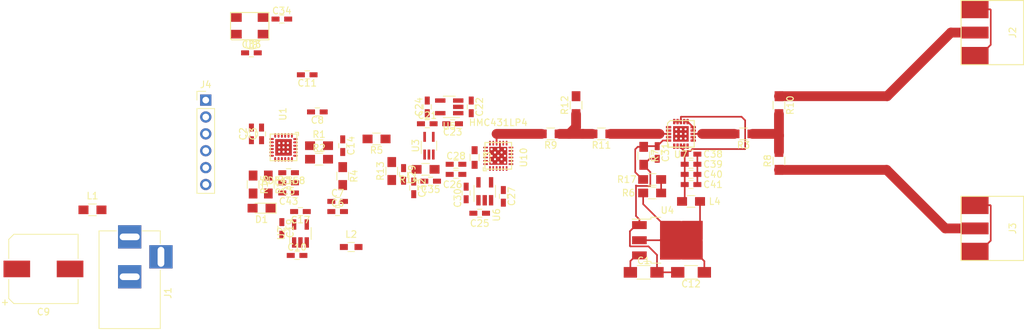
<source format=kicad_pcb>
(kicad_pcb (version 4) (host pcbnew 4.0.7)

  (general
    (links 186)
    (no_connects 119)
    (area 195.072 14.732 281.992002 64.902)
    (thickness 1.6)
    (drawings 0)
    (tracks 108)
    (zones 0)
    (modules 70)
    (nets 49)
  )

  (page A4)
  (layers
    (0 F.Cu signal)
    (31 B.Cu signal)
    (32 B.Adhes user)
    (33 F.Adhes user)
    (34 B.Paste user)
    (35 F.Paste user)
    (36 B.SilkS user)
    (37 F.SilkS user)
    (38 B.Mask user)
    (39 F.Mask user)
    (40 Dwgs.User user)
    (41 Cmts.User user)
    (42 Eco1.User user)
    (43 Eco2.User user)
    (44 Edge.Cuts user)
    (45 Margin user)
    (46 B.CrtYd user)
    (47 F.CrtYd user)
    (48 B.Fab user)
    (49 F.Fab user)
  )

  (setup
    (last_trace_width 1.4718)
    (user_trace_width 1.4718)
    (trace_clearance 0.2)
    (zone_clearance 0.508)
    (zone_45_only no)
    (trace_min 0.2)
    (segment_width 0.2)
    (edge_width 0.1)
    (via_size 0.6)
    (via_drill 0.4)
    (via_min_size 0.4)
    (via_min_drill 0.3)
    (uvia_size 0.3)
    (uvia_drill 0.1)
    (uvias_allowed no)
    (uvia_min_size 0.2)
    (uvia_min_drill 0.1)
    (pcb_text_width 0.3)
    (pcb_text_size 1.5 1.5)
    (mod_edge_width 0.15)
    (mod_text_size 1 1)
    (mod_text_width 0.15)
    (pad_size 2.35 2.35)
    (pad_drill 0)
    (pad_to_mask_clearance 0)
    (aux_axis_origin 0 0)
    (visible_elements FFFEFF7F)
    (pcbplotparams
      (layerselection 0x00030_80000001)
      (usegerberextensions false)
      (excludeedgelayer true)
      (linewidth 0.100000)
      (plotframeref false)
      (viasonmask false)
      (mode 1)
      (useauxorigin false)
      (hpglpennumber 1)
      (hpglpenspeed 20)
      (hpglpendiameter 15)
      (hpglpenoverlay 2)
      (psnegative false)
      (psa4output false)
      (plotreference true)
      (plotvalue true)
      (plotinvisibletext false)
      (padsonsilk false)
      (subtractmaskfromsilk false)
      (outputformat 1)
      (mirror false)
      (drillshape 1)
      (scaleselection 1)
      (outputdirectory ""))
  )

  (net 0 "")
  (net 1 /12V)
  (net 2 GND)
  (net 3 /3V3)
  (net 4 "Net-(C6-Pad1)")
  (net 5 "Net-(C8-Pad2)")
  (net 6 "Net-(C11-Pad1)")
  (net 7 "Net-(C11-Pad2)")
  (net 8 /5V)
  (net 9 "Net-(C14-Pad1)")
  (net 10 "Net-(C14-Pad2)")
  (net 11 "Net-(C17-Pad1)")
  (net 12 /10V)
  (net 13 "Net-(C23-Pad1)")
  (net 14 "Net-(C26-Pad1)")
  (net 15 "Net-(C27-Pad1)")
  (net 16 "Net-(C29-Pad1)")
  (net 17 "Net-(C29-Pad2)")
  (net 18 /3V0)
  (net 19 "Net-(C31-Pad1)")
  (net 20 "Net-(C32-Pad2)")
  (net 21 "Net-(C34-Pad1)")
  (net 22 "Net-(C34-Pad2)")
  (net 23 "Net-(C35-Pad1)")
  (net 24 "Net-(C38-Pad2)")
  (net 25 "Net-(D1-Pad2)")
  (net 26 "Net-(J1-Pad1)")
  (net 27 "Net-(J2-Pad1)")
  (net 28 "Net-(J3-Pad1)")
  (net 29 "Net-(J4-Pad1)")
  (net 30 "Net-(J4-Pad2)")
  (net 31 "Net-(J4-Pad3)")
  (net 32 "Net-(J4-Pad4)")
  (net 33 "Net-(J4-Pad5)")
  (net 34 "Net-(J4-Pad6)")
  (net 35 "Net-(R1-Pad1)")
  (net 36 "Net-(R2-Pad2)")
  (net 37 "Net-(R10-Pad2)")
  (net 38 "Net-(R3-Pad2)")
  (net 39 "Net-(R17-Pad2)")
  (net 40 "Net-(R11-Pad2)")
  (net 41 "Net-(R9-Pad2)")
  (net 42 "Net-(R11-Pad1)")
  (net 43 "Net-(U1-Pad21)")
  (net 44 "Net-(U7-Pad1)")
  (net 45 "Net-(U7-Pad10)")
  (net 46 "Net-(U7-Pad7)")
  (net 47 "Net-(U7-Pad6)")
  (net 48 "Net-(U8-Pad1)")

  (net_class Default "This is the default net class."
    (clearance 0.2)
    (trace_width 0.25)
    (via_dia 0.6)
    (via_drill 0.4)
    (uvia_dia 0.3)
    (uvia_drill 0.1)
    (add_net /10V)
    (add_net /12V)
    (add_net /3V0)
    (add_net /3V3)
    (add_net /5V)
    (add_net GND)
    (add_net "Net-(C11-Pad1)")
    (add_net "Net-(C11-Pad2)")
    (add_net "Net-(C14-Pad1)")
    (add_net "Net-(C14-Pad2)")
    (add_net "Net-(C17-Pad1)")
    (add_net "Net-(C23-Pad1)")
    (add_net "Net-(C26-Pad1)")
    (add_net "Net-(C27-Pad1)")
    (add_net "Net-(C29-Pad1)")
    (add_net "Net-(C29-Pad2)")
    (add_net "Net-(C31-Pad1)")
    (add_net "Net-(C32-Pad2)")
    (add_net "Net-(C34-Pad1)")
    (add_net "Net-(C34-Pad2)")
    (add_net "Net-(C35-Pad1)")
    (add_net "Net-(C38-Pad2)")
    (add_net "Net-(C6-Pad1)")
    (add_net "Net-(C8-Pad2)")
    (add_net "Net-(D1-Pad2)")
    (add_net "Net-(J1-Pad1)")
    (add_net "Net-(J2-Pad1)")
    (add_net "Net-(J3-Pad1)")
    (add_net "Net-(J4-Pad1)")
    (add_net "Net-(J4-Pad2)")
    (add_net "Net-(J4-Pad3)")
    (add_net "Net-(J4-Pad4)")
    (add_net "Net-(J4-Pad5)")
    (add_net "Net-(J4-Pad6)")
    (add_net "Net-(R1-Pad1)")
    (add_net "Net-(R10-Pad2)")
    (add_net "Net-(R11-Pad1)")
    (add_net "Net-(R11-Pad2)")
    (add_net "Net-(R17-Pad2)")
    (add_net "Net-(R2-Pad2)")
    (add_net "Net-(R3-Pad2)")
    (add_net "Net-(R9-Pad2)")
    (add_net "Net-(U1-Pad21)")
    (add_net "Net-(U7-Pad1)")
    (add_net "Net-(U7-Pad10)")
    (add_net "Net-(U7-Pad6)")
    (add_net "Net-(U7-Pad7)")
    (add_net "Net-(U8-Pad1)")
  )

  (module Capacitors_SMD:C_1206_HandSoldering (layer F.Cu) (tedit 58AA84D1) (tstamp 5B733C6B)
    (at 161.29 124.714)
    (descr "Capacitor SMD 1206, hand soldering")
    (tags "capacitor 1206")
    (path /5B73F4BF)
    (attr smd)
    (fp_text reference C1 (at 0 -1.75) (layer F.SilkS)
      (effects (font (size 1 1) (thickness 0.15)))
    )
    (fp_text value 10u (at 0 2) (layer F.Fab)
      (effects (font (size 1 1) (thickness 0.15)))
    )
    (fp_text user %R (at 0 -1.75) (layer F.Fab)
      (effects (font (size 1 1) (thickness 0.15)))
    )
    (fp_line (start -1.6 0.8) (end -1.6 -0.8) (layer F.Fab) (width 0.1))
    (fp_line (start 1.6 0.8) (end -1.6 0.8) (layer F.Fab) (width 0.1))
    (fp_line (start 1.6 -0.8) (end 1.6 0.8) (layer F.Fab) (width 0.1))
    (fp_line (start -1.6 -0.8) (end 1.6 -0.8) (layer F.Fab) (width 0.1))
    (fp_line (start 1 -1.02) (end -1 -1.02) (layer F.SilkS) (width 0.12))
    (fp_line (start -1 1.02) (end 1 1.02) (layer F.SilkS) (width 0.12))
    (fp_line (start -3.25 -1.05) (end 3.25 -1.05) (layer F.CrtYd) (width 0.05))
    (fp_line (start -3.25 -1.05) (end -3.25 1.05) (layer F.CrtYd) (width 0.05))
    (fp_line (start 3.25 1.05) (end 3.25 -1.05) (layer F.CrtYd) (width 0.05))
    (fp_line (start 3.25 1.05) (end -3.25 1.05) (layer F.CrtYd) (width 0.05))
    (pad 1 smd rect (at -2 0) (size 2 1.6) (layers F.Cu F.Paste F.Mask)
      (net 1 /12V))
    (pad 2 smd rect (at 2 0) (size 2 1.6) (layers F.Cu F.Paste F.Mask)
      (net 2 GND))
    (model Capacitors_SMD.3dshapes/C_1206.wrl
      (at (xyz 0 0 0))
      (scale (xyz 1 1 1))
      (rotate (xyz 0 0 0))
    )
  )

  (module Capacitors_SMD:C_0603_HandSoldering (layer F.Cu) (tedit 58AA848B) (tstamp 5B733C7C)
    (at 102.362 103.886 90)
    (descr "Capacitor SMD 0603, hand soldering")
    (tags "capacitor 0603")
    (path /54FAB845)
    (attr smd)
    (fp_text reference C2 (at 0 -1.25 90) (layer F.SilkS)
      (effects (font (size 1 1) (thickness 0.15)))
    )
    (fp_text value 100n (at 0 1.5 90) (layer F.Fab)
      (effects (font (size 1 1) (thickness 0.15)))
    )
    (fp_text user %R (at 0 -1.25 90) (layer F.Fab)
      (effects (font (size 1 1) (thickness 0.15)))
    )
    (fp_line (start -0.8 0.4) (end -0.8 -0.4) (layer F.Fab) (width 0.1))
    (fp_line (start 0.8 0.4) (end -0.8 0.4) (layer F.Fab) (width 0.1))
    (fp_line (start 0.8 -0.4) (end 0.8 0.4) (layer F.Fab) (width 0.1))
    (fp_line (start -0.8 -0.4) (end 0.8 -0.4) (layer F.Fab) (width 0.1))
    (fp_line (start -0.35 -0.6) (end 0.35 -0.6) (layer F.SilkS) (width 0.12))
    (fp_line (start 0.35 0.6) (end -0.35 0.6) (layer F.SilkS) (width 0.12))
    (fp_line (start -1.8 -0.65) (end 1.8 -0.65) (layer F.CrtYd) (width 0.05))
    (fp_line (start -1.8 -0.65) (end -1.8 0.65) (layer F.CrtYd) (width 0.05))
    (fp_line (start 1.8 0.65) (end 1.8 -0.65) (layer F.CrtYd) (width 0.05))
    (fp_line (start 1.8 0.65) (end -1.8 0.65) (layer F.CrtYd) (width 0.05))
    (pad 1 smd rect (at -0.95 0 90) (size 1.2 0.75) (layers F.Cu F.Paste F.Mask)
      (net 3 /3V3))
    (pad 2 smd rect (at 0.95 0 90) (size 1.2 0.75) (layers F.Cu F.Paste F.Mask)
      (net 2 GND))
    (model Capacitors_SMD.3dshapes/C_0603.wrl
      (at (xyz 0 0 0))
      (scale (xyz 1 1 1))
      (rotate (xyz 0 0 0))
    )
  )

  (module Capacitors_SMD:C_0603_HandSoldering (layer F.Cu) (tedit 58AA848B) (tstamp 5B733C8D)
    (at 103.886 103.886 90)
    (descr "Capacitor SMD 0603, hand soldering")
    (tags "capacitor 0603")
    (path /54FAB814)
    (attr smd)
    (fp_text reference C3 (at 0 -1.25 90) (layer F.SilkS)
      (effects (font (size 1 1) (thickness 0.15)))
    )
    (fp_text value 10p (at 0 1.5 90) (layer F.Fab)
      (effects (font (size 1 1) (thickness 0.15)))
    )
    (fp_text user %R (at 0 -1.25 90) (layer F.Fab)
      (effects (font (size 1 1) (thickness 0.15)))
    )
    (fp_line (start -0.8 0.4) (end -0.8 -0.4) (layer F.Fab) (width 0.1))
    (fp_line (start 0.8 0.4) (end -0.8 0.4) (layer F.Fab) (width 0.1))
    (fp_line (start 0.8 -0.4) (end 0.8 0.4) (layer F.Fab) (width 0.1))
    (fp_line (start -0.8 -0.4) (end 0.8 -0.4) (layer F.Fab) (width 0.1))
    (fp_line (start -0.35 -0.6) (end 0.35 -0.6) (layer F.SilkS) (width 0.12))
    (fp_line (start 0.35 0.6) (end -0.35 0.6) (layer F.SilkS) (width 0.12))
    (fp_line (start -1.8 -0.65) (end 1.8 -0.65) (layer F.CrtYd) (width 0.05))
    (fp_line (start -1.8 -0.65) (end -1.8 0.65) (layer F.CrtYd) (width 0.05))
    (fp_line (start 1.8 0.65) (end 1.8 -0.65) (layer F.CrtYd) (width 0.05))
    (fp_line (start 1.8 0.65) (end -1.8 0.65) (layer F.CrtYd) (width 0.05))
    (pad 1 smd rect (at -0.95 0 90) (size 1.2 0.75) (layers F.Cu F.Paste F.Mask)
      (net 3 /3V3))
    (pad 2 smd rect (at 0.95 0 90) (size 1.2 0.75) (layers F.Cu F.Paste F.Mask)
      (net 2 GND))
    (model Capacitors_SMD.3dshapes/C_0603.wrl
      (at (xyz 0 0 0))
      (scale (xyz 1 1 1))
      (rotate (xyz 0 0 0))
    )
  )

  (module Capacitors_SMD:C_0603_HandSoldering (layer F.Cu) (tedit 58AA848B) (tstamp 5B733C9E)
    (at 107.95 109.728 180)
    (descr "Capacitor SMD 0603, hand soldering")
    (tags "capacitor 0603")
    (path /54FAB968)
    (attr smd)
    (fp_text reference C4 (at 0 -1.25 180) (layer F.SilkS)
      (effects (font (size 1 1) (thickness 0.15)))
    )
    (fp_text value 100n (at 0 1.5 180) (layer F.Fab)
      (effects (font (size 1 1) (thickness 0.15)))
    )
    (fp_text user %R (at 0 -1.25 180) (layer F.Fab)
      (effects (font (size 1 1) (thickness 0.15)))
    )
    (fp_line (start -0.8 0.4) (end -0.8 -0.4) (layer F.Fab) (width 0.1))
    (fp_line (start 0.8 0.4) (end -0.8 0.4) (layer F.Fab) (width 0.1))
    (fp_line (start 0.8 -0.4) (end 0.8 0.4) (layer F.Fab) (width 0.1))
    (fp_line (start -0.8 -0.4) (end 0.8 -0.4) (layer F.Fab) (width 0.1))
    (fp_line (start -0.35 -0.6) (end 0.35 -0.6) (layer F.SilkS) (width 0.12))
    (fp_line (start 0.35 0.6) (end -0.35 0.6) (layer F.SilkS) (width 0.12))
    (fp_line (start -1.8 -0.65) (end 1.8 -0.65) (layer F.CrtYd) (width 0.05))
    (fp_line (start -1.8 -0.65) (end -1.8 0.65) (layer F.CrtYd) (width 0.05))
    (fp_line (start 1.8 0.65) (end 1.8 -0.65) (layer F.CrtYd) (width 0.05))
    (fp_line (start 1.8 0.65) (end -1.8 0.65) (layer F.CrtYd) (width 0.05))
    (pad 1 smd rect (at -0.95 0 180) (size 1.2 0.75) (layers F.Cu F.Paste F.Mask)
      (net 3 /3V3))
    (pad 2 smd rect (at 0.95 0 180) (size 1.2 0.75) (layers F.Cu F.Paste F.Mask)
      (net 2 GND))
    (model Capacitors_SMD.3dshapes/C_0603.wrl
      (at (xyz 0 0 0))
      (scale (xyz 1 1 1))
      (rotate (xyz 0 0 0))
    )
  )

  (module Capacitors_SMD:C_0603_HandSoldering (layer F.Cu) (tedit 58AA848B) (tstamp 5B733CAF)
    (at 107.95 111.252 180)
    (descr "Capacitor SMD 0603, hand soldering")
    (tags "capacitor 0603")
    (path /54FAB91A)
    (attr smd)
    (fp_text reference C5 (at 0 -1.25 180) (layer F.SilkS)
      (effects (font (size 1 1) (thickness 0.15)))
    )
    (fp_text value 10p (at 0 1.5 180) (layer F.Fab)
      (effects (font (size 1 1) (thickness 0.15)))
    )
    (fp_text user %R (at 0 -1.25 180) (layer F.Fab)
      (effects (font (size 1 1) (thickness 0.15)))
    )
    (fp_line (start -0.8 0.4) (end -0.8 -0.4) (layer F.Fab) (width 0.1))
    (fp_line (start 0.8 0.4) (end -0.8 0.4) (layer F.Fab) (width 0.1))
    (fp_line (start 0.8 -0.4) (end 0.8 0.4) (layer F.Fab) (width 0.1))
    (fp_line (start -0.8 -0.4) (end 0.8 -0.4) (layer F.Fab) (width 0.1))
    (fp_line (start -0.35 -0.6) (end 0.35 -0.6) (layer F.SilkS) (width 0.12))
    (fp_line (start 0.35 0.6) (end -0.35 0.6) (layer F.SilkS) (width 0.12))
    (fp_line (start -1.8 -0.65) (end 1.8 -0.65) (layer F.CrtYd) (width 0.05))
    (fp_line (start -1.8 -0.65) (end -1.8 0.65) (layer F.CrtYd) (width 0.05))
    (fp_line (start 1.8 0.65) (end 1.8 -0.65) (layer F.CrtYd) (width 0.05))
    (fp_line (start 1.8 0.65) (end -1.8 0.65) (layer F.CrtYd) (width 0.05))
    (pad 1 smd rect (at -0.95 0 180) (size 1.2 0.75) (layers F.Cu F.Paste F.Mask)
      (net 3 /3V3))
    (pad 2 smd rect (at 0.95 0 180) (size 1.2 0.75) (layers F.Cu F.Paste F.Mask)
      (net 2 GND))
    (model Capacitors_SMD.3dshapes/C_0603.wrl
      (at (xyz 0 0 0))
      (scale (xyz 1 1 1))
      (rotate (xyz 0 0 0))
    )
  )

  (module Capacitors_SMD:C_0603_HandSoldering (layer F.Cu) (tedit 58AA848B) (tstamp 5B733CC0)
    (at 115.316 115.57)
    (descr "Capacitor SMD 0603, hand soldering")
    (tags "capacitor 0603")
    (path /54FABD07)
    (attr smd)
    (fp_text reference C6 (at 0 -1.25) (layer F.SilkS)
      (effects (font (size 1 1) (thickness 0.15)))
    )
    (fp_text value 100n (at 0 1.5) (layer F.Fab)
      (effects (font (size 1 1) (thickness 0.15)))
    )
    (fp_text user %R (at 0 -1.25) (layer F.Fab)
      (effects (font (size 1 1) (thickness 0.15)))
    )
    (fp_line (start -0.8 0.4) (end -0.8 -0.4) (layer F.Fab) (width 0.1))
    (fp_line (start 0.8 0.4) (end -0.8 0.4) (layer F.Fab) (width 0.1))
    (fp_line (start 0.8 -0.4) (end 0.8 0.4) (layer F.Fab) (width 0.1))
    (fp_line (start -0.8 -0.4) (end 0.8 -0.4) (layer F.Fab) (width 0.1))
    (fp_line (start -0.35 -0.6) (end 0.35 -0.6) (layer F.SilkS) (width 0.12))
    (fp_line (start 0.35 0.6) (end -0.35 0.6) (layer F.SilkS) (width 0.12))
    (fp_line (start -1.8 -0.65) (end 1.8 -0.65) (layer F.CrtYd) (width 0.05))
    (fp_line (start -1.8 -0.65) (end -1.8 0.65) (layer F.CrtYd) (width 0.05))
    (fp_line (start 1.8 0.65) (end 1.8 -0.65) (layer F.CrtYd) (width 0.05))
    (fp_line (start 1.8 0.65) (end -1.8 0.65) (layer F.CrtYd) (width 0.05))
    (pad 1 smd rect (at -0.95 0) (size 1.2 0.75) (layers F.Cu F.Paste F.Mask)
      (net 4 "Net-(C6-Pad1)"))
    (pad 2 smd rect (at 0.95 0) (size 1.2 0.75) (layers F.Cu F.Paste F.Mask)
      (net 2 GND))
    (model Capacitors_SMD.3dshapes/C_0603.wrl
      (at (xyz 0 0 0))
      (scale (xyz 1 1 1))
      (rotate (xyz 0 0 0))
    )
  )

  (module Capacitors_SMD:C_0603_HandSoldering (layer F.Cu) (tedit 58AA848B) (tstamp 5B733CD1)
    (at 115.316 114.046)
    (descr "Capacitor SMD 0603, hand soldering")
    (tags "capacitor 0603")
    (path /54FABCC1)
    (attr smd)
    (fp_text reference C7 (at 0 -1.25) (layer F.SilkS)
      (effects (font (size 1 1) (thickness 0.15)))
    )
    (fp_text value 10p (at 0 1.5) (layer F.Fab)
      (effects (font (size 1 1) (thickness 0.15)))
    )
    (fp_text user %R (at 0 -1.25) (layer F.Fab)
      (effects (font (size 1 1) (thickness 0.15)))
    )
    (fp_line (start -0.8 0.4) (end -0.8 -0.4) (layer F.Fab) (width 0.1))
    (fp_line (start 0.8 0.4) (end -0.8 0.4) (layer F.Fab) (width 0.1))
    (fp_line (start 0.8 -0.4) (end 0.8 0.4) (layer F.Fab) (width 0.1))
    (fp_line (start -0.8 -0.4) (end 0.8 -0.4) (layer F.Fab) (width 0.1))
    (fp_line (start -0.35 -0.6) (end 0.35 -0.6) (layer F.SilkS) (width 0.12))
    (fp_line (start 0.35 0.6) (end -0.35 0.6) (layer F.SilkS) (width 0.12))
    (fp_line (start -1.8 -0.65) (end 1.8 -0.65) (layer F.CrtYd) (width 0.05))
    (fp_line (start -1.8 -0.65) (end -1.8 0.65) (layer F.CrtYd) (width 0.05))
    (fp_line (start 1.8 0.65) (end 1.8 -0.65) (layer F.CrtYd) (width 0.05))
    (fp_line (start 1.8 0.65) (end -1.8 0.65) (layer F.CrtYd) (width 0.05))
    (pad 1 smd rect (at -0.95 0) (size 1.2 0.75) (layers F.Cu F.Paste F.Mask)
      (net 4 "Net-(C6-Pad1)"))
    (pad 2 smd rect (at 0.95 0) (size 1.2 0.75) (layers F.Cu F.Paste F.Mask)
      (net 2 GND))
    (model Capacitors_SMD.3dshapes/C_0603.wrl
      (at (xyz 0 0 0))
      (scale (xyz 1 1 1))
      (rotate (xyz 0 0 0))
    )
  )

  (module Capacitors_SMD:C_0603_HandSoldering (layer F.Cu) (tedit 58AA848B) (tstamp 5B733CE2)
    (at 112.268 100.584 180)
    (descr "Capacitor SMD 0603, hand soldering")
    (tags "capacitor 0603")
    (path /54FAC816)
    (attr smd)
    (fp_text reference C8 (at 0 -1.25 180) (layer F.SilkS)
      (effects (font (size 1 1) (thickness 0.15)))
    )
    (fp_text value 100p (at 0 1.5 180) (layer F.Fab)
      (effects (font (size 1 1) (thickness 0.15)))
    )
    (fp_text user %R (at 0 -1.25 180) (layer F.Fab)
      (effects (font (size 1 1) (thickness 0.15)))
    )
    (fp_line (start -0.8 0.4) (end -0.8 -0.4) (layer F.Fab) (width 0.1))
    (fp_line (start 0.8 0.4) (end -0.8 0.4) (layer F.Fab) (width 0.1))
    (fp_line (start 0.8 -0.4) (end 0.8 0.4) (layer F.Fab) (width 0.1))
    (fp_line (start -0.8 -0.4) (end 0.8 -0.4) (layer F.Fab) (width 0.1))
    (fp_line (start -0.35 -0.6) (end 0.35 -0.6) (layer F.SilkS) (width 0.12))
    (fp_line (start 0.35 0.6) (end -0.35 0.6) (layer F.SilkS) (width 0.12))
    (fp_line (start -1.8 -0.65) (end 1.8 -0.65) (layer F.CrtYd) (width 0.05))
    (fp_line (start -1.8 -0.65) (end -1.8 0.65) (layer F.CrtYd) (width 0.05))
    (fp_line (start 1.8 0.65) (end 1.8 -0.65) (layer F.CrtYd) (width 0.05))
    (fp_line (start 1.8 0.65) (end -1.8 0.65) (layer F.CrtYd) (width 0.05))
    (pad 1 smd rect (at -0.95 0 180) (size 1.2 0.75) (layers F.Cu F.Paste F.Mask)
      (net 2 GND))
    (pad 2 smd rect (at 0.95 0 180) (size 1.2 0.75) (layers F.Cu F.Paste F.Mask)
      (net 5 "Net-(C8-Pad2)"))
    (model Capacitors_SMD.3dshapes/C_0603.wrl
      (at (xyz 0 0 0))
      (scale (xyz 1 1 1))
      (rotate (xyz 0 0 0))
    )
  )

  (module Capacitors_SMD:CP_Elec_10x10 (layer F.Cu) (tedit 58AA9194) (tstamp 5B733CFE)
    (at 71.12 124.206)
    (descr "SMT capacitor, aluminium electrolytic, 10x10")
    (path /5B738846)
    (attr smd)
    (fp_text reference C9 (at 0 6.46) (layer F.SilkS)
      (effects (font (size 1 1) (thickness 0.15)))
    )
    (fp_text value 470u (at 0 -6.46) (layer F.Fab)
      (effects (font (size 1 1) (thickness 0.15)))
    )
    (fp_circle (center 0 0) (end 0.1 5) (layer F.Fab) (width 0.1))
    (fp_text user + (at -2.91 -0.08) (layer F.Fab)
      (effects (font (size 1 1) (thickness 0.15)))
    )
    (fp_text user + (at -5.78 4.97) (layer F.SilkS)
      (effects (font (size 1 1) (thickness 0.15)))
    )
    (fp_text user %R (at 0 6.46) (layer F.Fab)
      (effects (font (size 1 1) (thickness 0.15)))
    )
    (fp_line (start -5.21 -4.45) (end -5.21 -1.56) (layer F.SilkS) (width 0.12))
    (fp_line (start -5.21 4.45) (end -5.21 1.56) (layer F.SilkS) (width 0.12))
    (fp_line (start 5.21 5.21) (end 5.21 1.56) (layer F.SilkS) (width 0.12))
    (fp_line (start 5.21 -5.21) (end 5.21 -1.56) (layer F.SilkS) (width 0.12))
    (fp_line (start 5.05 5.05) (end 5.05 -5.05) (layer F.Fab) (width 0.1))
    (fp_line (start -4.38 5.05) (end 5.05 5.05) (layer F.Fab) (width 0.1))
    (fp_line (start -5.05 4.38) (end -4.38 5.05) (layer F.Fab) (width 0.1))
    (fp_line (start -5.05 -4.38) (end -5.05 4.38) (layer F.Fab) (width 0.1))
    (fp_line (start -4.38 -5.05) (end -5.05 -4.38) (layer F.Fab) (width 0.1))
    (fp_line (start 5.05 -5.05) (end -4.38 -5.05) (layer F.Fab) (width 0.1))
    (fp_line (start 5.21 5.21) (end -4.45 5.21) (layer F.SilkS) (width 0.12))
    (fp_line (start -4.45 5.21) (end -5.21 4.45) (layer F.SilkS) (width 0.12))
    (fp_line (start -5.21 -4.45) (end -4.45 -5.21) (layer F.SilkS) (width 0.12))
    (fp_line (start -4.45 -5.21) (end 5.21 -5.21) (layer F.SilkS) (width 0.12))
    (fp_line (start -6.25 -5.31) (end 6.25 -5.31) (layer F.CrtYd) (width 0.05))
    (fp_line (start -6.25 -5.31) (end -6.25 5.3) (layer F.CrtYd) (width 0.05))
    (fp_line (start 6.25 5.3) (end 6.25 -5.31) (layer F.CrtYd) (width 0.05))
    (fp_line (start 6.25 5.3) (end -6.25 5.3) (layer F.CrtYd) (width 0.05))
    (pad 1 smd rect (at -4 0 180) (size 4 2.5) (layers F.Cu F.Paste F.Mask)
      (net 1 /12V))
    (pad 2 smd rect (at 4 0 180) (size 4 2.5) (layers F.Cu F.Paste F.Mask)
      (net 2 GND))
    (model Capacitors_SMD.3dshapes/CP_Elec_10x10.wrl
      (at (xyz 0 0 0))
      (scale (xyz 1 1 1))
      (rotate (xyz 0 0 180))
    )
  )

  (module Capacitors_SMD:C_0603_HandSoldering (layer F.Cu) (tedit 58AA848B) (tstamp 5B733D0F)
    (at 109.22 122.174)
    (descr "Capacitor SMD 0603, hand soldering")
    (tags "capacitor 0603")
    (path /5B6B78D2)
    (attr smd)
    (fp_text reference C10 (at 0 -1.25) (layer F.SilkS)
      (effects (font (size 1 1) (thickness 0.15)))
    )
    (fp_text value 1u (at 0 1.5) (layer F.Fab)
      (effects (font (size 1 1) (thickness 0.15)))
    )
    (fp_text user %R (at 0 -1.25) (layer F.Fab)
      (effects (font (size 1 1) (thickness 0.15)))
    )
    (fp_line (start -0.8 0.4) (end -0.8 -0.4) (layer F.Fab) (width 0.1))
    (fp_line (start 0.8 0.4) (end -0.8 0.4) (layer F.Fab) (width 0.1))
    (fp_line (start 0.8 -0.4) (end 0.8 0.4) (layer F.Fab) (width 0.1))
    (fp_line (start -0.8 -0.4) (end 0.8 -0.4) (layer F.Fab) (width 0.1))
    (fp_line (start -0.35 -0.6) (end 0.35 -0.6) (layer F.SilkS) (width 0.12))
    (fp_line (start 0.35 0.6) (end -0.35 0.6) (layer F.SilkS) (width 0.12))
    (fp_line (start -1.8 -0.65) (end 1.8 -0.65) (layer F.CrtYd) (width 0.05))
    (fp_line (start -1.8 -0.65) (end -1.8 0.65) (layer F.CrtYd) (width 0.05))
    (fp_line (start 1.8 0.65) (end 1.8 -0.65) (layer F.CrtYd) (width 0.05))
    (fp_line (start 1.8 0.65) (end -1.8 0.65) (layer F.CrtYd) (width 0.05))
    (pad 1 smd rect (at -0.95 0) (size 1.2 0.75) (layers F.Cu F.Paste F.Mask)
      (net 1 /12V))
    (pad 2 smd rect (at 0.95 0) (size 1.2 0.75) (layers F.Cu F.Paste F.Mask)
      (net 2 GND))
    (model Capacitors_SMD.3dshapes/C_0603.wrl
      (at (xyz 0 0 0))
      (scale (xyz 1 1 1))
      (rotate (xyz 0 0 0))
    )
  )

  (module Capacitors_SMD:C_0603_HandSoldering (layer F.Cu) (tedit 58AA848B) (tstamp 5B733D20)
    (at 110.744 94.996 180)
    (descr "Capacitor SMD 0603, hand soldering")
    (tags "capacitor 0603")
    (path /54FAE276)
    (attr smd)
    (fp_text reference C11 (at 0 -1.25 180) (layer F.SilkS)
      (effects (font (size 1 1) (thickness 0.15)))
    )
    (fp_text value 100p (at 0 1.5 180) (layer F.Fab)
      (effects (font (size 1 1) (thickness 0.15)))
    )
    (fp_text user %R (at 0 -1.25 180) (layer F.Fab)
      (effects (font (size 1 1) (thickness 0.15)))
    )
    (fp_line (start -0.8 0.4) (end -0.8 -0.4) (layer F.Fab) (width 0.1))
    (fp_line (start 0.8 0.4) (end -0.8 0.4) (layer F.Fab) (width 0.1))
    (fp_line (start 0.8 -0.4) (end 0.8 0.4) (layer F.Fab) (width 0.1))
    (fp_line (start -0.8 -0.4) (end 0.8 -0.4) (layer F.Fab) (width 0.1))
    (fp_line (start -0.35 -0.6) (end 0.35 -0.6) (layer F.SilkS) (width 0.12))
    (fp_line (start 0.35 0.6) (end -0.35 0.6) (layer F.SilkS) (width 0.12))
    (fp_line (start -1.8 -0.65) (end 1.8 -0.65) (layer F.CrtYd) (width 0.05))
    (fp_line (start -1.8 -0.65) (end -1.8 0.65) (layer F.CrtYd) (width 0.05))
    (fp_line (start 1.8 0.65) (end 1.8 -0.65) (layer F.CrtYd) (width 0.05))
    (fp_line (start 1.8 0.65) (end -1.8 0.65) (layer F.CrtYd) (width 0.05))
    (pad 1 smd rect (at -0.95 0 180) (size 1.2 0.75) (layers F.Cu F.Paste F.Mask)
      (net 6 "Net-(C11-Pad1)"))
    (pad 2 smd rect (at 0.95 0 180) (size 1.2 0.75) (layers F.Cu F.Paste F.Mask)
      (net 7 "Net-(C11-Pad2)"))
    (model Capacitors_SMD.3dshapes/C_0603.wrl
      (at (xyz 0 0 0))
      (scale (xyz 1 1 1))
      (rotate (xyz 0 0 0))
    )
  )

  (module Capacitors_SMD:C_1206_HandSoldering (layer F.Cu) (tedit 58AA84D1) (tstamp 5B733D31)
    (at 168.402 124.714 180)
    (descr "Capacitor SMD 1206, hand soldering")
    (tags "capacitor 1206")
    (path /5B7315DF)
    (attr smd)
    (fp_text reference C12 (at 0 -1.75 180) (layer F.SilkS)
      (effects (font (size 1 1) (thickness 0.15)))
    )
    (fp_text value 100u (at 0 2 180) (layer F.Fab)
      (effects (font (size 1 1) (thickness 0.15)))
    )
    (fp_text user %R (at 0 -1.75 180) (layer F.Fab)
      (effects (font (size 1 1) (thickness 0.15)))
    )
    (fp_line (start -1.6 0.8) (end -1.6 -0.8) (layer F.Fab) (width 0.1))
    (fp_line (start 1.6 0.8) (end -1.6 0.8) (layer F.Fab) (width 0.1))
    (fp_line (start 1.6 -0.8) (end 1.6 0.8) (layer F.Fab) (width 0.1))
    (fp_line (start -1.6 -0.8) (end 1.6 -0.8) (layer F.Fab) (width 0.1))
    (fp_line (start 1 -1.02) (end -1 -1.02) (layer F.SilkS) (width 0.12))
    (fp_line (start -1 1.02) (end 1 1.02) (layer F.SilkS) (width 0.12))
    (fp_line (start -3.25 -1.05) (end 3.25 -1.05) (layer F.CrtYd) (width 0.05))
    (fp_line (start -3.25 -1.05) (end -3.25 1.05) (layer F.CrtYd) (width 0.05))
    (fp_line (start 3.25 1.05) (end 3.25 -1.05) (layer F.CrtYd) (width 0.05))
    (fp_line (start 3.25 1.05) (end -3.25 1.05) (layer F.CrtYd) (width 0.05))
    (pad 1 smd rect (at -2 0 180) (size 2 1.6) (layers F.Cu F.Paste F.Mask)
      (net 8 /5V))
    (pad 2 smd rect (at 2 0 180) (size 2 1.6) (layers F.Cu F.Paste F.Mask)
      (net 2 GND))
    (model Capacitors_SMD.3dshapes/C_1206.wrl
      (at (xyz 0 0 0))
      (scale (xyz 1 1 1))
      (rotate (xyz 0 0 0))
    )
  )

  (module Capacitors_SMD:C_0603_HandSoldering (layer F.Cu) (tedit 58AA848B) (tstamp 5B733D42)
    (at 116.078 105.664 270)
    (descr "Capacitor SMD 0603, hand soldering")
    (tags "capacitor 0603")
    (path /5B6BA2D1)
    (attr smd)
    (fp_text reference C14 (at 0 -1.25 270) (layer F.SilkS)
      (effects (font (size 1 1) (thickness 0.15)))
    )
    (fp_text value 47p (at 0 1.5 270) (layer F.Fab)
      (effects (font (size 1 1) (thickness 0.15)))
    )
    (fp_text user %R (at 0 -1.25 270) (layer F.Fab)
      (effects (font (size 1 1) (thickness 0.15)))
    )
    (fp_line (start -0.8 0.4) (end -0.8 -0.4) (layer F.Fab) (width 0.1))
    (fp_line (start 0.8 0.4) (end -0.8 0.4) (layer F.Fab) (width 0.1))
    (fp_line (start 0.8 -0.4) (end 0.8 0.4) (layer F.Fab) (width 0.1))
    (fp_line (start -0.8 -0.4) (end 0.8 -0.4) (layer F.Fab) (width 0.1))
    (fp_line (start -0.35 -0.6) (end 0.35 -0.6) (layer F.SilkS) (width 0.12))
    (fp_line (start 0.35 0.6) (end -0.35 0.6) (layer F.SilkS) (width 0.12))
    (fp_line (start -1.8 -0.65) (end 1.8 -0.65) (layer F.CrtYd) (width 0.05))
    (fp_line (start -1.8 -0.65) (end -1.8 0.65) (layer F.CrtYd) (width 0.05))
    (fp_line (start 1.8 0.65) (end 1.8 -0.65) (layer F.CrtYd) (width 0.05))
    (fp_line (start 1.8 0.65) (end -1.8 0.65) (layer F.CrtYd) (width 0.05))
    (pad 1 smd rect (at -0.95 0 270) (size 1.2 0.75) (layers F.Cu F.Paste F.Mask)
      (net 9 "Net-(C14-Pad1)"))
    (pad 2 smd rect (at 0.95 0 270) (size 1.2 0.75) (layers F.Cu F.Paste F.Mask)
      (net 10 "Net-(C14-Pad2)"))
    (model Capacitors_SMD.3dshapes/C_0603.wrl
      (at (xyz 0 0 0))
      (scale (xyz 1 1 1))
      (rotate (xyz 0 0 0))
    )
  )

  (module Capacitors_SMD:C_0603_HandSoldering (layer F.Cu) (tedit 58AA848B) (tstamp 5B733D53)
    (at 109.728 115.57 180)
    (descr "Capacitor SMD 0603, hand soldering")
    (tags "capacitor 0603")
    (path /5B6B7604)
    (attr smd)
    (fp_text reference C17 (at 0 -1.25 180) (layer F.SilkS)
      (effects (font (size 1 1) (thickness 0.15)))
    )
    (fp_text value 10n (at 0 1.5 180) (layer F.Fab)
      (effects (font (size 1 1) (thickness 0.15)))
    )
    (fp_text user %R (at 0 -1.25 180) (layer F.Fab)
      (effects (font (size 1 1) (thickness 0.15)))
    )
    (fp_line (start -0.8 0.4) (end -0.8 -0.4) (layer F.Fab) (width 0.1))
    (fp_line (start 0.8 0.4) (end -0.8 0.4) (layer F.Fab) (width 0.1))
    (fp_line (start 0.8 -0.4) (end 0.8 0.4) (layer F.Fab) (width 0.1))
    (fp_line (start -0.8 -0.4) (end 0.8 -0.4) (layer F.Fab) (width 0.1))
    (fp_line (start -0.35 -0.6) (end 0.35 -0.6) (layer F.SilkS) (width 0.12))
    (fp_line (start 0.35 0.6) (end -0.35 0.6) (layer F.SilkS) (width 0.12))
    (fp_line (start -1.8 -0.65) (end 1.8 -0.65) (layer F.CrtYd) (width 0.05))
    (fp_line (start -1.8 -0.65) (end -1.8 0.65) (layer F.CrtYd) (width 0.05))
    (fp_line (start 1.8 0.65) (end 1.8 -0.65) (layer F.CrtYd) (width 0.05))
    (fp_line (start 1.8 0.65) (end -1.8 0.65) (layer F.CrtYd) (width 0.05))
    (pad 1 smd rect (at -0.95 0 180) (size 1.2 0.75) (layers F.Cu F.Paste F.Mask)
      (net 11 "Net-(C17-Pad1)"))
    (pad 2 smd rect (at 0.95 0 180) (size 1.2 0.75) (layers F.Cu F.Paste F.Mask)
      (net 2 GND))
    (model Capacitors_SMD.3dshapes/C_0603.wrl
      (at (xyz 0 0 0))
      (scale (xyz 1 1 1))
      (rotate (xyz 0 0 0))
    )
  )

  (module Capacitors_SMD:C_0603_HandSoldering (layer F.Cu) (tedit 58AA848B) (tstamp 5B733D64)
    (at 106.934 118.11 270)
    (descr "Capacitor SMD 0603, hand soldering")
    (tags "capacitor 0603")
    (path /5B6B77A9)
    (attr smd)
    (fp_text reference C19 (at 0 -1.25 270) (layer F.SilkS)
      (effects (font (size 1 1) (thickness 0.15)))
    )
    (fp_text value 4.7u (at 0 1.5 270) (layer F.Fab)
      (effects (font (size 1 1) (thickness 0.15)))
    )
    (fp_text user %R (at 0 -1.25 270) (layer F.Fab)
      (effects (font (size 1 1) (thickness 0.15)))
    )
    (fp_line (start -0.8 0.4) (end -0.8 -0.4) (layer F.Fab) (width 0.1))
    (fp_line (start 0.8 0.4) (end -0.8 0.4) (layer F.Fab) (width 0.1))
    (fp_line (start 0.8 -0.4) (end 0.8 0.4) (layer F.Fab) (width 0.1))
    (fp_line (start -0.8 -0.4) (end 0.8 -0.4) (layer F.Fab) (width 0.1))
    (fp_line (start -0.35 -0.6) (end 0.35 -0.6) (layer F.SilkS) (width 0.12))
    (fp_line (start 0.35 0.6) (end -0.35 0.6) (layer F.SilkS) (width 0.12))
    (fp_line (start -1.8 -0.65) (end 1.8 -0.65) (layer F.CrtYd) (width 0.05))
    (fp_line (start -1.8 -0.65) (end -1.8 0.65) (layer F.CrtYd) (width 0.05))
    (fp_line (start 1.8 0.65) (end 1.8 -0.65) (layer F.CrtYd) (width 0.05))
    (fp_line (start 1.8 0.65) (end -1.8 0.65) (layer F.CrtYd) (width 0.05))
    (pad 1 smd rect (at -0.95 0 270) (size 1.2 0.75) (layers F.Cu F.Paste F.Mask)
      (net 3 /3V3))
    (pad 2 smd rect (at 0.95 0 270) (size 1.2 0.75) (layers F.Cu F.Paste F.Mask)
      (net 2 GND))
    (model Capacitors_SMD.3dshapes/C_0603.wrl
      (at (xyz 0 0 0))
      (scale (xyz 1 1 1))
      (rotate (xyz 0 0 0))
    )
  )

  (module Capacitors_SMD:C_0603_HandSoldering (layer F.Cu) (tedit 58AA848B) (tstamp 5B733D75)
    (at 128.778 102.362)
    (descr "Capacitor SMD 0603, hand soldering")
    (tags "capacitor 0603")
    (path /551C1B93)
    (attr smd)
    (fp_text reference C21 (at 0 -1.25) (layer F.SilkS)
      (effects (font (size 1 1) (thickness 0.15)))
    )
    (fp_text value 100n (at 0 1.5) (layer F.Fab)
      (effects (font (size 1 1) (thickness 0.15)))
    )
    (fp_text user %R (at 0 -1.25) (layer F.Fab)
      (effects (font (size 1 1) (thickness 0.15)))
    )
    (fp_line (start -0.8 0.4) (end -0.8 -0.4) (layer F.Fab) (width 0.1))
    (fp_line (start 0.8 0.4) (end -0.8 0.4) (layer F.Fab) (width 0.1))
    (fp_line (start 0.8 -0.4) (end 0.8 0.4) (layer F.Fab) (width 0.1))
    (fp_line (start -0.8 -0.4) (end 0.8 -0.4) (layer F.Fab) (width 0.1))
    (fp_line (start -0.35 -0.6) (end 0.35 -0.6) (layer F.SilkS) (width 0.12))
    (fp_line (start 0.35 0.6) (end -0.35 0.6) (layer F.SilkS) (width 0.12))
    (fp_line (start -1.8 -0.65) (end 1.8 -0.65) (layer F.CrtYd) (width 0.05))
    (fp_line (start -1.8 -0.65) (end -1.8 0.65) (layer F.CrtYd) (width 0.05))
    (fp_line (start 1.8 0.65) (end 1.8 -0.65) (layer F.CrtYd) (width 0.05))
    (fp_line (start 1.8 0.65) (end -1.8 0.65) (layer F.CrtYd) (width 0.05))
    (pad 1 smd rect (at -0.95 0) (size 1.2 0.75) (layers F.Cu F.Paste F.Mask)
      (net 12 /10V))
    (pad 2 smd rect (at 0.95 0) (size 1.2 0.75) (layers F.Cu F.Paste F.Mask)
      (net 2 GND))
    (model Capacitors_SMD.3dshapes/C_0603.wrl
      (at (xyz 0 0 0))
      (scale (xyz 1 1 1))
      (rotate (xyz 0 0 0))
    )
  )

  (module Capacitors_SMD:C_0603_HandSoldering (layer F.Cu) (tedit 58AA848B) (tstamp 5B733D86)
    (at 135.382 99.822 270)
    (descr "Capacitor SMD 0603, hand soldering")
    (tags "capacitor 0603")
    (path /5B5AF7EF)
    (attr smd)
    (fp_text reference C22 (at 0 -1.25 270) (layer F.SilkS)
      (effects (font (size 1 1) (thickness 0.15)))
    )
    (fp_text value 1u (at 0 1.5 270) (layer F.Fab)
      (effects (font (size 1 1) (thickness 0.15)))
    )
    (fp_text user %R (at 0 -1.25 270) (layer F.Fab)
      (effects (font (size 1 1) (thickness 0.15)))
    )
    (fp_line (start -0.8 0.4) (end -0.8 -0.4) (layer F.Fab) (width 0.1))
    (fp_line (start 0.8 0.4) (end -0.8 0.4) (layer F.Fab) (width 0.1))
    (fp_line (start 0.8 -0.4) (end 0.8 0.4) (layer F.Fab) (width 0.1))
    (fp_line (start -0.8 -0.4) (end 0.8 -0.4) (layer F.Fab) (width 0.1))
    (fp_line (start -0.35 -0.6) (end 0.35 -0.6) (layer F.SilkS) (width 0.12))
    (fp_line (start 0.35 0.6) (end -0.35 0.6) (layer F.SilkS) (width 0.12))
    (fp_line (start -1.8 -0.65) (end 1.8 -0.65) (layer F.CrtYd) (width 0.05))
    (fp_line (start -1.8 -0.65) (end -1.8 0.65) (layer F.CrtYd) (width 0.05))
    (fp_line (start 1.8 0.65) (end 1.8 -0.65) (layer F.CrtYd) (width 0.05))
    (fp_line (start 1.8 0.65) (end -1.8 0.65) (layer F.CrtYd) (width 0.05))
    (pad 1 smd rect (at -0.95 0 270) (size 1.2 0.75) (layers F.Cu F.Paste F.Mask)
      (net 1 /12V))
    (pad 2 smd rect (at 0.95 0 270) (size 1.2 0.75) (layers F.Cu F.Paste F.Mask)
      (net 2 GND))
    (model Capacitors_SMD.3dshapes/C_0603.wrl
      (at (xyz 0 0 0))
      (scale (xyz 1 1 1))
      (rotate (xyz 0 0 0))
    )
  )

  (module Capacitors_SMD:C_0603_HandSoldering (layer F.Cu) (tedit 58AA848B) (tstamp 5B733D97)
    (at 132.588 102.362 180)
    (descr "Capacitor SMD 0603, hand soldering")
    (tags "capacitor 0603")
    (path /5B5AF91F)
    (attr smd)
    (fp_text reference C23 (at 0 -1.25 180) (layer F.SilkS)
      (effects (font (size 1 1) (thickness 0.15)))
    )
    (fp_text value 10n (at 0 1.5 180) (layer F.Fab)
      (effects (font (size 1 1) (thickness 0.15)))
    )
    (fp_text user %R (at 0 -1.25 180) (layer F.Fab)
      (effects (font (size 1 1) (thickness 0.15)))
    )
    (fp_line (start -0.8 0.4) (end -0.8 -0.4) (layer F.Fab) (width 0.1))
    (fp_line (start 0.8 0.4) (end -0.8 0.4) (layer F.Fab) (width 0.1))
    (fp_line (start 0.8 -0.4) (end 0.8 0.4) (layer F.Fab) (width 0.1))
    (fp_line (start -0.8 -0.4) (end 0.8 -0.4) (layer F.Fab) (width 0.1))
    (fp_line (start -0.35 -0.6) (end 0.35 -0.6) (layer F.SilkS) (width 0.12))
    (fp_line (start 0.35 0.6) (end -0.35 0.6) (layer F.SilkS) (width 0.12))
    (fp_line (start -1.8 -0.65) (end 1.8 -0.65) (layer F.CrtYd) (width 0.05))
    (fp_line (start -1.8 -0.65) (end -1.8 0.65) (layer F.CrtYd) (width 0.05))
    (fp_line (start 1.8 0.65) (end 1.8 -0.65) (layer F.CrtYd) (width 0.05))
    (fp_line (start 1.8 0.65) (end -1.8 0.65) (layer F.CrtYd) (width 0.05))
    (pad 1 smd rect (at -0.95 0 180) (size 1.2 0.75) (layers F.Cu F.Paste F.Mask)
      (net 13 "Net-(C23-Pad1)"))
    (pad 2 smd rect (at 0.95 0 180) (size 1.2 0.75) (layers F.Cu F.Paste F.Mask)
      (net 2 GND))
    (model Capacitors_SMD.3dshapes/C_0603.wrl
      (at (xyz 0 0 0))
      (scale (xyz 1 1 1))
      (rotate (xyz 0 0 0))
    )
  )

  (module Capacitors_SMD:C_0603_HandSoldering (layer F.Cu) (tedit 58AA848B) (tstamp 5B733DA8)
    (at 128.778 99.822 90)
    (descr "Capacitor SMD 0603, hand soldering")
    (tags "capacitor 0603")
    (path /5B5AFA58)
    (attr smd)
    (fp_text reference C24 (at 0 -1.25 90) (layer F.SilkS)
      (effects (font (size 1 1) (thickness 0.15)))
    )
    (fp_text value 2.2u (at 0 1.5 90) (layer F.Fab)
      (effects (font (size 1 1) (thickness 0.15)))
    )
    (fp_text user %R (at 0 -1.25 90) (layer F.Fab)
      (effects (font (size 1 1) (thickness 0.15)))
    )
    (fp_line (start -0.8 0.4) (end -0.8 -0.4) (layer F.Fab) (width 0.1))
    (fp_line (start 0.8 0.4) (end -0.8 0.4) (layer F.Fab) (width 0.1))
    (fp_line (start 0.8 -0.4) (end 0.8 0.4) (layer F.Fab) (width 0.1))
    (fp_line (start -0.8 -0.4) (end 0.8 -0.4) (layer F.Fab) (width 0.1))
    (fp_line (start -0.35 -0.6) (end 0.35 -0.6) (layer F.SilkS) (width 0.12))
    (fp_line (start 0.35 0.6) (end -0.35 0.6) (layer F.SilkS) (width 0.12))
    (fp_line (start -1.8 -0.65) (end 1.8 -0.65) (layer F.CrtYd) (width 0.05))
    (fp_line (start -1.8 -0.65) (end -1.8 0.65) (layer F.CrtYd) (width 0.05))
    (fp_line (start 1.8 0.65) (end 1.8 -0.65) (layer F.CrtYd) (width 0.05))
    (fp_line (start 1.8 0.65) (end -1.8 0.65) (layer F.CrtYd) (width 0.05))
    (pad 1 smd rect (at -0.95 0 90) (size 1.2 0.75) (layers F.Cu F.Paste F.Mask)
      (net 12 /10V))
    (pad 2 smd rect (at 0.95 0 90) (size 1.2 0.75) (layers F.Cu F.Paste F.Mask)
      (net 2 GND))
    (model Capacitors_SMD.3dshapes/C_0603.wrl
      (at (xyz 0 0 0))
      (scale (xyz 1 1 1))
      (rotate (xyz 0 0 0))
    )
  )

  (module Capacitors_SMD:C_0603_HandSoldering (layer F.Cu) (tedit 5B844C90) (tstamp 5B733DB9)
    (at 136.652 115.824)
    (descr "Capacitor SMD 0603, hand soldering")
    (tags "capacitor 0603")
    (path /5B5AFCA1)
    (attr smd)
    (fp_text reference C25 (at 0 1.524) (layer F.SilkS)
      (effects (font (size 1 1) (thickness 0.15)))
    )
    (fp_text value 1u (at 0 1.5) (layer F.Fab)
      (effects (font (size 1 1) (thickness 0.15)))
    )
    (fp_text user %R (at 0 1.524) (layer F.Fab)
      (effects (font (size 1 1) (thickness 0.15)))
    )
    (fp_line (start -0.8 0.4) (end -0.8 -0.4) (layer F.Fab) (width 0.1))
    (fp_line (start 0.8 0.4) (end -0.8 0.4) (layer F.Fab) (width 0.1))
    (fp_line (start 0.8 -0.4) (end 0.8 0.4) (layer F.Fab) (width 0.1))
    (fp_line (start -0.8 -0.4) (end 0.8 -0.4) (layer F.Fab) (width 0.1))
    (fp_line (start -0.35 -0.6) (end 0.35 -0.6) (layer F.SilkS) (width 0.12))
    (fp_line (start 0.35 0.6) (end -0.35 0.6) (layer F.SilkS) (width 0.12))
    (fp_line (start -1.8 -0.65) (end 1.8 -0.65) (layer F.CrtYd) (width 0.05))
    (fp_line (start -1.8 -0.65) (end -1.8 0.65) (layer F.CrtYd) (width 0.05))
    (fp_line (start 1.8 0.65) (end 1.8 -0.65) (layer F.CrtYd) (width 0.05))
    (fp_line (start 1.8 0.65) (end -1.8 0.65) (layer F.CrtYd) (width 0.05))
    (pad 1 smd rect (at -0.95 0) (size 1.2 0.75) (layers F.Cu F.Paste F.Mask)
      (net 1 /12V))
    (pad 2 smd rect (at 0.95 0) (size 1.2 0.75) (layers F.Cu F.Paste F.Mask)
      (net 2 GND))
    (model Capacitors_SMD.3dshapes/C_0603.wrl
      (at (xyz 0 0 0))
      (scale (xyz 1 1 1))
      (rotate (xyz 0 0 0))
    )
  )

  (module Capacitors_SMD:C_0603_HandSoldering (layer F.Cu) (tedit 5B844CB1) (tstamp 5B733DCA)
    (at 133.096 109.982)
    (descr "Capacitor SMD 0603, hand soldering")
    (tags "capacitor 0603")
    (path /54FAD91A)
    (attr smd)
    (fp_text reference C26 (at -0.508 1.524) (layer F.SilkS)
      (effects (font (size 1 1) (thickness 0.15)))
    )
    (fp_text value 4.7u (at 0 1.5) (layer F.Fab)
      (effects (font (size 1 1) (thickness 0.15)))
    )
    (fp_text user %R (at -0.508 1.524) (layer F.Fab)
      (effects (font (size 1 1) (thickness 0.15)))
    )
    (fp_line (start -0.8 0.4) (end -0.8 -0.4) (layer F.Fab) (width 0.1))
    (fp_line (start 0.8 0.4) (end -0.8 0.4) (layer F.Fab) (width 0.1))
    (fp_line (start 0.8 -0.4) (end 0.8 0.4) (layer F.Fab) (width 0.1))
    (fp_line (start -0.8 -0.4) (end 0.8 -0.4) (layer F.Fab) (width 0.1))
    (fp_line (start -0.35 -0.6) (end 0.35 -0.6) (layer F.SilkS) (width 0.12))
    (fp_line (start 0.35 0.6) (end -0.35 0.6) (layer F.SilkS) (width 0.12))
    (fp_line (start -1.8 -0.65) (end 1.8 -0.65) (layer F.CrtYd) (width 0.05))
    (fp_line (start -1.8 -0.65) (end -1.8 0.65) (layer F.CrtYd) (width 0.05))
    (fp_line (start 1.8 0.65) (end 1.8 -0.65) (layer F.CrtYd) (width 0.05))
    (fp_line (start 1.8 0.65) (end -1.8 0.65) (layer F.CrtYd) (width 0.05))
    (pad 1 smd rect (at -0.95 0) (size 1.2 0.75) (layers F.Cu F.Paste F.Mask)
      (net 14 "Net-(C26-Pad1)"))
    (pad 2 smd rect (at 0.95 0) (size 1.2 0.75) (layers F.Cu F.Paste F.Mask)
      (net 2 GND))
    (model Capacitors_SMD.3dshapes/C_0603.wrl
      (at (xyz 0 0 0))
      (scale (xyz 1 1 1))
      (rotate (xyz 0 0 0))
    )
  )

  (module Capacitors_SMD:C_0603_HandSoldering (layer F.Cu) (tedit 58AA848B) (tstamp 5B733DDB)
    (at 140.208 113.284 270)
    (descr "Capacitor SMD 0603, hand soldering")
    (tags "capacitor 0603")
    (path /5B5AFDDA)
    (attr smd)
    (fp_text reference C27 (at 0 -1.25 270) (layer F.SilkS)
      (effects (font (size 1 1) (thickness 0.15)))
    )
    (fp_text value 10n (at 0 1.5 270) (layer F.Fab)
      (effects (font (size 1 1) (thickness 0.15)))
    )
    (fp_text user %R (at 0 -1.25 270) (layer F.Fab)
      (effects (font (size 1 1) (thickness 0.15)))
    )
    (fp_line (start -0.8 0.4) (end -0.8 -0.4) (layer F.Fab) (width 0.1))
    (fp_line (start 0.8 0.4) (end -0.8 0.4) (layer F.Fab) (width 0.1))
    (fp_line (start 0.8 -0.4) (end 0.8 0.4) (layer F.Fab) (width 0.1))
    (fp_line (start -0.8 -0.4) (end 0.8 -0.4) (layer F.Fab) (width 0.1))
    (fp_line (start -0.35 -0.6) (end 0.35 -0.6) (layer F.SilkS) (width 0.12))
    (fp_line (start 0.35 0.6) (end -0.35 0.6) (layer F.SilkS) (width 0.12))
    (fp_line (start -1.8 -0.65) (end 1.8 -0.65) (layer F.CrtYd) (width 0.05))
    (fp_line (start -1.8 -0.65) (end -1.8 0.65) (layer F.CrtYd) (width 0.05))
    (fp_line (start 1.8 0.65) (end 1.8 -0.65) (layer F.CrtYd) (width 0.05))
    (fp_line (start 1.8 0.65) (end -1.8 0.65) (layer F.CrtYd) (width 0.05))
    (pad 1 smd rect (at -0.95 0 270) (size 1.2 0.75) (layers F.Cu F.Paste F.Mask)
      (net 15 "Net-(C27-Pad1)"))
    (pad 2 smd rect (at 0.95 0 270) (size 1.2 0.75) (layers F.Cu F.Paste F.Mask)
      (net 2 GND))
    (model Capacitors_SMD.3dshapes/C_0603.wrl
      (at (xyz 0 0 0))
      (scale (xyz 1 1 1))
      (rotate (xyz 0 0 0))
    )
  )

  (module Capacitors_SMD:C_0603_HandSoldering (layer F.Cu) (tedit 58AA848B) (tstamp 5B733DEC)
    (at 133.096 108.458)
    (descr "Capacitor SMD 0603, hand soldering")
    (tags "capacitor 0603")
    (path /54FAD983)
    (attr smd)
    (fp_text reference C28 (at 0 -1.25) (layer F.SilkS)
      (effects (font (size 1 1) (thickness 0.15)))
    )
    (fp_text value 10n (at 0 1.5) (layer F.Fab)
      (effects (font (size 1 1) (thickness 0.15)))
    )
    (fp_text user %R (at 0 -1.25) (layer F.Fab)
      (effects (font (size 1 1) (thickness 0.15)))
    )
    (fp_line (start -0.8 0.4) (end -0.8 -0.4) (layer F.Fab) (width 0.1))
    (fp_line (start 0.8 0.4) (end -0.8 0.4) (layer F.Fab) (width 0.1))
    (fp_line (start 0.8 -0.4) (end 0.8 0.4) (layer F.Fab) (width 0.1))
    (fp_line (start -0.8 -0.4) (end 0.8 -0.4) (layer F.Fab) (width 0.1))
    (fp_line (start -0.35 -0.6) (end 0.35 -0.6) (layer F.SilkS) (width 0.12))
    (fp_line (start 0.35 0.6) (end -0.35 0.6) (layer F.SilkS) (width 0.12))
    (fp_line (start -1.8 -0.65) (end 1.8 -0.65) (layer F.CrtYd) (width 0.05))
    (fp_line (start -1.8 -0.65) (end -1.8 0.65) (layer F.CrtYd) (width 0.05))
    (fp_line (start 1.8 0.65) (end 1.8 -0.65) (layer F.CrtYd) (width 0.05))
    (fp_line (start 1.8 0.65) (end -1.8 0.65) (layer F.CrtYd) (width 0.05))
    (pad 1 smd rect (at -0.95 0) (size 1.2 0.75) (layers F.Cu F.Paste F.Mask)
      (net 14 "Net-(C26-Pad1)"))
    (pad 2 smd rect (at 0.95 0) (size 1.2 0.75) (layers F.Cu F.Paste F.Mask)
      (net 2 GND))
    (model Capacitors_SMD.3dshapes/C_0603.wrl
      (at (xyz 0 0 0))
      (scale (xyz 1 1 1))
      (rotate (xyz 0 0 0))
    )
  )

  (module Capacitors_SMD:C_0603_HandSoldering (layer F.Cu) (tedit 5B844DC2) (tstamp 5B733DFD)
    (at 125.222 109.982 270)
    (descr "Capacitor SMD 0603, hand soldering")
    (tags "capacitor 0603")
    (path /5B6BA402)
    (attr smd)
    (fp_text reference C29 (at 0 -1.27 270) (layer F.SilkS)
      (effects (font (size 1 1) (thickness 0.15)))
    )
    (fp_text value 20n (at 0 1.5 270) (layer F.Fab)
      (effects (font (size 1 1) (thickness 0.15)))
    )
    (fp_text user %R (at 0 -1.25 270) (layer F.Fab)
      (effects (font (size 1 1) (thickness 0.15)))
    )
    (fp_line (start -0.8 0.4) (end -0.8 -0.4) (layer F.Fab) (width 0.1))
    (fp_line (start 0.8 0.4) (end -0.8 0.4) (layer F.Fab) (width 0.1))
    (fp_line (start 0.8 -0.4) (end 0.8 0.4) (layer F.Fab) (width 0.1))
    (fp_line (start -0.8 -0.4) (end 0.8 -0.4) (layer F.Fab) (width 0.1))
    (fp_line (start -0.35 -0.6) (end 0.35 -0.6) (layer F.SilkS) (width 0.12))
    (fp_line (start 0.35 0.6) (end -0.35 0.6) (layer F.SilkS) (width 0.12))
    (fp_line (start -1.8 -0.65) (end 1.8 -0.65) (layer F.CrtYd) (width 0.05))
    (fp_line (start -1.8 -0.65) (end -1.8 0.65) (layer F.CrtYd) (width 0.05))
    (fp_line (start 1.8 0.65) (end 1.8 -0.65) (layer F.CrtYd) (width 0.05))
    (fp_line (start 1.8 0.65) (end -1.8 0.65) (layer F.CrtYd) (width 0.05))
    (pad 1 smd rect (at -0.95 0 270) (size 1.2 0.75) (layers F.Cu F.Paste F.Mask)
      (net 16 "Net-(C29-Pad1)"))
    (pad 2 smd rect (at 0.95 0 270) (size 1.2 0.75) (layers F.Cu F.Paste F.Mask)
      (net 17 "Net-(C29-Pad2)"))
    (model Capacitors_SMD.3dshapes/C_0603.wrl
      (at (xyz 0 0 0))
      (scale (xyz 1 1 1))
      (rotate (xyz 0 0 0))
    )
  )

  (module Capacitors_SMD:C_0603_HandSoldering (layer F.Cu) (tedit 5B844CAB) (tstamp 5B733E0E)
    (at 134.62 112.776 270)
    (descr "Capacitor SMD 0603, hand soldering")
    (tags "capacitor 0603")
    (path /5B5AFF1B)
    (attr smd)
    (fp_text reference C30 (at 0.762 1.27 270) (layer F.SilkS)
      (effects (font (size 1 1) (thickness 0.15)))
    )
    (fp_text value 4.7u (at 0 1.5 270) (layer F.Fab)
      (effects (font (size 1 1) (thickness 0.15)))
    )
    (fp_text user %R (at 0.762 1.27 270) (layer F.Fab)
      (effects (font (size 1 1) (thickness 0.15)))
    )
    (fp_line (start -0.8 0.4) (end -0.8 -0.4) (layer F.Fab) (width 0.1))
    (fp_line (start 0.8 0.4) (end -0.8 0.4) (layer F.Fab) (width 0.1))
    (fp_line (start 0.8 -0.4) (end 0.8 0.4) (layer F.Fab) (width 0.1))
    (fp_line (start -0.8 -0.4) (end 0.8 -0.4) (layer F.Fab) (width 0.1))
    (fp_line (start -0.35 -0.6) (end 0.35 -0.6) (layer F.SilkS) (width 0.12))
    (fp_line (start 0.35 0.6) (end -0.35 0.6) (layer F.SilkS) (width 0.12))
    (fp_line (start -1.8 -0.65) (end 1.8 -0.65) (layer F.CrtYd) (width 0.05))
    (fp_line (start -1.8 -0.65) (end -1.8 0.65) (layer F.CrtYd) (width 0.05))
    (fp_line (start 1.8 0.65) (end 1.8 -0.65) (layer F.CrtYd) (width 0.05))
    (fp_line (start 1.8 0.65) (end -1.8 0.65) (layer F.CrtYd) (width 0.05))
    (pad 1 smd rect (at -0.95 0 270) (size 1.2 0.75) (layers F.Cu F.Paste F.Mask)
      (net 18 /3V0))
    (pad 2 smd rect (at 0.95 0 270) (size 1.2 0.75) (layers F.Cu F.Paste F.Mask)
      (net 2 GND))
    (model Capacitors_SMD.3dshapes/C_0603.wrl
      (at (xyz 0 0 0))
      (scale (xyz 1 1 1))
      (rotate (xyz 0 0 0))
    )
  )

  (module Capacitors_SMD:C_0603_HandSoldering (layer F.Cu) (tedit 58AA848B) (tstamp 5B733E1F)
    (at 163.322 106.68 270)
    (descr "Capacitor SMD 0603, hand soldering")
    (tags "capacitor 0603")
    (path /5B643C84)
    (attr smd)
    (fp_text reference C31 (at 0 -1.25 270) (layer F.SilkS)
      (effects (font (size 1 1) (thickness 0.15)))
    )
    (fp_text value 10n (at 0 1.5 270) (layer F.Fab)
      (effects (font (size 1 1) (thickness 0.15)))
    )
    (fp_text user %R (at 0 -1.25 270) (layer F.Fab)
      (effects (font (size 1 1) (thickness 0.15)))
    )
    (fp_line (start -0.8 0.4) (end -0.8 -0.4) (layer F.Fab) (width 0.1))
    (fp_line (start 0.8 0.4) (end -0.8 0.4) (layer F.Fab) (width 0.1))
    (fp_line (start 0.8 -0.4) (end 0.8 0.4) (layer F.Fab) (width 0.1))
    (fp_line (start -0.8 -0.4) (end 0.8 -0.4) (layer F.Fab) (width 0.1))
    (fp_line (start -0.35 -0.6) (end 0.35 -0.6) (layer F.SilkS) (width 0.12))
    (fp_line (start 0.35 0.6) (end -0.35 0.6) (layer F.SilkS) (width 0.12))
    (fp_line (start -1.8 -0.65) (end 1.8 -0.65) (layer F.CrtYd) (width 0.05))
    (fp_line (start -1.8 -0.65) (end -1.8 0.65) (layer F.CrtYd) (width 0.05))
    (fp_line (start 1.8 0.65) (end 1.8 -0.65) (layer F.CrtYd) (width 0.05))
    (fp_line (start 1.8 0.65) (end -1.8 0.65) (layer F.CrtYd) (width 0.05))
    (pad 1 smd rect (at -0.95 0 270) (size 1.2 0.75) (layers F.Cu F.Paste F.Mask)
      (net 19 "Net-(C31-Pad1)"))
    (pad 2 smd rect (at 0.95 0 270) (size 1.2 0.75) (layers F.Cu F.Paste F.Mask)
      (net 2 GND))
    (model Capacitors_SMD.3dshapes/C_0603.wrl
      (at (xyz 0 0 0))
      (scale (xyz 1 1 1))
      (rotate (xyz 0 0 0))
    )
  )

  (module Capacitors_SMD:C_0603_HandSoldering (layer F.Cu) (tedit 58AA848B) (tstamp 5B733E30)
    (at 126.746 112.014 270)
    (descr "Capacitor SMD 0603, hand soldering")
    (tags "capacitor 0603")
    (path /5B6BA548)
    (attr smd)
    (fp_text reference C32 (at 0 -1.25 270) (layer F.SilkS)
      (effects (font (size 1 1) (thickness 0.15)))
    )
    (fp_text value 750p (at 0 1.5 270) (layer F.Fab)
      (effects (font (size 1 1) (thickness 0.15)))
    )
    (fp_text user %R (at 0 -1.25 270) (layer F.Fab)
      (effects (font (size 1 1) (thickness 0.15)))
    )
    (fp_line (start -0.8 0.4) (end -0.8 -0.4) (layer F.Fab) (width 0.1))
    (fp_line (start 0.8 0.4) (end -0.8 0.4) (layer F.Fab) (width 0.1))
    (fp_line (start 0.8 -0.4) (end 0.8 0.4) (layer F.Fab) (width 0.1))
    (fp_line (start -0.8 -0.4) (end 0.8 -0.4) (layer F.Fab) (width 0.1))
    (fp_line (start -0.35 -0.6) (end 0.35 -0.6) (layer F.SilkS) (width 0.12))
    (fp_line (start 0.35 0.6) (end -0.35 0.6) (layer F.SilkS) (width 0.12))
    (fp_line (start -1.8 -0.65) (end 1.8 -0.65) (layer F.CrtYd) (width 0.05))
    (fp_line (start -1.8 -0.65) (end -1.8 0.65) (layer F.CrtYd) (width 0.05))
    (fp_line (start 1.8 0.65) (end 1.8 -0.65) (layer F.CrtYd) (width 0.05))
    (fp_line (start 1.8 0.65) (end -1.8 0.65) (layer F.CrtYd) (width 0.05))
    (pad 1 smd rect (at -0.95 0 270) (size 1.2 0.75) (layers F.Cu F.Paste F.Mask)
      (net 16 "Net-(C29-Pad1)"))
    (pad 2 smd rect (at 0.95 0 270) (size 1.2 0.75) (layers F.Cu F.Paste F.Mask)
      (net 20 "Net-(C32-Pad2)"))
    (model Capacitors_SMD.3dshapes/C_0603.wrl
      (at (xyz 0 0 0))
      (scale (xyz 1 1 1))
      (rotate (xyz 0 0 0))
    )
  )

  (module Capacitors_SMD:C_0603_HandSoldering (layer F.Cu) (tedit 58AA848B) (tstamp 5B733E41)
    (at 102.362 91.694)
    (descr "Capacitor SMD 0603, hand soldering")
    (tags "capacitor 0603")
    (path /5B69DA05)
    (attr smd)
    (fp_text reference C33 (at 0 -1.25) (layer F.SilkS)
      (effects (font (size 1 1) (thickness 0.15)))
    )
    (fp_text value 100n (at 0 1.5) (layer F.Fab)
      (effects (font (size 1 1) (thickness 0.15)))
    )
    (fp_text user %R (at 0 -1.25) (layer F.Fab)
      (effects (font (size 1 1) (thickness 0.15)))
    )
    (fp_line (start -0.8 0.4) (end -0.8 -0.4) (layer F.Fab) (width 0.1))
    (fp_line (start 0.8 0.4) (end -0.8 0.4) (layer F.Fab) (width 0.1))
    (fp_line (start 0.8 -0.4) (end 0.8 0.4) (layer F.Fab) (width 0.1))
    (fp_line (start -0.8 -0.4) (end 0.8 -0.4) (layer F.Fab) (width 0.1))
    (fp_line (start -0.35 -0.6) (end 0.35 -0.6) (layer F.SilkS) (width 0.12))
    (fp_line (start 0.35 0.6) (end -0.35 0.6) (layer F.SilkS) (width 0.12))
    (fp_line (start -1.8 -0.65) (end 1.8 -0.65) (layer F.CrtYd) (width 0.05))
    (fp_line (start -1.8 -0.65) (end -1.8 0.65) (layer F.CrtYd) (width 0.05))
    (fp_line (start 1.8 0.65) (end 1.8 -0.65) (layer F.CrtYd) (width 0.05))
    (fp_line (start 1.8 0.65) (end -1.8 0.65) (layer F.CrtYd) (width 0.05))
    (pad 1 smd rect (at -0.95 0) (size 1.2 0.75) (layers F.Cu F.Paste F.Mask)
      (net 3 /3V3))
    (pad 2 smd rect (at 0.95 0) (size 1.2 0.75) (layers F.Cu F.Paste F.Mask)
      (net 2 GND))
    (model Capacitors_SMD.3dshapes/C_0603.wrl
      (at (xyz 0 0 0))
      (scale (xyz 1 1 1))
      (rotate (xyz 0 0 0))
    )
  )

  (module Capacitors_SMD:C_0603_HandSoldering (layer F.Cu) (tedit 58AA848B) (tstamp 5B733E52)
    (at 106.934 86.614)
    (descr "Capacitor SMD 0603, hand soldering")
    (tags "capacitor 0603")
    (path /5B69CBC1)
    (attr smd)
    (fp_text reference C34 (at 0 -1.25) (layer F.SilkS)
      (effects (font (size 1 1) (thickness 0.15)))
    )
    (fp_text value 100n (at 0 1.5) (layer F.Fab)
      (effects (font (size 1 1) (thickness 0.15)))
    )
    (fp_text user %R (at 0 -1.25) (layer F.Fab)
      (effects (font (size 1 1) (thickness 0.15)))
    )
    (fp_line (start -0.8 0.4) (end -0.8 -0.4) (layer F.Fab) (width 0.1))
    (fp_line (start 0.8 0.4) (end -0.8 0.4) (layer F.Fab) (width 0.1))
    (fp_line (start 0.8 -0.4) (end 0.8 0.4) (layer F.Fab) (width 0.1))
    (fp_line (start -0.8 -0.4) (end 0.8 -0.4) (layer F.Fab) (width 0.1))
    (fp_line (start -0.35 -0.6) (end 0.35 -0.6) (layer F.SilkS) (width 0.12))
    (fp_line (start 0.35 0.6) (end -0.35 0.6) (layer F.SilkS) (width 0.12))
    (fp_line (start -1.8 -0.65) (end 1.8 -0.65) (layer F.CrtYd) (width 0.05))
    (fp_line (start -1.8 -0.65) (end -1.8 0.65) (layer F.CrtYd) (width 0.05))
    (fp_line (start 1.8 0.65) (end 1.8 -0.65) (layer F.CrtYd) (width 0.05))
    (fp_line (start 1.8 0.65) (end -1.8 0.65) (layer F.CrtYd) (width 0.05))
    (pad 1 smd rect (at -0.95 0) (size 1.2 0.75) (layers F.Cu F.Paste F.Mask)
      (net 21 "Net-(C34-Pad1)"))
    (pad 2 smd rect (at 0.95 0) (size 1.2 0.75) (layers F.Cu F.Paste F.Mask)
      (net 22 "Net-(C34-Pad2)"))
    (model Capacitors_SMD.3dshapes/C_0603.wrl
      (at (xyz 0 0 0))
      (scale (xyz 1 1 1))
      (rotate (xyz 0 0 0))
    )
  )

  (module Capacitors_SMD:C_0603_HandSoldering (layer F.Cu) (tedit 58AA848B) (tstamp 5B733E63)
    (at 129.286 110.998 180)
    (descr "Capacitor SMD 0603, hand soldering")
    (tags "capacitor 0603")
    (path /5B6BA8AD)
    (attr smd)
    (fp_text reference C35 (at 0 -1.25 180) (layer F.SilkS)
      (effects (font (size 1 1) (thickness 0.15)))
    )
    (fp_text value 56n (at 0 1.5 180) (layer F.Fab)
      (effects (font (size 1 1) (thickness 0.15)))
    )
    (fp_text user %R (at 0 -1.25 180) (layer F.Fab)
      (effects (font (size 1 1) (thickness 0.15)))
    )
    (fp_line (start -0.8 0.4) (end -0.8 -0.4) (layer F.Fab) (width 0.1))
    (fp_line (start 0.8 0.4) (end -0.8 0.4) (layer F.Fab) (width 0.1))
    (fp_line (start 0.8 -0.4) (end 0.8 0.4) (layer F.Fab) (width 0.1))
    (fp_line (start -0.8 -0.4) (end 0.8 -0.4) (layer F.Fab) (width 0.1))
    (fp_line (start -0.35 -0.6) (end 0.35 -0.6) (layer F.SilkS) (width 0.12))
    (fp_line (start 0.35 0.6) (end -0.35 0.6) (layer F.SilkS) (width 0.12))
    (fp_line (start -1.8 -0.65) (end 1.8 -0.65) (layer F.CrtYd) (width 0.05))
    (fp_line (start -1.8 -0.65) (end -1.8 0.65) (layer F.CrtYd) (width 0.05))
    (fp_line (start 1.8 0.65) (end 1.8 -0.65) (layer F.CrtYd) (width 0.05))
    (fp_line (start 1.8 0.65) (end -1.8 0.65) (layer F.CrtYd) (width 0.05))
    (pad 1 smd rect (at -0.95 0 180) (size 1.2 0.75) (layers F.Cu F.Paste F.Mask)
      (net 23 "Net-(C35-Pad1)"))
    (pad 2 smd rect (at 0.95 0 180) (size 1.2 0.75) (layers F.Cu F.Paste F.Mask)
      (net 2 GND))
    (model Capacitors_SMD.3dshapes/C_0603.wrl
      (at (xyz 0 0 0))
      (scale (xyz 1 1 1))
      (rotate (xyz 0 0 0))
    )
  )

  (module Capacitors_SMD:C_0603_HandSoldering (layer F.Cu) (tedit 5B844417) (tstamp 5B733E74)
    (at 168.402 106.934 180)
    (descr "Capacitor SMD 0603, hand soldering")
    (tags "capacitor 0603")
    (path /5519CDB1)
    (attr smd)
    (fp_text reference C38 (at -3.302 0 180) (layer F.SilkS)
      (effects (font (size 1 1) (thickness 0.15)))
    )
    (fp_text value 10u (at 0 1.5 180) (layer F.Fab)
      (effects (font (size 1 1) (thickness 0.15)))
    )
    (fp_text user %R (at -3.302 0 180) (layer F.Fab)
      (effects (font (size 1 1) (thickness 0.15)))
    )
    (fp_line (start -0.8 0.4) (end -0.8 -0.4) (layer F.Fab) (width 0.1))
    (fp_line (start 0.8 0.4) (end -0.8 0.4) (layer F.Fab) (width 0.1))
    (fp_line (start 0.8 -0.4) (end 0.8 0.4) (layer F.Fab) (width 0.1))
    (fp_line (start -0.8 -0.4) (end 0.8 -0.4) (layer F.Fab) (width 0.1))
    (fp_line (start -0.35 -0.6) (end 0.35 -0.6) (layer F.SilkS) (width 0.12))
    (fp_line (start 0.35 0.6) (end -0.35 0.6) (layer F.SilkS) (width 0.12))
    (fp_line (start -1.8 -0.65) (end 1.8 -0.65) (layer F.CrtYd) (width 0.05))
    (fp_line (start -1.8 -0.65) (end -1.8 0.65) (layer F.CrtYd) (width 0.05))
    (fp_line (start 1.8 0.65) (end 1.8 -0.65) (layer F.CrtYd) (width 0.05))
    (fp_line (start 1.8 0.65) (end -1.8 0.65) (layer F.CrtYd) (width 0.05))
    (pad 1 smd rect (at -0.95 0 180) (size 1.2 0.75) (layers F.Cu F.Paste F.Mask)
      (net 2 GND))
    (pad 2 smd rect (at 0.95 0 180) (size 1.2 0.75) (layers F.Cu F.Paste F.Mask)
      (net 24 "Net-(C38-Pad2)"))
    (model Capacitors_SMD.3dshapes/C_0603.wrl
      (at (xyz 0 0 0))
      (scale (xyz 1 1 1))
      (rotate (xyz 0 0 0))
    )
  )

  (module Capacitors_SMD:C_0603_HandSoldering (layer F.Cu) (tedit 5B844426) (tstamp 5B733E85)
    (at 168.402 108.458 180)
    (descr "Capacitor SMD 0603, hand soldering")
    (tags "capacitor 0603")
    (path /5519CD31)
    (attr smd)
    (fp_text reference C39 (at -3.302 0 180) (layer F.SilkS)
      (effects (font (size 1 1) (thickness 0.15)))
    )
    (fp_text value 2.2u (at 0 1.5 180) (layer F.Fab)
      (effects (font (size 1 1) (thickness 0.15)))
    )
    (fp_text user %R (at -3.302 0 180) (layer F.Fab)
      (effects (font (size 1 1) (thickness 0.15)))
    )
    (fp_line (start -0.8 0.4) (end -0.8 -0.4) (layer F.Fab) (width 0.1))
    (fp_line (start 0.8 0.4) (end -0.8 0.4) (layer F.Fab) (width 0.1))
    (fp_line (start 0.8 -0.4) (end 0.8 0.4) (layer F.Fab) (width 0.1))
    (fp_line (start -0.8 -0.4) (end 0.8 -0.4) (layer F.Fab) (width 0.1))
    (fp_line (start -0.35 -0.6) (end 0.35 -0.6) (layer F.SilkS) (width 0.12))
    (fp_line (start 0.35 0.6) (end -0.35 0.6) (layer F.SilkS) (width 0.12))
    (fp_line (start -1.8 -0.65) (end 1.8 -0.65) (layer F.CrtYd) (width 0.05))
    (fp_line (start -1.8 -0.65) (end -1.8 0.65) (layer F.CrtYd) (width 0.05))
    (fp_line (start 1.8 0.65) (end 1.8 -0.65) (layer F.CrtYd) (width 0.05))
    (fp_line (start 1.8 0.65) (end -1.8 0.65) (layer F.CrtYd) (width 0.05))
    (pad 1 smd rect (at -0.95 0 180) (size 1.2 0.75) (layers F.Cu F.Paste F.Mask)
      (net 2 GND))
    (pad 2 smd rect (at 0.95 0 180) (size 1.2 0.75) (layers F.Cu F.Paste F.Mask)
      (net 24 "Net-(C38-Pad2)"))
    (model Capacitors_SMD.3dshapes/C_0603.wrl
      (at (xyz 0 0 0))
      (scale (xyz 1 1 1))
      (rotate (xyz 0 0 0))
    )
  )

  (module Capacitors_SMD:C_0603_HandSoldering (layer F.Cu) (tedit 5B844432) (tstamp 5B733E96)
    (at 168.402 109.982 180)
    (descr "Capacitor SMD 0603, hand soldering")
    (tags "capacitor 0603")
    (path /5519CCA0)
    (attr smd)
    (fp_text reference C40 (at -3.302 0 180) (layer F.SilkS)
      (effects (font (size 1 1) (thickness 0.15)))
    )
    (fp_text value 100p (at 0 1.5 180) (layer F.Fab)
      (effects (font (size 1 1) (thickness 0.15)))
    )
    (fp_text user %R (at -3.302 0 180) (layer F.Fab)
      (effects (font (size 1 1) (thickness 0.15)))
    )
    (fp_line (start -0.8 0.4) (end -0.8 -0.4) (layer F.Fab) (width 0.1))
    (fp_line (start 0.8 0.4) (end -0.8 0.4) (layer F.Fab) (width 0.1))
    (fp_line (start 0.8 -0.4) (end 0.8 0.4) (layer F.Fab) (width 0.1))
    (fp_line (start -0.8 -0.4) (end 0.8 -0.4) (layer F.Fab) (width 0.1))
    (fp_line (start -0.35 -0.6) (end 0.35 -0.6) (layer F.SilkS) (width 0.12))
    (fp_line (start 0.35 0.6) (end -0.35 0.6) (layer F.SilkS) (width 0.12))
    (fp_line (start -1.8 -0.65) (end 1.8 -0.65) (layer F.CrtYd) (width 0.05))
    (fp_line (start -1.8 -0.65) (end -1.8 0.65) (layer F.CrtYd) (width 0.05))
    (fp_line (start 1.8 0.65) (end 1.8 -0.65) (layer F.CrtYd) (width 0.05))
    (fp_line (start 1.8 0.65) (end -1.8 0.65) (layer F.CrtYd) (width 0.05))
    (pad 1 smd rect (at -0.95 0 180) (size 1.2 0.75) (layers F.Cu F.Paste F.Mask)
      (net 2 GND))
    (pad 2 smd rect (at 0.95 0 180) (size 1.2 0.75) (layers F.Cu F.Paste F.Mask)
      (net 24 "Net-(C38-Pad2)"))
    (model Capacitors_SMD.3dshapes/C_0603.wrl
      (at (xyz 0 0 0))
      (scale (xyz 1 1 1))
      (rotate (xyz 0 0 0))
    )
  )

  (module Capacitors_SMD:C_0603_HandSoldering (layer F.Cu) (tedit 5B84443B) (tstamp 5B733EA7)
    (at 168.402 111.506 180)
    (descr "Capacitor SMD 0603, hand soldering")
    (tags "capacitor 0603")
    (path /5519EE3F)
    (attr smd)
    (fp_text reference C41 (at -3.302 0 180) (layer F.SilkS)
      (effects (font (size 1 1) (thickness 0.15)))
    )
    (fp_text value 100p (at 0 1.5 180) (layer F.Fab)
      (effects (font (size 1 1) (thickness 0.15)))
    )
    (fp_text user %R (at -3.302 0 180) (layer F.Fab)
      (effects (font (size 1 1) (thickness 0.15)))
    )
    (fp_line (start -0.8 0.4) (end -0.8 -0.4) (layer F.Fab) (width 0.1))
    (fp_line (start 0.8 0.4) (end -0.8 0.4) (layer F.Fab) (width 0.1))
    (fp_line (start 0.8 -0.4) (end 0.8 0.4) (layer F.Fab) (width 0.1))
    (fp_line (start -0.8 -0.4) (end 0.8 -0.4) (layer F.Fab) (width 0.1))
    (fp_line (start -0.35 -0.6) (end 0.35 -0.6) (layer F.SilkS) (width 0.12))
    (fp_line (start 0.35 0.6) (end -0.35 0.6) (layer F.SilkS) (width 0.12))
    (fp_line (start -1.8 -0.65) (end 1.8 -0.65) (layer F.CrtYd) (width 0.05))
    (fp_line (start -1.8 -0.65) (end -1.8 0.65) (layer F.CrtYd) (width 0.05))
    (fp_line (start 1.8 0.65) (end 1.8 -0.65) (layer F.CrtYd) (width 0.05))
    (fp_line (start 1.8 0.65) (end -1.8 0.65) (layer F.CrtYd) (width 0.05))
    (pad 1 smd rect (at -0.95 0 180) (size 1.2 0.75) (layers F.Cu F.Paste F.Mask)
      (net 2 GND))
    (pad 2 smd rect (at 0.95 0 180) (size 1.2 0.75) (layers F.Cu F.Paste F.Mask)
      (net 24 "Net-(C38-Pad2)"))
    (model Capacitors_SMD.3dshapes/C_0603.wrl
      (at (xyz 0 0 0))
      (scale (xyz 1 1 1))
      (rotate (xyz 0 0 0))
    )
  )

  (module Capacitors_SMD:C_0603_HandSoldering (layer F.Cu) (tedit 58AA848B) (tstamp 5B733EB8)
    (at 107.95 112.776 180)
    (descr "Capacitor SMD 0603, hand soldering")
    (tags "capacitor 0603")
    (path /552AB842)
    (attr smd)
    (fp_text reference C43 (at 0 -1.25 180) (layer F.SilkS)
      (effects (font (size 1 1) (thickness 0.15)))
    )
    (fp_text value 100n (at 0 1.5 180) (layer F.Fab)
      (effects (font (size 1 1) (thickness 0.15)))
    )
    (fp_text user %R (at 0 -1.25 180) (layer F.Fab)
      (effects (font (size 1 1) (thickness 0.15)))
    )
    (fp_line (start -0.8 0.4) (end -0.8 -0.4) (layer F.Fab) (width 0.1))
    (fp_line (start 0.8 0.4) (end -0.8 0.4) (layer F.Fab) (width 0.1))
    (fp_line (start 0.8 -0.4) (end 0.8 0.4) (layer F.Fab) (width 0.1))
    (fp_line (start -0.8 -0.4) (end 0.8 -0.4) (layer F.Fab) (width 0.1))
    (fp_line (start -0.35 -0.6) (end 0.35 -0.6) (layer F.SilkS) (width 0.12))
    (fp_line (start 0.35 0.6) (end -0.35 0.6) (layer F.SilkS) (width 0.12))
    (fp_line (start -1.8 -0.65) (end 1.8 -0.65) (layer F.CrtYd) (width 0.05))
    (fp_line (start -1.8 -0.65) (end -1.8 0.65) (layer F.CrtYd) (width 0.05))
    (fp_line (start 1.8 0.65) (end 1.8 -0.65) (layer F.CrtYd) (width 0.05))
    (fp_line (start 1.8 0.65) (end -1.8 0.65) (layer F.CrtYd) (width 0.05))
    (pad 1 smd rect (at -0.95 0 180) (size 1.2 0.75) (layers F.Cu F.Paste F.Mask)
      (net 3 /3V3))
    (pad 2 smd rect (at 0.95 0 180) (size 1.2 0.75) (layers F.Cu F.Paste F.Mask)
      (net 2 GND))
    (model Capacitors_SMD.3dshapes/C_0603.wrl
      (at (xyz 0 0 0))
      (scale (xyz 1 1 1))
      (rotate (xyz 0 0 0))
    )
  )

  (module LEDs:LED_0805_HandSoldering (layer F.Cu) (tedit 595FCA25) (tstamp 5B733ECD)
    (at 103.886 115.062 180)
    (descr "Resistor SMD 0805, hand soldering")
    (tags "resistor 0805")
    (path /5B733F8E)
    (attr smd)
    (fp_text reference D1 (at 0 -1.7 180) (layer F.SilkS)
      (effects (font (size 1 1) (thickness 0.15)))
    )
    (fp_text value LED (at 0 1.75 180) (layer F.Fab)
      (effects (font (size 1 1) (thickness 0.15)))
    )
    (fp_line (start -0.4 -0.4) (end -0.4 0.4) (layer F.Fab) (width 0.1))
    (fp_line (start -0.4 0) (end 0.2 -0.4) (layer F.Fab) (width 0.1))
    (fp_line (start 0.2 0.4) (end -0.4 0) (layer F.Fab) (width 0.1))
    (fp_line (start 0.2 -0.4) (end 0.2 0.4) (layer F.Fab) (width 0.1))
    (fp_line (start -1 0.62) (end -1 -0.62) (layer F.Fab) (width 0.1))
    (fp_line (start 1 0.62) (end -1 0.62) (layer F.Fab) (width 0.1))
    (fp_line (start 1 -0.62) (end 1 0.62) (layer F.Fab) (width 0.1))
    (fp_line (start -1 -0.62) (end 1 -0.62) (layer F.Fab) (width 0.1))
    (fp_line (start 1 0.75) (end -2.2 0.75) (layer F.SilkS) (width 0.12))
    (fp_line (start -2.2 -0.75) (end 1 -0.75) (layer F.SilkS) (width 0.12))
    (fp_line (start -2.35 -0.9) (end 2.35 -0.9) (layer F.CrtYd) (width 0.05))
    (fp_line (start -2.35 -0.9) (end -2.35 0.9) (layer F.CrtYd) (width 0.05))
    (fp_line (start 2.35 0.9) (end 2.35 -0.9) (layer F.CrtYd) (width 0.05))
    (fp_line (start 2.35 0.9) (end -2.35 0.9) (layer F.CrtYd) (width 0.05))
    (fp_line (start -2.2 -0.75) (end -2.2 0.75) (layer F.SilkS) (width 0.12))
    (pad 1 smd rect (at -1.35 0 180) (size 1.5 1.3) (layers F.Cu F.Paste F.Mask)
      (net 2 GND))
    (pad 2 smd rect (at 1.35 0 180) (size 1.5 1.3) (layers F.Cu F.Paste F.Mask)
      (net 25 "Net-(D1-Pad2)"))
    (model ${KISYS3DMOD}/LEDs.3dshapes/LED_0805.wrl
      (at (xyz 0 0 0))
      (scale (xyz 1 1 1))
      (rotate (xyz 0 0 0))
    )
  )

  (module Connectors:BARREL_JACK (layer F.Cu) (tedit 5861378E) (tstamp 5B733EEC)
    (at 84.074 119.38 90)
    (descr "DC Barrel Jack")
    (tags "Power Jack")
    (path /5B5AA3CB)
    (fp_text reference J1 (at -8.45 5.75 270) (layer F.SilkS)
      (effects (font (size 1 1) (thickness 0.15)))
    )
    (fp_text value Barrel_Jack (at -6.2 -5.5 90) (layer F.Fab)
      (effects (font (size 1 1) (thickness 0.15)))
    )
    (fp_line (start 1 -4.5) (end 1 -4.75) (layer F.CrtYd) (width 0.05))
    (fp_line (start 1 -4.75) (end -14 -4.75) (layer F.CrtYd) (width 0.05))
    (fp_line (start 1 -4.5) (end 1 -2) (layer F.CrtYd) (width 0.05))
    (fp_line (start 1 -2) (end 2 -2) (layer F.CrtYd) (width 0.05))
    (fp_line (start 2 -2) (end 2 2) (layer F.CrtYd) (width 0.05))
    (fp_line (start 2 2) (end 1 2) (layer F.CrtYd) (width 0.05))
    (fp_line (start 1 2) (end 1 4.75) (layer F.CrtYd) (width 0.05))
    (fp_line (start 1 4.75) (end -1 4.75) (layer F.CrtYd) (width 0.05))
    (fp_line (start -1 4.75) (end -1 6.75) (layer F.CrtYd) (width 0.05))
    (fp_line (start -1 6.75) (end -5 6.75) (layer F.CrtYd) (width 0.05))
    (fp_line (start -5 6.75) (end -5 4.75) (layer F.CrtYd) (width 0.05))
    (fp_line (start -5 4.75) (end -14 4.75) (layer F.CrtYd) (width 0.05))
    (fp_line (start -14 4.75) (end -14 -4.75) (layer F.CrtYd) (width 0.05))
    (fp_line (start -5 4.6) (end -13.8 4.6) (layer F.SilkS) (width 0.12))
    (fp_line (start -13.8 4.6) (end -13.8 -4.6) (layer F.SilkS) (width 0.12))
    (fp_line (start 0.9 1.9) (end 0.9 4.6) (layer F.SilkS) (width 0.12))
    (fp_line (start 0.9 4.6) (end -1 4.6) (layer F.SilkS) (width 0.12))
    (fp_line (start -13.8 -4.6) (end 0.9 -4.6) (layer F.SilkS) (width 0.12))
    (fp_line (start 0.9 -4.6) (end 0.9 -2) (layer F.SilkS) (width 0.12))
    (fp_line (start -10.2 -4.5) (end -10.2 4.5) (layer F.Fab) (width 0.1))
    (fp_line (start -13.7 -4.5) (end -13.7 4.5) (layer F.Fab) (width 0.1))
    (fp_line (start -13.7 4.5) (end 0.8 4.5) (layer F.Fab) (width 0.1))
    (fp_line (start 0.8 4.5) (end 0.8 -4.5) (layer F.Fab) (width 0.1))
    (fp_line (start 0.8 -4.5) (end -13.7 -4.5) (layer F.Fab) (width 0.1))
    (pad 1 thru_hole rect (at 0 0 90) (size 3.5 3.5) (drill oval 1 3) (layers *.Cu *.Mask)
      (net 26 "Net-(J1-Pad1)"))
    (pad 2 thru_hole rect (at -6 0 90) (size 3.5 3.5) (drill oval 1 3) (layers *.Cu *.Mask)
      (net 2 GND))
    (pad 3 thru_hole rect (at -3 4.7 90) (size 3.5 3.5) (drill oval 3 1) (layers *.Cu *.Mask)
      (net 2 GND))
  )

  (module buradar:SMA_molex_straight (layer F.Cu) (tedit 5B6768D2) (tstamp 5B733EFF)
    (at 211 88.646 90)
    (path /5B5B7614)
    (fp_text reference J2 (at 0 5.715 270) (layer F.SilkS)
      (effects (font (size 1 1) (thickness 0.15)))
    )
    (fp_text value SMA_RX (at 0 -8.89 90) (layer F.Fab) hide
      (effects (font (size 1 1) (thickness 0.15)))
    )
    (fp_line (start -4.826 7.366) (end -4.826 -2.032) (layer B.Fab) (width 0.15))
    (fp_line (start 4.826 7.366) (end -4.826 7.366) (layer B.Fab) (width 0.15))
    (fp_line (start 4.826 -2.032) (end 4.826 7.366) (layer B.Fab) (width 0.15))
    (fp_line (start -4.826 -2.032) (end 4.826 -2.032) (layer B.Fab) (width 0.15))
    (fp_line (start -4.826 7.366) (end -4.826 -2.032) (layer F.Fab) (width 0.15))
    (fp_line (start 4.826 7.366) (end -4.826 7.366) (layer F.Fab) (width 0.15))
    (fp_line (start 4.826 -2.032) (end 4.826 7.366) (layer F.Fab) (width 0.15))
    (fp_line (start -4.826 -2.032) (end 4.826 -2.032) (layer F.Fab) (width 0.15))
    (fp_line (start -4.826 7.366) (end -4.826 -2.032) (layer F.SilkS) (width 0.15))
    (fp_line (start 4.826 7.366) (end -4.826 7.366) (layer F.SilkS) (width 0.15))
    (fp_line (start 4.826 -2.032) (end 4.826 7.366) (layer F.SilkS) (width 0.15))
    (fp_line (start -4.826 -2.032) (end 4.826 -2.032) (layer F.SilkS) (width 0.15))
    (pad 1 smd rect (at 0.000966 0 180) (size 4.19 1.78) (layers F.Cu F.Paste F.Mask)
      (net 27 "Net-(J2-Pad1)"))
    (pad 2 smd rect (at 3.493466 0 180) (size 4.19 2.665) (layers F.Cu F.Paste F.Mask)
      (net 2 GND))
    (pad 2 smd rect (at -3.491534 0 180) (size 4.19 2.665) (layers F.Cu F.Paste F.Mask)
      (net 2 GND))
    (model "../../../../../../Users/smrak/Google Drive/BU/Projects/radar/BUuC/FMCW/libs/SMA_Board_Edge_Molex_732511150.wrl"
      (at (xyz 0 0.05 0))
      (scale (xyz 0.3 0.3 0.3))
      (rotate (xyz 0 0 180))
    )
  )

  (module buradar:SMA_molex_straight (layer F.Cu) (tedit 5B6768D2) (tstamp 5B733F12)
    (at 211 118.11 90)
    (path /5B5A8F7C)
    (fp_text reference J3 (at 0 5.715 270) (layer F.SilkS)
      (effects (font (size 1 1) (thickness 0.15)))
    )
    (fp_text value SMA_TX (at 0 -8.89 90) (layer F.Fab) hide
      (effects (font (size 1 1) (thickness 0.15)))
    )
    (fp_line (start -4.826 7.366) (end -4.826 -2.032) (layer B.Fab) (width 0.15))
    (fp_line (start 4.826 7.366) (end -4.826 7.366) (layer B.Fab) (width 0.15))
    (fp_line (start 4.826 -2.032) (end 4.826 7.366) (layer B.Fab) (width 0.15))
    (fp_line (start -4.826 -2.032) (end 4.826 -2.032) (layer B.Fab) (width 0.15))
    (fp_line (start -4.826 7.366) (end -4.826 -2.032) (layer F.Fab) (width 0.15))
    (fp_line (start 4.826 7.366) (end -4.826 7.366) (layer F.Fab) (width 0.15))
    (fp_line (start 4.826 -2.032) (end 4.826 7.366) (layer F.Fab) (width 0.15))
    (fp_line (start -4.826 -2.032) (end 4.826 -2.032) (layer F.Fab) (width 0.15))
    (fp_line (start -4.826 7.366) (end -4.826 -2.032) (layer F.SilkS) (width 0.15))
    (fp_line (start 4.826 7.366) (end -4.826 7.366) (layer F.SilkS) (width 0.15))
    (fp_line (start 4.826 -2.032) (end 4.826 7.366) (layer F.SilkS) (width 0.15))
    (fp_line (start -4.826 -2.032) (end 4.826 -2.032) (layer F.SilkS) (width 0.15))
    (pad 1 smd rect (at 0.000966 0 180) (size 4.19 1.78) (layers F.Cu F.Paste F.Mask)
      (net 28 "Net-(J3-Pad1)"))
    (pad 2 smd rect (at 3.493466 0 180) (size 4.19 2.665) (layers F.Cu F.Paste F.Mask)
      (net 2 GND))
    (pad 2 smd rect (at -3.491534 0 180) (size 4.19 2.665) (layers F.Cu F.Paste F.Mask)
      (net 2 GND))
    (model "../../../../../../Users/smrak/Google Drive/BU/Projects/radar/BUuC/FMCW/libs/SMA_Board_Edge_Molex_732511150.wrl"
      (at (xyz 0 0.05 0))
      (scale (xyz 0.3 0.3 0.3))
      (rotate (xyz 0 0 180))
    )
  )

  (module Pin_Headers:Pin_Header_Straight_1x06_Pitch2.54mm (layer F.Cu) (tedit 59650532) (tstamp 5B733F2C)
    (at 95.504 98.806)
    (descr "Through hole straight pin header, 1x06, 2.54mm pitch, single row")
    (tags "Through hole pin header THT 1x06 2.54mm single row")
    (path /5B6BC86C)
    (fp_text reference J4 (at 0 -2.33) (layer F.SilkS)
      (effects (font (size 1 1) (thickness 0.15)))
    )
    (fp_text value Conn_01x06_Male (at 0 15.03) (layer F.Fab)
      (effects (font (size 1 1) (thickness 0.15)))
    )
    (fp_line (start -0.635 -1.27) (end 1.27 -1.27) (layer F.Fab) (width 0.1))
    (fp_line (start 1.27 -1.27) (end 1.27 13.97) (layer F.Fab) (width 0.1))
    (fp_line (start 1.27 13.97) (end -1.27 13.97) (layer F.Fab) (width 0.1))
    (fp_line (start -1.27 13.97) (end -1.27 -0.635) (layer F.Fab) (width 0.1))
    (fp_line (start -1.27 -0.635) (end -0.635 -1.27) (layer F.Fab) (width 0.1))
    (fp_line (start -1.33 14.03) (end 1.33 14.03) (layer F.SilkS) (width 0.12))
    (fp_line (start -1.33 1.27) (end -1.33 14.03) (layer F.SilkS) (width 0.12))
    (fp_line (start 1.33 1.27) (end 1.33 14.03) (layer F.SilkS) (width 0.12))
    (fp_line (start -1.33 1.27) (end 1.33 1.27) (layer F.SilkS) (width 0.12))
    (fp_line (start -1.33 0) (end -1.33 -1.33) (layer F.SilkS) (width 0.12))
    (fp_line (start -1.33 -1.33) (end 0 -1.33) (layer F.SilkS) (width 0.12))
    (fp_line (start -1.8 -1.8) (end -1.8 14.5) (layer F.CrtYd) (width 0.05))
    (fp_line (start -1.8 14.5) (end 1.8 14.5) (layer F.CrtYd) (width 0.05))
    (fp_line (start 1.8 14.5) (end 1.8 -1.8) (layer F.CrtYd) (width 0.05))
    (fp_line (start 1.8 -1.8) (end -1.8 -1.8) (layer F.CrtYd) (width 0.05))
    (fp_text user %R (at 0 6.35 90) (layer F.Fab)
      (effects (font (size 1 1) (thickness 0.15)))
    )
    (pad 1 thru_hole rect (at 0 0) (size 1.7 1.7) (drill 1) (layers *.Cu *.Mask)
      (net 29 "Net-(J4-Pad1)"))
    (pad 2 thru_hole oval (at 0 2.54) (size 1.7 1.7) (drill 1) (layers *.Cu *.Mask)
      (net 30 "Net-(J4-Pad2)"))
    (pad 3 thru_hole oval (at 0 5.08) (size 1.7 1.7) (drill 1) (layers *.Cu *.Mask)
      (net 31 "Net-(J4-Pad3)"))
    (pad 4 thru_hole oval (at 0 7.62) (size 1.7 1.7) (drill 1) (layers *.Cu *.Mask)
      (net 32 "Net-(J4-Pad4)"))
    (pad 5 thru_hole oval (at 0 10.16) (size 1.7 1.7) (drill 1) (layers *.Cu *.Mask)
      (net 33 "Net-(J4-Pad5)"))
    (pad 6 thru_hole oval (at 0 12.7) (size 1.7 1.7) (drill 1) (layers *.Cu *.Mask)
      (net 34 "Net-(J4-Pad6)"))
    (model ${KISYS3DMOD}/Pin_Headers.3dshapes/Pin_Header_Straight_1x06_Pitch2.54mm.wrl
      (at (xyz 0 0 0))
      (scale (xyz 1 1 1))
      (rotate (xyz 0 0 0))
    )
  )

  (module Inductors_SMD:L_0805_HandSoldering (layer F.Cu) (tedit 58307B90) (tstamp 5B733F3D)
    (at 78.486 115.316)
    (descr "Resistor SMD 0805, hand soldering")
    (tags "resistor 0805")
    (path /5B5AAF68)
    (attr smd)
    (fp_text reference L1 (at 0 -2.1) (layer F.SilkS)
      (effects (font (size 1 1) (thickness 0.15)))
    )
    (fp_text value CIC21P101NE (at 0 2.1) (layer F.Fab)
      (effects (font (size 1 1) (thickness 0.15)))
    )
    (fp_text user %R (at 0 0) (layer F.Fab)
      (effects (font (size 0.5 0.5) (thickness 0.075)))
    )
    (fp_line (start -1 0.62) (end -1 -0.62) (layer F.Fab) (width 0.1))
    (fp_line (start 1 0.62) (end -1 0.62) (layer F.Fab) (width 0.1))
    (fp_line (start 1 -0.62) (end 1 0.62) (layer F.Fab) (width 0.1))
    (fp_line (start -1 -0.62) (end 1 -0.62) (layer F.Fab) (width 0.1))
    (fp_line (start -2.4 -1) (end 2.4 -1) (layer F.CrtYd) (width 0.05))
    (fp_line (start -2.4 1) (end 2.4 1) (layer F.CrtYd) (width 0.05))
    (fp_line (start -2.4 -1) (end -2.4 1) (layer F.CrtYd) (width 0.05))
    (fp_line (start 2.4 -1) (end 2.4 1) (layer F.CrtYd) (width 0.05))
    (fp_line (start 0.6 0.88) (end -0.6 0.88) (layer F.SilkS) (width 0.12))
    (fp_line (start -0.6 -0.88) (end 0.6 -0.88) (layer F.SilkS) (width 0.12))
    (pad 1 smd rect (at -1.35 0) (size 1.5 1.3) (layers F.Cu F.Paste F.Mask)
      (net 1 /12V))
    (pad 2 smd rect (at 1.35 0) (size 1.5 1.3) (layers F.Cu F.Paste F.Mask)
      (net 26 "Net-(J1-Pad1)"))
    (model ${KISYS3DMOD}/Inductors_SMD.3dshapes/L_0805.wrl
      (at (xyz 0 0 0))
      (scale (xyz 1 1 1))
      (rotate (xyz 0 0 0))
    )
  )

  (module Inductors_SMD:L_0603_HandSoldering (layer F.Cu) (tedit 58307AEF) (tstamp 5B733F4E)
    (at 117.348 120.904)
    (descr "Resistor SMD 0603, hand soldering")
    (tags "resistor 0603")
    (path /5B5A4CFB)
    (attr smd)
    (fp_text reference L2 (at 0 -1.9) (layer F.SilkS)
      (effects (font (size 1 1) (thickness 0.15)))
    )
    (fp_text value BLM18PG181SN1D (at 0 1.9) (layer F.Fab)
      (effects (font (size 1 1) (thickness 0.15)))
    )
    (fp_text user %R (at 0 0) (layer F.Fab)
      (effects (font (size 0.4 0.4) (thickness 0.075)))
    )
    (fp_line (start -0.8 0.4) (end -0.8 -0.4) (layer F.Fab) (width 0.1))
    (fp_line (start 0.8 0.4) (end -0.8 0.4) (layer F.Fab) (width 0.1))
    (fp_line (start 0.8 -0.4) (end 0.8 0.4) (layer F.Fab) (width 0.1))
    (fp_line (start -0.8 -0.4) (end 0.8 -0.4) (layer F.Fab) (width 0.1))
    (fp_line (start -2 -0.8) (end 2 -0.8) (layer F.CrtYd) (width 0.05))
    (fp_line (start -2 0.8) (end 2 0.8) (layer F.CrtYd) (width 0.05))
    (fp_line (start -2 -0.8) (end -2 0.8) (layer F.CrtYd) (width 0.05))
    (fp_line (start 2 -0.8) (end 2 0.8) (layer F.CrtYd) (width 0.05))
    (fp_line (start 0.5 0.68) (end -0.5 0.68) (layer F.SilkS) (width 0.12))
    (fp_line (start -0.5 -0.68) (end 0.5 -0.68) (layer F.SilkS) (width 0.12))
    (pad 1 smd rect (at -1.1 0) (size 1.2 0.9) (layers F.Cu F.Paste F.Mask)
      (net 4 "Net-(C6-Pad1)"))
    (pad 2 smd rect (at 1.1 0) (size 1.2 0.9) (layers F.Cu F.Paste F.Mask)
      (net 8 /5V))
    (model ${KISYS3DMOD}/Inductors_SMD.3dshapes/L_0603.wrl
      (at (xyz 0 0 0))
      (scale (xyz 1 1 1))
      (rotate (xyz 0 0 0))
    )
  )

  (module Inductors_SMD:L_0603_HandSoldering (layer F.Cu) (tedit 58307AEF) (tstamp 5B733F5F)
    (at 135.89 107.442 270)
    (descr "Resistor SMD 0603, hand soldering")
    (tags "resistor 0603")
    (path /5B5A745C)
    (attr smd)
    (fp_text reference L3 (at 0 -1.9 270) (layer F.SilkS)
      (effects (font (size 1 1) (thickness 0.15)))
    )
    (fp_text value BLM18PG181SN1D (at 0 1.9 270) (layer F.Fab)
      (effects (font (size 1 1) (thickness 0.15)))
    )
    (fp_text user %R (at 0 0 270) (layer F.Fab)
      (effects (font (size 0.4 0.4) (thickness 0.075)))
    )
    (fp_line (start -0.8 0.4) (end -0.8 -0.4) (layer F.Fab) (width 0.1))
    (fp_line (start 0.8 0.4) (end -0.8 0.4) (layer F.Fab) (width 0.1))
    (fp_line (start 0.8 -0.4) (end 0.8 0.4) (layer F.Fab) (width 0.1))
    (fp_line (start -0.8 -0.4) (end 0.8 -0.4) (layer F.Fab) (width 0.1))
    (fp_line (start -2 -0.8) (end 2 -0.8) (layer F.CrtYd) (width 0.05))
    (fp_line (start -2 0.8) (end 2 0.8) (layer F.CrtYd) (width 0.05))
    (fp_line (start -2 -0.8) (end -2 0.8) (layer F.CrtYd) (width 0.05))
    (fp_line (start 2 -0.8) (end 2 0.8) (layer F.CrtYd) (width 0.05))
    (fp_line (start 0.5 0.68) (end -0.5 0.68) (layer F.SilkS) (width 0.12))
    (fp_line (start -0.5 -0.68) (end 0.5 -0.68) (layer F.SilkS) (width 0.12))
    (pad 1 smd rect (at -1.1 0 270) (size 1.2 0.9) (layers F.Cu F.Paste F.Mask)
      (net 14 "Net-(C26-Pad1)"))
    (pad 2 smd rect (at 1.1 0 270) (size 1.2 0.9) (layers F.Cu F.Paste F.Mask)
      (net 18 /3V0))
    (model ${KISYS3DMOD}/Inductors_SMD.3dshapes/L_0603.wrl
      (at (xyz 0 0 0))
      (scale (xyz 1 1 1))
      (rotate (xyz 0 0 0))
    )
  )

  (module Inductors_SMD:L_0805_HandSoldering (layer F.Cu) (tedit 5B844448) (tstamp 5B733F70)
    (at 168.402 114.046)
    (descr "Resistor SMD 0805, hand soldering")
    (tags "resistor 0805")
    (path /5B5A9929)
    (attr smd)
    (fp_text reference L4 (at 3.556 0) (layer F.SilkS)
      (effects (font (size 1 1) (thickness 0.15)))
    )
    (fp_text value CIC21P101NE (at 0 2.1) (layer F.Fab)
      (effects (font (size 1 1) (thickness 0.15)))
    )
    (fp_text user %R (at 0 0) (layer F.Fab)
      (effects (font (size 0.5 0.5) (thickness 0.075)))
    )
    (fp_line (start -1 0.62) (end -1 -0.62) (layer F.Fab) (width 0.1))
    (fp_line (start 1 0.62) (end -1 0.62) (layer F.Fab) (width 0.1))
    (fp_line (start 1 -0.62) (end 1 0.62) (layer F.Fab) (width 0.1))
    (fp_line (start -1 -0.62) (end 1 -0.62) (layer F.Fab) (width 0.1))
    (fp_line (start -2.4 -1) (end 2.4 -1) (layer F.CrtYd) (width 0.05))
    (fp_line (start -2.4 1) (end 2.4 1) (layer F.CrtYd) (width 0.05))
    (fp_line (start -2.4 -1) (end -2.4 1) (layer F.CrtYd) (width 0.05))
    (fp_line (start 2.4 -1) (end 2.4 1) (layer F.CrtYd) (width 0.05))
    (fp_line (start 0.6 0.88) (end -0.6 0.88) (layer F.SilkS) (width 0.12))
    (fp_line (start -0.6 -0.88) (end 0.6 -0.88) (layer F.SilkS) (width 0.12))
    (pad 1 smd rect (at -1.35 0) (size 1.5 1.3) (layers F.Cu F.Paste F.Mask)
      (net 24 "Net-(C38-Pad2)"))
    (pad 2 smd rect (at 1.35 0) (size 1.5 1.3) (layers F.Cu F.Paste F.Mask)
      (net 8 /5V))
    (model ${KISYS3DMOD}/Inductors_SMD.3dshapes/L_0805.wrl
      (at (xyz 0 0 0))
      (scale (xyz 1 1 1))
      (rotate (xyz 0 0 0))
    )
  )

  (module Resistors_SMD:R_0805_HandSoldering (layer F.Cu) (tedit 58E0A804) (tstamp 5B733F81)
    (at 112.522 105.664)
    (descr "Resistor SMD 0805, hand soldering")
    (tags "resistor 0805")
    (path /54FAC988)
    (attr smd)
    (fp_text reference R1 (at 0 -1.7) (layer F.SilkS)
      (effects (font (size 1 1) (thickness 0.15)))
    )
    (fp_text value 5.1k (at 0 1.75) (layer F.Fab)
      (effects (font (size 1 1) (thickness 0.15)))
    )
    (fp_text user %R (at 0 0) (layer F.Fab)
      (effects (font (size 0.5 0.5) (thickness 0.075)))
    )
    (fp_line (start -1 0.62) (end -1 -0.62) (layer F.Fab) (width 0.1))
    (fp_line (start 1 0.62) (end -1 0.62) (layer F.Fab) (width 0.1))
    (fp_line (start 1 -0.62) (end 1 0.62) (layer F.Fab) (width 0.1))
    (fp_line (start -1 -0.62) (end 1 -0.62) (layer F.Fab) (width 0.1))
    (fp_line (start 0.6 0.88) (end -0.6 0.88) (layer F.SilkS) (width 0.12))
    (fp_line (start -0.6 -0.88) (end 0.6 -0.88) (layer F.SilkS) (width 0.12))
    (fp_line (start -2.35 -0.9) (end 2.35 -0.9) (layer F.CrtYd) (width 0.05))
    (fp_line (start -2.35 -0.9) (end -2.35 0.9) (layer F.CrtYd) (width 0.05))
    (fp_line (start 2.35 0.9) (end 2.35 -0.9) (layer F.CrtYd) (width 0.05))
    (fp_line (start 2.35 0.9) (end -2.35 0.9) (layer F.CrtYd) (width 0.05))
    (pad 1 smd rect (at -1.35 0) (size 1.5 1.3) (layers F.Cu F.Paste F.Mask)
      (net 35 "Net-(R1-Pad1)"))
    (pad 2 smd rect (at 1.35 0) (size 1.5 1.3) (layers F.Cu F.Paste F.Mask)
      (net 2 GND))
    (model ${KISYS3DMOD}/Resistors_SMD.3dshapes/R_0805.wrl
      (at (xyz 0 0 0))
      (scale (xyz 1 1 1))
      (rotate (xyz 0 0 0))
    )
  )

  (module Resistors_SMD:R_0805_HandSoldering (layer F.Cu) (tedit 58E0A804) (tstamp 5B733F92)
    (at 112.522 107.696)
    (descr "Resistor SMD 0805, hand soldering")
    (tags "resistor 0805")
    (path /54FACF33)
    (attr smd)
    (fp_text reference R2 (at 0 -1.7) (layer F.SilkS)
      (effects (font (size 1 1) (thickness 0.15)))
    )
    (fp_text value 1.02k (at 0 1.75) (layer F.Fab)
      (effects (font (size 1 1) (thickness 0.15)))
    )
    (fp_text user %R (at 0 0) (layer F.Fab)
      (effects (font (size 0.5 0.5) (thickness 0.075)))
    )
    (fp_line (start -1 0.62) (end -1 -0.62) (layer F.Fab) (width 0.1))
    (fp_line (start 1 0.62) (end -1 0.62) (layer F.Fab) (width 0.1))
    (fp_line (start 1 -0.62) (end 1 0.62) (layer F.Fab) (width 0.1))
    (fp_line (start -1 -0.62) (end 1 -0.62) (layer F.Fab) (width 0.1))
    (fp_line (start 0.6 0.88) (end -0.6 0.88) (layer F.SilkS) (width 0.12))
    (fp_line (start -0.6 -0.88) (end 0.6 -0.88) (layer F.SilkS) (width 0.12))
    (fp_line (start -2.35 -0.9) (end 2.35 -0.9) (layer F.CrtYd) (width 0.05))
    (fp_line (start -2.35 -0.9) (end -2.35 0.9) (layer F.CrtYd) (width 0.05))
    (fp_line (start 2.35 0.9) (end 2.35 -0.9) (layer F.CrtYd) (width 0.05))
    (fp_line (start 2.35 0.9) (end -2.35 0.9) (layer F.CrtYd) (width 0.05))
    (pad 1 smd rect (at -1.35 0) (size 1.5 1.3) (layers F.Cu F.Paste F.Mask)
      (net 10 "Net-(C14-Pad2)"))
    (pad 2 smd rect (at 1.35 0) (size 1.5 1.3) (layers F.Cu F.Paste F.Mask)
      (net 36 "Net-(R2-Pad2)"))
    (model ${KISYS3DMOD}/Resistors_SMD.3dshapes/R_0805.wrl
      (at (xyz 0 0 0))
      (scale (xyz 1 1 1))
      (rotate (xyz 0 0 0))
    )
  )

  (module Resistors_SMD:R_0805_HandSoldering (layer F.Cu) (tedit 58E0A804) (tstamp 5B733FA3)
    (at 176.276 103.886 180)
    (descr "Resistor SMD 0805, hand soldering")
    (tags "resistor 0805")
    (path /5B5B6A84)
    (attr smd)
    (fp_text reference R3 (at 0 -1.7 180) (layer F.SilkS)
      (effects (font (size 1 1) (thickness 0.15)))
    )
    (fp_text value 16 (at 0 1.75 360) (layer F.Fab)
      (effects (font (size 1 1) (thickness 0.15)))
    )
    (fp_text user %R (at 0 0 360) (layer F.Fab)
      (effects (font (size 0.5 0.5) (thickness 0.075)))
    )
    (fp_line (start -1 0.62) (end -1 -0.62) (layer F.Fab) (width 0.1))
    (fp_line (start 1 0.62) (end -1 0.62) (layer F.Fab) (width 0.1))
    (fp_line (start 1 -0.62) (end 1 0.62) (layer F.Fab) (width 0.1))
    (fp_line (start -1 -0.62) (end 1 -0.62) (layer F.Fab) (width 0.1))
    (fp_line (start 0.6 0.88) (end -0.6 0.88) (layer F.SilkS) (width 0.12))
    (fp_line (start -0.6 -0.88) (end 0.6 -0.88) (layer F.SilkS) (width 0.12))
    (fp_line (start -2.35 -0.9) (end 2.35 -0.9) (layer F.CrtYd) (width 0.05))
    (fp_line (start -2.35 -0.9) (end -2.35 0.9) (layer F.CrtYd) (width 0.05))
    (fp_line (start 2.35 0.9) (end 2.35 -0.9) (layer F.CrtYd) (width 0.05))
    (fp_line (start 2.35 0.9) (end -2.35 0.9) (layer F.CrtYd) (width 0.05))
    (pad 1 smd rect (at -1.35 0 180) (size 1.5 1.3) (layers F.Cu F.Paste F.Mask)
      (net 37 "Net-(R10-Pad2)"))
    (pad 2 smd rect (at 1.35 0 180) (size 1.5 1.3) (layers F.Cu F.Paste F.Mask)
      (net 38 "Net-(R3-Pad2)"))
    (model ${KISYS3DMOD}/Resistors_SMD.3dshapes/R_0805.wrl
      (at (xyz 0 0 0))
      (scale (xyz 1 1 1))
      (rotate (xyz 0 0 0))
    )
  )

  (module Resistors_SMD:R_0805_HandSoldering (layer F.Cu) (tedit 58E0A804) (tstamp 5B733FB4)
    (at 116.078 110.236 270)
    (descr "Resistor SMD 0805, hand soldering")
    (tags "resistor 0805")
    (path /54FACFD7)
    (attr smd)
    (fp_text reference R4 (at 0 -1.7 270) (layer F.SilkS)
      (effects (font (size 1 1) (thickness 0.15)))
    )
    (fp_text value 3.1k (at 0 1.75 270) (layer F.Fab)
      (effects (font (size 1 1) (thickness 0.15)))
    )
    (fp_text user %R (at 0 0 270) (layer F.Fab)
      (effects (font (size 0.5 0.5) (thickness 0.075)))
    )
    (fp_line (start -1 0.62) (end -1 -0.62) (layer F.Fab) (width 0.1))
    (fp_line (start 1 0.62) (end -1 0.62) (layer F.Fab) (width 0.1))
    (fp_line (start 1 -0.62) (end 1 0.62) (layer F.Fab) (width 0.1))
    (fp_line (start -1 -0.62) (end 1 -0.62) (layer F.Fab) (width 0.1))
    (fp_line (start 0.6 0.88) (end -0.6 0.88) (layer F.SilkS) (width 0.12))
    (fp_line (start -0.6 -0.88) (end 0.6 -0.88) (layer F.SilkS) (width 0.12))
    (fp_line (start -2.35 -0.9) (end 2.35 -0.9) (layer F.CrtYd) (width 0.05))
    (fp_line (start -2.35 -0.9) (end -2.35 0.9) (layer F.CrtYd) (width 0.05))
    (fp_line (start 2.35 0.9) (end 2.35 -0.9) (layer F.CrtYd) (width 0.05))
    (fp_line (start 2.35 0.9) (end -2.35 0.9) (layer F.CrtYd) (width 0.05))
    (pad 1 smd rect (at -1.35 0 270) (size 1.5 1.3) (layers F.Cu F.Paste F.Mask)
      (net 10 "Net-(C14-Pad2)"))
    (pad 2 smd rect (at 1.35 0 270) (size 1.5 1.3) (layers F.Cu F.Paste F.Mask)
      (net 2 GND))
    (model ${KISYS3DMOD}/Resistors_SMD.3dshapes/R_0805.wrl
      (at (xyz 0 0 0))
      (scale (xyz 1 1 1))
      (rotate (xyz 0 0 0))
    )
  )

  (module Resistors_SMD:R_0805_HandSoldering (layer F.Cu) (tedit 58E0A804) (tstamp 5B733FC5)
    (at 121.158 104.648 180)
    (descr "Resistor SMD 0805, hand soldering")
    (tags "resistor 0805")
    (path /5B6BAA37)
    (attr smd)
    (fp_text reference R5 (at 0 -1.7 180) (layer F.SilkS)
      (effects (font (size 1 1) (thickness 0.15)))
    )
    (fp_text value 1k (at 0 1.75 180) (layer F.Fab)
      (effects (font (size 1 1) (thickness 0.15)))
    )
    (fp_text user %R (at 0 0 180) (layer F.Fab)
      (effects (font (size 0.5 0.5) (thickness 0.075)))
    )
    (fp_line (start -1 0.62) (end -1 -0.62) (layer F.Fab) (width 0.1))
    (fp_line (start 1 0.62) (end -1 0.62) (layer F.Fab) (width 0.1))
    (fp_line (start 1 -0.62) (end 1 0.62) (layer F.Fab) (width 0.1))
    (fp_line (start -1 -0.62) (end 1 -0.62) (layer F.Fab) (width 0.1))
    (fp_line (start 0.6 0.88) (end -0.6 0.88) (layer F.SilkS) (width 0.12))
    (fp_line (start -0.6 -0.88) (end 0.6 -0.88) (layer F.SilkS) (width 0.12))
    (fp_line (start -2.35 -0.9) (end 2.35 -0.9) (layer F.CrtYd) (width 0.05))
    (fp_line (start -2.35 -0.9) (end -2.35 0.9) (layer F.CrtYd) (width 0.05))
    (fp_line (start 2.35 0.9) (end 2.35 -0.9) (layer F.CrtYd) (width 0.05))
    (fp_line (start 2.35 0.9) (end -2.35 0.9) (layer F.CrtYd) (width 0.05))
    (pad 1 smd rect (at -1.35 0 180) (size 1.5 1.3) (layers F.Cu F.Paste F.Mask)
      (net 20 "Net-(C32-Pad2)"))
    (pad 2 smd rect (at 1.35 0 180) (size 1.5 1.3) (layers F.Cu F.Paste F.Mask)
      (net 9 "Net-(C14-Pad1)"))
    (model ${KISYS3DMOD}/Resistors_SMD.3dshapes/R_0805.wrl
      (at (xyz 0 0 0))
      (scale (xyz 1 1 1))
      (rotate (xyz 0 0 0))
    )
  )

  (module Resistors_SMD:R_0805_HandSoldering (layer F.Cu) (tedit 5B84453F) (tstamp 5B733FD6)
    (at 162.56 112.776 180)
    (descr "Resistor SMD 0805, hand soldering")
    (tags "resistor 0805")
    (path /5B6429AD)
    (attr smd)
    (fp_text reference R6 (at 3.556 0 180) (layer F.SilkS)
      (effects (font (size 1 1) (thickness 0.15)))
    )
    (fp_text value 3.3k (at 0 1.75 180) (layer F.Fab)
      (effects (font (size 1 1) (thickness 0.15)))
    )
    (fp_text user %R (at 0 0 180) (layer F.Fab)
      (effects (font (size 0.5 0.5) (thickness 0.075)))
    )
    (fp_line (start -1 0.62) (end -1 -0.62) (layer F.Fab) (width 0.1))
    (fp_line (start 1 0.62) (end -1 0.62) (layer F.Fab) (width 0.1))
    (fp_line (start 1 -0.62) (end 1 0.62) (layer F.Fab) (width 0.1))
    (fp_line (start -1 -0.62) (end 1 -0.62) (layer F.Fab) (width 0.1))
    (fp_line (start 0.6 0.88) (end -0.6 0.88) (layer F.SilkS) (width 0.12))
    (fp_line (start -0.6 -0.88) (end 0.6 -0.88) (layer F.SilkS) (width 0.12))
    (fp_line (start -2.35 -0.9) (end 2.35 -0.9) (layer F.CrtYd) (width 0.05))
    (fp_line (start -2.35 -0.9) (end -2.35 0.9) (layer F.CrtYd) (width 0.05))
    (fp_line (start 2.35 0.9) (end 2.35 -0.9) (layer F.CrtYd) (width 0.05))
    (fp_line (start 2.35 0.9) (end -2.35 0.9) (layer F.CrtYd) (width 0.05))
    (pad 1 smd rect (at -1.35 0 180) (size 1.5 1.3) (layers F.Cu F.Paste F.Mask)
      (net 39 "Net-(R17-Pad2)"))
    (pad 2 smd rect (at 1.35 0 180) (size 1.5 1.3) (layers F.Cu F.Paste F.Mask)
      (net 8 /5V))
    (model ${KISYS3DMOD}/Resistors_SMD.3dshapes/R_0805.wrl
      (at (xyz 0 0 0))
      (scale (xyz 1 1 1))
      (rotate (xyz 0 0 0))
    )
  )

  (module Resistors_SMD:R_0805_HandSoldering (layer F.Cu) (tedit 58E0A804) (tstamp 5B733FE7)
    (at 161.29 107.188 270)
    (descr "Resistor SMD 0805, hand soldering")
    (tags "resistor 0805")
    (path /5B642AEC)
    (attr smd)
    (fp_text reference R7 (at 0 -1.7 270) (layer F.SilkS)
      (effects (font (size 1 1) (thickness 0.15)))
    )
    (fp_text value 5.1k (at 0 1.75 270) (layer F.Fab)
      (effects (font (size 1 1) (thickness 0.15)))
    )
    (fp_text user %R (at 0 0 270) (layer F.Fab)
      (effects (font (size 0.5 0.5) (thickness 0.075)))
    )
    (fp_line (start -1 0.62) (end -1 -0.62) (layer F.Fab) (width 0.1))
    (fp_line (start 1 0.62) (end -1 0.62) (layer F.Fab) (width 0.1))
    (fp_line (start 1 -0.62) (end 1 0.62) (layer F.Fab) (width 0.1))
    (fp_line (start -1 -0.62) (end 1 -0.62) (layer F.Fab) (width 0.1))
    (fp_line (start 0.6 0.88) (end -0.6 0.88) (layer F.SilkS) (width 0.12))
    (fp_line (start -0.6 -0.88) (end 0.6 -0.88) (layer F.SilkS) (width 0.12))
    (fp_line (start -2.35 -0.9) (end 2.35 -0.9) (layer F.CrtYd) (width 0.05))
    (fp_line (start -2.35 -0.9) (end -2.35 0.9) (layer F.CrtYd) (width 0.05))
    (fp_line (start 2.35 0.9) (end 2.35 -0.9) (layer F.CrtYd) (width 0.05))
    (fp_line (start 2.35 0.9) (end -2.35 0.9) (layer F.CrtYd) (width 0.05))
    (pad 1 smd rect (at -1.35 0 270) (size 1.5 1.3) (layers F.Cu F.Paste F.Mask)
      (net 19 "Net-(C31-Pad1)"))
    (pad 2 smd rect (at 1.35 0 270) (size 1.5 1.3) (layers F.Cu F.Paste F.Mask)
      (net 2 GND))
    (model ${KISYS3DMOD}/Resistors_SMD.3dshapes/R_0805.wrl
      (at (xyz 0 0 0))
      (scale (xyz 1 1 1))
      (rotate (xyz 0 0 0))
    )
  )

  (module Resistors_SMD:R_0805_HandSoldering (layer F.Cu) (tedit 58E0A804) (tstamp 5B733FF8)
    (at 181.61 107.95 90)
    (descr "Resistor SMD 0805, hand soldering")
    (tags "resistor 0805")
    (path /5B5B6BCF)
    (attr smd)
    (fp_text reference R8 (at 0 -1.7 90) (layer F.SilkS)
      (effects (font (size 1 1) (thickness 0.15)))
    )
    (fp_text value 16 (at 0 1.75 90) (layer F.Fab)
      (effects (font (size 1 1) (thickness 0.15)))
    )
    (fp_text user %R (at 0 0 90) (layer F.Fab)
      (effects (font (size 0.5 0.5) (thickness 0.075)))
    )
    (fp_line (start -1 0.62) (end -1 -0.62) (layer F.Fab) (width 0.1))
    (fp_line (start 1 0.62) (end -1 0.62) (layer F.Fab) (width 0.1))
    (fp_line (start 1 -0.62) (end 1 0.62) (layer F.Fab) (width 0.1))
    (fp_line (start -1 -0.62) (end 1 -0.62) (layer F.Fab) (width 0.1))
    (fp_line (start 0.6 0.88) (end -0.6 0.88) (layer F.SilkS) (width 0.12))
    (fp_line (start -0.6 -0.88) (end 0.6 -0.88) (layer F.SilkS) (width 0.12))
    (fp_line (start -2.35 -0.9) (end 2.35 -0.9) (layer F.CrtYd) (width 0.05))
    (fp_line (start -2.35 -0.9) (end -2.35 0.9) (layer F.CrtYd) (width 0.05))
    (fp_line (start 2.35 0.9) (end 2.35 -0.9) (layer F.CrtYd) (width 0.05))
    (fp_line (start 2.35 0.9) (end -2.35 0.9) (layer F.CrtYd) (width 0.05))
    (pad 1 smd rect (at -1.35 0 90) (size 1.5 1.3) (layers F.Cu F.Paste F.Mask)
      (net 28 "Net-(J3-Pad1)"))
    (pad 2 smd rect (at 1.35 0 90) (size 1.5 1.3) (layers F.Cu F.Paste F.Mask)
      (net 37 "Net-(R10-Pad2)"))
    (model ${KISYS3DMOD}/Resistors_SMD.3dshapes/R_0805.wrl
      (at (xyz 0 0 0))
      (scale (xyz 1 1 1))
      (rotate (xyz 0 0 0))
    )
  )

  (module Resistors_SMD:R_0805_HandSoldering (layer F.Cu) (tedit 58E0A804) (tstamp 5B734009)
    (at 147.32 103.886 180)
    (descr "Resistor SMD 0805, hand soldering")
    (tags "resistor 0805")
    (path /54FADE32)
    (attr smd)
    (fp_text reference R9 (at 0 -1.7 180) (layer F.SilkS)
      (effects (font (size 1 1) (thickness 0.15)))
    )
    (fp_text value 16 (at 0 1.75 180) (layer F.Fab)
      (effects (font (size 1 1) (thickness 0.15)))
    )
    (fp_text user %R (at 0 0 180) (layer F.Fab)
      (effects (font (size 0.5 0.5) (thickness 0.075)))
    )
    (fp_line (start -1 0.62) (end -1 -0.62) (layer F.Fab) (width 0.1))
    (fp_line (start 1 0.62) (end -1 0.62) (layer F.Fab) (width 0.1))
    (fp_line (start 1 -0.62) (end 1 0.62) (layer F.Fab) (width 0.1))
    (fp_line (start -1 -0.62) (end 1 -0.62) (layer F.Fab) (width 0.1))
    (fp_line (start 0.6 0.88) (end -0.6 0.88) (layer F.SilkS) (width 0.12))
    (fp_line (start -0.6 -0.88) (end 0.6 -0.88) (layer F.SilkS) (width 0.12))
    (fp_line (start -2.35 -0.9) (end 2.35 -0.9) (layer F.CrtYd) (width 0.05))
    (fp_line (start -2.35 -0.9) (end -2.35 0.9) (layer F.CrtYd) (width 0.05))
    (fp_line (start 2.35 0.9) (end 2.35 -0.9) (layer F.CrtYd) (width 0.05))
    (fp_line (start 2.35 0.9) (end -2.35 0.9) (layer F.CrtYd) (width 0.05))
    (pad 1 smd rect (at -1.35 0 180) (size 1.5 1.3) (layers F.Cu F.Paste F.Mask)
      (net 40 "Net-(R11-Pad2)"))
    (pad 2 smd rect (at 1.35 0 180) (size 1.5 1.3) (layers F.Cu F.Paste F.Mask)
      (net 41 "Net-(R9-Pad2)"))
    (model ${KISYS3DMOD}/Resistors_SMD.3dshapes/R_0805.wrl
      (at (xyz 0 0 0))
      (scale (xyz 1 1 1))
      (rotate (xyz 0 0 0))
    )
  )

  (module Resistors_SMD:R_0805_HandSoldering (layer F.Cu) (tedit 58E0A804) (tstamp 5B73401A)
    (at 181.61 99.568 270)
    (descr "Resistor SMD 0805, hand soldering")
    (tags "resistor 0805")
    (path /5B5B6D68)
    (attr smd)
    (fp_text reference R10 (at 0 -1.7 270) (layer F.SilkS)
      (effects (font (size 1 1) (thickness 0.15)))
    )
    (fp_text value 16 (at 0 1.75 270) (layer F.Fab)
      (effects (font (size 1 1) (thickness 0.15)))
    )
    (fp_text user %R (at 0 0 270) (layer F.Fab)
      (effects (font (size 0.5 0.5) (thickness 0.075)))
    )
    (fp_line (start -1 0.62) (end -1 -0.62) (layer F.Fab) (width 0.1))
    (fp_line (start 1 0.62) (end -1 0.62) (layer F.Fab) (width 0.1))
    (fp_line (start 1 -0.62) (end 1 0.62) (layer F.Fab) (width 0.1))
    (fp_line (start -1 -0.62) (end 1 -0.62) (layer F.Fab) (width 0.1))
    (fp_line (start 0.6 0.88) (end -0.6 0.88) (layer F.SilkS) (width 0.12))
    (fp_line (start -0.6 -0.88) (end 0.6 -0.88) (layer F.SilkS) (width 0.12))
    (fp_line (start -2.35 -0.9) (end 2.35 -0.9) (layer F.CrtYd) (width 0.05))
    (fp_line (start -2.35 -0.9) (end -2.35 0.9) (layer F.CrtYd) (width 0.05))
    (fp_line (start 2.35 0.9) (end 2.35 -0.9) (layer F.CrtYd) (width 0.05))
    (fp_line (start 2.35 0.9) (end -2.35 0.9) (layer F.CrtYd) (width 0.05))
    (pad 1 smd rect (at -1.35 0 270) (size 1.5 1.3) (layers F.Cu F.Paste F.Mask)
      (net 27 "Net-(J2-Pad1)"))
    (pad 2 smd rect (at 1.35 0 270) (size 1.5 1.3) (layers F.Cu F.Paste F.Mask)
      (net 37 "Net-(R10-Pad2)"))
    (model ${KISYS3DMOD}/Resistors_SMD.3dshapes/R_0805.wrl
      (at (xyz 0 0 0))
      (scale (xyz 1 1 1))
      (rotate (xyz 0 0 0))
    )
  )

  (module Resistors_SMD:R_0805_HandSoldering (layer F.Cu) (tedit 58E0A804) (tstamp 5B73402B)
    (at 154.94 103.886 180)
    (descr "Resistor SMD 0805, hand soldering")
    (tags "resistor 0805")
    (path /54FADEF5)
    (attr smd)
    (fp_text reference R11 (at 0 -1.7 180) (layer F.SilkS)
      (effects (font (size 1 1) (thickness 0.15)))
    )
    (fp_text value 16 (at 0 1.75 180) (layer F.Fab)
      (effects (font (size 1 1) (thickness 0.15)))
    )
    (fp_text user %R (at 0 0 180) (layer F.Fab)
      (effects (font (size 0.5 0.5) (thickness 0.075)))
    )
    (fp_line (start -1 0.62) (end -1 -0.62) (layer F.Fab) (width 0.1))
    (fp_line (start 1 0.62) (end -1 0.62) (layer F.Fab) (width 0.1))
    (fp_line (start 1 -0.62) (end 1 0.62) (layer F.Fab) (width 0.1))
    (fp_line (start -1 -0.62) (end 1 -0.62) (layer F.Fab) (width 0.1))
    (fp_line (start 0.6 0.88) (end -0.6 0.88) (layer F.SilkS) (width 0.12))
    (fp_line (start -0.6 -0.88) (end 0.6 -0.88) (layer F.SilkS) (width 0.12))
    (fp_line (start -2.35 -0.9) (end 2.35 -0.9) (layer F.CrtYd) (width 0.05))
    (fp_line (start -2.35 -0.9) (end -2.35 0.9) (layer F.CrtYd) (width 0.05))
    (fp_line (start 2.35 0.9) (end 2.35 -0.9) (layer F.CrtYd) (width 0.05))
    (fp_line (start 2.35 0.9) (end -2.35 0.9) (layer F.CrtYd) (width 0.05))
    (pad 1 smd rect (at -1.35 0 180) (size 1.5 1.3) (layers F.Cu F.Paste F.Mask)
      (net 42 "Net-(R11-Pad1)"))
    (pad 2 smd rect (at 1.35 0 180) (size 1.5 1.3) (layers F.Cu F.Paste F.Mask)
      (net 40 "Net-(R11-Pad2)"))
    (model ${KISYS3DMOD}/Resistors_SMD.3dshapes/R_0805.wrl
      (at (xyz 0 0 0))
      (scale (xyz 1 1 1))
      (rotate (xyz 0 0 0))
    )
  )

  (module Resistors_SMD:R_0805_HandSoldering (layer F.Cu) (tedit 5B844F02) (tstamp 5B73403C)
    (at 151.13 99.568 90)
    (descr "Resistor SMD 0805, hand soldering")
    (tags "resistor 0805")
    (path /54FADF4C)
    (attr smd)
    (fp_text reference R12 (at 0 -1.7 90) (layer F.SilkS)
      (effects (font (size 1 1) (thickness 0.15)))
    )
    (fp_text value 16 (at 0 1.75 90) (layer F.Fab)
      (effects (font (size 1 1) (thickness 0.15)))
    )
    (fp_text user %R (at 0 0 90) (layer F.Fab)
      (effects (font (size 0.5 0.5) (thickness 0.075)))
    )
    (fp_line (start -1 0.62) (end -1 -0.62) (layer F.Fab) (width 0.1))
    (fp_line (start 1 0.62) (end -1 0.62) (layer F.Fab) (width 0.1))
    (fp_line (start 1 -0.62) (end 1 0.62) (layer F.Fab) (width 0.1))
    (fp_line (start -1 -0.62) (end 1 -0.62) (layer F.Fab) (width 0.1))
    (fp_line (start 0.6 0.88) (end -0.6 0.88) (layer F.SilkS) (width 0.12))
    (fp_line (start -0.6 -0.88) (end 0.6 -0.88) (layer F.SilkS) (width 0.12))
    (fp_line (start -2.35 -0.9) (end 2.35 -0.9) (layer F.CrtYd) (width 0.05))
    (fp_line (start -2.35 -0.9) (end -2.35 0.9) (layer F.CrtYd) (width 0.05))
    (fp_line (start 2.35 0.9) (end 2.35 -0.9) (layer F.CrtYd) (width 0.05))
    (fp_line (start 2.35 0.9) (end -2.35 0.9) (layer F.CrtYd) (width 0.05))
    (pad 1 smd rect (at -1.35 0 90) (size 1.5 1.3) (layers F.Cu F.Paste F.Mask)
      (net 40 "Net-(R11-Pad2)"))
    (pad 2 smd rect (at 1.35 0 90) (size 1.5 1.3) (layers F.Cu F.Paste F.Mask)
      (net 6 "Net-(C11-Pad1)"))
    (model ${KISYS3DMOD}/Resistors_SMD.3dshapes/R_0805.wrl
      (at (xyz 0 0 0))
      (scale (xyz 1 1 1))
      (rotate (xyz 0 0 0))
    )
  )

  (module Resistors_SMD:R_0805_HandSoldering (layer F.Cu) (tedit 58E0A804) (tstamp 5B73404D)
    (at 123.444 109.474 90)
    (descr "Resistor SMD 0805, hand soldering")
    (tags "resistor 0805")
    (path /5B6BAB83)
    (attr smd)
    (fp_text reference R13 (at 0 -1.7 90) (layer F.SilkS)
      (effects (font (size 1 1) (thickness 0.15)))
    )
    (fp_text value 220 (at 0 1.75 90) (layer F.Fab)
      (effects (font (size 1 1) (thickness 0.15)))
    )
    (fp_text user %R (at 0 0 90) (layer F.Fab)
      (effects (font (size 0.5 0.5) (thickness 0.075)))
    )
    (fp_line (start -1 0.62) (end -1 -0.62) (layer F.Fab) (width 0.1))
    (fp_line (start 1 0.62) (end -1 0.62) (layer F.Fab) (width 0.1))
    (fp_line (start 1 -0.62) (end 1 0.62) (layer F.Fab) (width 0.1))
    (fp_line (start -1 -0.62) (end 1 -0.62) (layer F.Fab) (width 0.1))
    (fp_line (start 0.6 0.88) (end -0.6 0.88) (layer F.SilkS) (width 0.12))
    (fp_line (start -0.6 -0.88) (end 0.6 -0.88) (layer F.SilkS) (width 0.12))
    (fp_line (start -2.35 -0.9) (end 2.35 -0.9) (layer F.CrtYd) (width 0.05))
    (fp_line (start -2.35 -0.9) (end -2.35 0.9) (layer F.CrtYd) (width 0.05))
    (fp_line (start 2.35 0.9) (end 2.35 -0.9) (layer F.CrtYd) (width 0.05))
    (fp_line (start 2.35 0.9) (end -2.35 0.9) (layer F.CrtYd) (width 0.05))
    (pad 1 smd rect (at -1.35 0 90) (size 1.5 1.3) (layers F.Cu F.Paste F.Mask)
      (net 17 "Net-(C29-Pad2)"))
    (pad 2 smd rect (at 1.35 0 90) (size 1.5 1.3) (layers F.Cu F.Paste F.Mask)
      (net 20 "Net-(C32-Pad2)"))
    (model ${KISYS3DMOD}/Resistors_SMD.3dshapes/R_0805.wrl
      (at (xyz 0 0 0))
      (scale (xyz 1 1 1))
      (rotate (xyz 0 0 0))
    )
  )

  (module Resistors_SMD:R_0805_HandSoldering (layer F.Cu) (tedit 5B844CB6) (tstamp 5B73405E)
    (at 128.524 109.22 180)
    (descr "Resistor SMD 0805, hand soldering")
    (tags "resistor 0805")
    (path /5B6BACBB)
    (attr smd)
    (fp_text reference R14 (at 2.54 -1.524 180) (layer F.SilkS)
      (effects (font (size 1 1) (thickness 0.15)))
    )
    (fp_text value 10 (at 0 1.75 180) (layer F.Fab)
      (effects (font (size 1 1) (thickness 0.15)))
    )
    (fp_text user %R (at 0 0 180) (layer F.Fab)
      (effects (font (size 0.5 0.5) (thickness 0.075)))
    )
    (fp_line (start -1 0.62) (end -1 -0.62) (layer F.Fab) (width 0.1))
    (fp_line (start 1 0.62) (end -1 0.62) (layer F.Fab) (width 0.1))
    (fp_line (start 1 -0.62) (end 1 0.62) (layer F.Fab) (width 0.1))
    (fp_line (start -1 -0.62) (end 1 -0.62) (layer F.Fab) (width 0.1))
    (fp_line (start 0.6 0.88) (end -0.6 0.88) (layer F.SilkS) (width 0.12))
    (fp_line (start -0.6 -0.88) (end 0.6 -0.88) (layer F.SilkS) (width 0.12))
    (fp_line (start -2.35 -0.9) (end 2.35 -0.9) (layer F.CrtYd) (width 0.05))
    (fp_line (start -2.35 -0.9) (end -2.35 0.9) (layer F.CrtYd) (width 0.05))
    (fp_line (start 2.35 0.9) (end 2.35 -0.9) (layer F.CrtYd) (width 0.05))
    (fp_line (start 2.35 0.9) (end -2.35 0.9) (layer F.CrtYd) (width 0.05))
    (pad 1 smd rect (at -1.35 0 180) (size 1.5 1.3) (layers F.Cu F.Paste F.Mask)
      (net 23 "Net-(C35-Pad1)"))
    (pad 2 smd rect (at 1.35 0 180) (size 1.5 1.3) (layers F.Cu F.Paste F.Mask)
      (net 16 "Net-(C29-Pad1)"))
    (model ${KISYS3DMOD}/Resistors_SMD.3dshapes/R_0805.wrl
      (at (xyz 0 0 0))
      (scale (xyz 1 1 1))
      (rotate (xyz 0 0 0))
    )
  )

  (module Resistors_SMD:R_0805_HandSoldering (layer F.Cu) (tedit 58E0A804) (tstamp 5B73406F)
    (at 102.616 111.506 270)
    (descr "Resistor SMD 0805, hand soldering")
    (tags "resistor 0805")
    (path /5B733E4B)
    (attr smd)
    (fp_text reference R15 (at 0 -1.7 270) (layer F.SilkS)
      (effects (font (size 1 1) (thickness 0.15)))
    )
    (fp_text value 1k (at 0 1.75 270) (layer F.Fab)
      (effects (font (size 1 1) (thickness 0.15)))
    )
    (fp_text user %R (at 0 0 270) (layer F.Fab)
      (effects (font (size 0.5 0.5) (thickness 0.075)))
    )
    (fp_line (start -1 0.62) (end -1 -0.62) (layer F.Fab) (width 0.1))
    (fp_line (start 1 0.62) (end -1 0.62) (layer F.Fab) (width 0.1))
    (fp_line (start 1 -0.62) (end 1 0.62) (layer F.Fab) (width 0.1))
    (fp_line (start -1 -0.62) (end 1 -0.62) (layer F.Fab) (width 0.1))
    (fp_line (start 0.6 0.88) (end -0.6 0.88) (layer F.SilkS) (width 0.12))
    (fp_line (start -0.6 -0.88) (end 0.6 -0.88) (layer F.SilkS) (width 0.12))
    (fp_line (start -2.35 -0.9) (end 2.35 -0.9) (layer F.CrtYd) (width 0.05))
    (fp_line (start -2.35 -0.9) (end -2.35 0.9) (layer F.CrtYd) (width 0.05))
    (fp_line (start 2.35 0.9) (end 2.35 -0.9) (layer F.CrtYd) (width 0.05))
    (fp_line (start 2.35 0.9) (end -2.35 0.9) (layer F.CrtYd) (width 0.05))
    (pad 1 smd rect (at -1.35 0 270) (size 1.5 1.3) (layers F.Cu F.Paste F.Mask)
      (net 33 "Net-(J4-Pad5)"))
    (pad 2 smd rect (at 1.35 0 270) (size 1.5 1.3) (layers F.Cu F.Paste F.Mask)
      (net 25 "Net-(D1-Pad2)"))
    (model ${KISYS3DMOD}/Resistors_SMD.3dshapes/R_0805.wrl
      (at (xyz 0 0 0))
      (scale (xyz 1 1 1))
      (rotate (xyz 0 0 0))
    )
  )

  (module Resistors_SMD:R_0805_HandSoldering (layer F.Cu) (tedit 58E0A804) (tstamp 5B734080)
    (at 104.902 111.506 270)
    (descr "Resistor SMD 0805, hand soldering")
    (tags "resistor 0805")
    (path /5B733779)
    (attr smd)
    (fp_text reference R16 (at 0 -1.7 270) (layer F.SilkS)
      (effects (font (size 1 1) (thickness 0.15)))
    )
    (fp_text value 10k (at 0 1.75 270) (layer F.Fab)
      (effects (font (size 1 1) (thickness 0.15)))
    )
    (fp_text user %R (at 0 0 270) (layer F.Fab)
      (effects (font (size 0.5 0.5) (thickness 0.075)))
    )
    (fp_line (start -1 0.62) (end -1 -0.62) (layer F.Fab) (width 0.1))
    (fp_line (start 1 0.62) (end -1 0.62) (layer F.Fab) (width 0.1))
    (fp_line (start 1 -0.62) (end 1 0.62) (layer F.Fab) (width 0.1))
    (fp_line (start -1 -0.62) (end 1 -0.62) (layer F.Fab) (width 0.1))
    (fp_line (start 0.6 0.88) (end -0.6 0.88) (layer F.SilkS) (width 0.12))
    (fp_line (start -0.6 -0.88) (end 0.6 -0.88) (layer F.SilkS) (width 0.12))
    (fp_line (start -2.35 -0.9) (end 2.35 -0.9) (layer F.CrtYd) (width 0.05))
    (fp_line (start -2.35 -0.9) (end -2.35 0.9) (layer F.CrtYd) (width 0.05))
    (fp_line (start 2.35 0.9) (end 2.35 -0.9) (layer F.CrtYd) (width 0.05))
    (fp_line (start 2.35 0.9) (end -2.35 0.9) (layer F.CrtYd) (width 0.05))
    (pad 1 smd rect (at -1.35 0 270) (size 1.5 1.3) (layers F.Cu F.Paste F.Mask)
      (net 34 "Net-(J4-Pad6)"))
    (pad 2 smd rect (at 1.35 0 270) (size 1.5 1.3) (layers F.Cu F.Paste F.Mask)
      (net 2 GND))
    (model ${KISYS3DMOD}/Resistors_SMD.3dshapes/R_0805.wrl
      (at (xyz 0 0 0))
      (scale (xyz 1 1 1))
      (rotate (xyz 0 0 0))
    )
  )

  (module Resistors_SMD:R_0805_HandSoldering (layer F.Cu) (tedit 5B844532) (tstamp 5B734091)
    (at 162.56 110.744)
    (descr "Resistor SMD 0805, hand soldering")
    (tags "resistor 0805")
    (path /5B73A1C4)
    (attr smd)
    (fp_text reference R17 (at -3.81 0) (layer F.SilkS)
      (effects (font (size 1 1) (thickness 0.15)))
    )
    (fp_text value 510 (at 0 1.75) (layer F.Fab)
      (effects (font (size 1 1) (thickness 0.15)))
    )
    (fp_text user %R (at 0 0) (layer F.Fab)
      (effects (font (size 0.5 0.5) (thickness 0.075)))
    )
    (fp_line (start -1 0.62) (end -1 -0.62) (layer F.Fab) (width 0.1))
    (fp_line (start 1 0.62) (end -1 0.62) (layer F.Fab) (width 0.1))
    (fp_line (start 1 -0.62) (end 1 0.62) (layer F.Fab) (width 0.1))
    (fp_line (start -1 -0.62) (end 1 -0.62) (layer F.Fab) (width 0.1))
    (fp_line (start 0.6 0.88) (end -0.6 0.88) (layer F.SilkS) (width 0.12))
    (fp_line (start -0.6 -0.88) (end 0.6 -0.88) (layer F.SilkS) (width 0.12))
    (fp_line (start -2.35 -0.9) (end 2.35 -0.9) (layer F.CrtYd) (width 0.05))
    (fp_line (start -2.35 -0.9) (end -2.35 0.9) (layer F.CrtYd) (width 0.05))
    (fp_line (start 2.35 0.9) (end 2.35 -0.9) (layer F.CrtYd) (width 0.05))
    (fp_line (start 2.35 0.9) (end -2.35 0.9) (layer F.CrtYd) (width 0.05))
    (pad 1 smd rect (at -1.35 0) (size 1.5 1.3) (layers F.Cu F.Paste F.Mask)
      (net 19 "Net-(C31-Pad1)"))
    (pad 2 smd rect (at 1.35 0) (size 1.5 1.3) (layers F.Cu F.Paste F.Mask)
      (net 39 "Net-(R17-Pad2)"))
    (model ${KISYS3DMOD}/Resistors_SMD.3dshapes/R_0805.wrl
      (at (xyz 0 0 0))
      (scale (xyz 1 1 1))
      (rotate (xyz 0 0 0))
    )
  )

  (module buradar:VFQFN-24 (layer F.Cu) (tedit 55A67B47) (tstamp 5B7340BD)
    (at 107.188 105.918 180)
    (path /54FAADA7)
    (fp_text reference U1 (at 0.095 5.025 270) (layer F.SilkS)
      (effects (font (size 1 1) (thickness 0.15)))
    )
    (fp_text value ADF4158 (at 0 -5 180) (layer F.SilkS)
      (effects (font (size 1 1) (thickness 0.15)))
    )
    (fp_line (start -2.25 1.75) (end -2.25 2.25) (layer F.SilkS) (width 0.15))
    (fp_line (start -2.25 2.25) (end -1.75 2.25) (layer F.SilkS) (width 0.15))
    (fp_line (start -2 -2) (end 2 -2) (layer F.SilkS) (width 0.15))
    (fp_line (start 2 -2) (end 2 2) (layer F.SilkS) (width 0.15))
    (fp_line (start 2 2) (end -2 2) (layer F.SilkS) (width 0.15))
    (fp_line (start -2 2) (end -2 -2) (layer F.SilkS) (width 0.15))
    (pad 1 smd oval (at -1.25 1.8 180) (size 0.3 0.7) (layers F.Cu F.Paste F.Mask)
      (net 2 GND))
    (pad 2 smd oval (at -0.75 1.8 180) (size 0.3 0.7) (layers F.Cu F.Paste F.Mask)
      (net 2 GND))
    (pad 3 smd oval (at -0.25 1.8 180) (size 0.3 0.7) (layers F.Cu F.Paste F.Mask)
      (net 2 GND))
    (pad 4 smd oval (at 0.25 1.8 180) (size 0.3 0.7) (layers F.Cu F.Paste F.Mask)
      (net 5 "Net-(C8-Pad2)"))
    (pad 5 smd oval (at 0.75 1.8 180) (size 0.3 0.7) (layers F.Cu F.Paste F.Mask)
      (net 7 "Net-(C11-Pad2)"))
    (pad 6 smd oval (at 1.25 1.8 180) (size 0.3 0.7) (layers F.Cu F.Paste F.Mask)
      (net 3 /3V3))
    (pad 13 smd oval (at 1.25 -1.8 180) (size 0.3 0.7) (layers F.Cu F.Paste F.Mask)
      (net 30 "Net-(J4-Pad2)"))
    (pad 14 smd oval (at 0.75 -1.8 180) (size 0.3 0.7) (layers F.Cu F.Paste F.Mask)
      (net 32 "Net-(J4-Pad4)"))
    (pad 15 smd oval (at 0.25 -1.8 180) (size 0.3 0.7) (layers F.Cu F.Paste F.Mask)
      (net 33 "Net-(J4-Pad5)"))
    (pad 16 smd oval (at -0.25 -1.8 180) (size 0.3 0.7) (layers F.Cu F.Paste F.Mask)
      (net 34 "Net-(J4-Pad6)"))
    (pad 17 smd oval (at -0.75 -1.8 180) (size 0.3 0.7) (layers F.Cu F.Paste F.Mask)
      (net 29 "Net-(J4-Pad1)"))
    (pad 18 smd oval (at -1.25 -1.8 180) (size 0.3 0.7) (layers F.Cu F.Paste F.Mask)
      (net 3 /3V3))
    (pad 19 smd oval (at -1.8 -1.25 270) (size 0.3 0.7) (layers F.Cu F.Paste F.Mask)
      (net 3 /3V3))
    (pad 20 smd oval (at -1.8 -0.75 270) (size 0.3 0.7) (layers F.Cu F.Paste F.Mask)
      (net 36 "Net-(R2-Pad2)"))
    (pad 21 smd oval (at -1.8 -0.25 270) (size 0.3 0.7) (layers F.Cu F.Paste F.Mask)
      (net 43 "Net-(U1-Pad21)"))
    (pad 22 smd oval (at -1.8 0.25 270) (size 0.3 0.7) (layers F.Cu F.Paste F.Mask)
      (net 4 "Net-(C6-Pad1)"))
    (pad 23 smd oval (at -1.8 0.75 270) (size 0.3 0.7) (layers F.Cu F.Paste F.Mask)
      (net 35 "Net-(R1-Pad1)"))
    (pad 7 smd oval (at 1.8 1.25 270) (size 0.3 0.7) (layers F.Cu F.Paste F.Mask)
      (net 3 /3V3))
    (pad 8 smd oval (at 1.8 0.76 270) (size 0.3 0.7) (layers F.Cu F.Paste F.Mask)
      (net 3 /3V3))
    (pad 9 smd oval (at 1.8 0.25 270) (size 0.3 0.7) (layers F.Cu F.Paste F.Mask)
      (net 22 "Net-(C34-Pad2)"))
    (pad 10 smd oval (at 1.8 -0.25 270) (size 0.3 0.7) (layers F.Cu F.Paste F.Mask)
      (net 2 GND))
    (pad 11 smd oval (at 1.8 -0.75 270) (size 0.3 0.7) (layers F.Cu F.Paste F.Mask)
      (net 2 GND))
    (pad 12 smd oval (at 1.8 -1.25 270) (size 0.3 0.7) (layers F.Cu F.Paste F.Mask)
      (net 31 "Net-(J4-Pad3)"))
    (pad 24 smd oval (at -1.8 1.25 270) (size 0.3 0.7) (layers F.Cu F.Paste F.Mask)
      (net 9 "Net-(C14-Pad1)"))
    (pad PAD smd rect (at 0 0 180) (size 2.5 2.5) (layers F.Cu F.Paste F.Mask)
      (net 2 GND))
    (pad PAD thru_hole circle (at 0 0 180) (size 0.3 0.3) (drill 0.3) (layers *.Cu F.SilkS F.Mask)
      (net 2 GND) (zone_connect 2))
    (pad PAD thru_hole circle (at 0 -0.65 180) (size 0.3 0.3) (drill 0.3) (layers *.Cu F.SilkS F.Mask)
      (net 2 GND) (zone_connect 2))
    (pad PAD thru_hole circle (at 0.65 0.65 180) (size 0.3 0.3) (drill 0.3) (layers *.Cu F.SilkS F.Mask)
      (net 2 GND) (zone_connect 2))
    (pad PAD thru_hole circle (at 0 0.65 180) (size 0.3 0.3) (drill 0.3) (layers *.Cu F.SilkS F.Mask)
      (net 2 GND) (zone_connect 2))
    (pad PAD thru_hole circle (at 0.65 0 180) (size 0.3 0.3) (drill 0.3) (layers *.Cu F.SilkS F.Mask)
      (net 2 GND) (zone_connect 2))
    (pad PAD thru_hole circle (at 0.65 -0.65 180) (size 0.3 0.3) (drill 0.3) (layers *.Cu F.SilkS F.Mask)
      (net 2 GND) (zone_connect 2))
    (pad PAD thru_hole circle (at -0.65 -0.65 180) (size 0.3 0.3) (drill 0.3) (layers *.Cu F.SilkS F.Mask)
      (net 2 GND) (zone_connect 2))
    (pad PAD thru_hole circle (at -0.65 0 180) (size 0.3 0.3) (drill 0.3) (layers *.Cu F.SilkS F.Mask)
      (net 2 GND) (zone_connect 2))
    (pad PAD thru_hole circle (at -0.65 0.65 180) (size 0.3 0.3) (drill 0.3) (layers *.Cu F.SilkS F.Mask)
      (net 2 GND) (zone_connect 2))
  )

  (module TO_SOT_Packages_SMD:SOT-23-5_HandSoldering (layer F.Cu) (tedit 58CE4E7E) (tstamp 5B7340D2)
    (at 109.728 118.872 90)
    (descr "5-pin SOT23 package")
    (tags "SOT-23-5 hand-soldering")
    (path /5B6B6EAE)
    (attr smd)
    (fp_text reference U2 (at 0 -2.9 90) (layer F.SilkS)
      (effects (font (size 1 1) (thickness 0.15)))
    )
    (fp_text value LP2985-3.3 (at 0 2.9 90) (layer F.Fab)
      (effects (font (size 1 1) (thickness 0.15)))
    )
    (fp_text user %R (at 0 0 180) (layer F.Fab)
      (effects (font (size 0.5 0.5) (thickness 0.075)))
    )
    (fp_line (start -0.9 1.61) (end 0.9 1.61) (layer F.SilkS) (width 0.12))
    (fp_line (start 0.9 -1.61) (end -1.55 -1.61) (layer F.SilkS) (width 0.12))
    (fp_line (start -0.9 -0.9) (end -0.25 -1.55) (layer F.Fab) (width 0.1))
    (fp_line (start 0.9 -1.55) (end -0.25 -1.55) (layer F.Fab) (width 0.1))
    (fp_line (start -0.9 -0.9) (end -0.9 1.55) (layer F.Fab) (width 0.1))
    (fp_line (start 0.9 1.55) (end -0.9 1.55) (layer F.Fab) (width 0.1))
    (fp_line (start 0.9 -1.55) (end 0.9 1.55) (layer F.Fab) (width 0.1))
    (fp_line (start -2.38 -1.8) (end 2.38 -1.8) (layer F.CrtYd) (width 0.05))
    (fp_line (start -2.38 -1.8) (end -2.38 1.8) (layer F.CrtYd) (width 0.05))
    (fp_line (start 2.38 1.8) (end 2.38 -1.8) (layer F.CrtYd) (width 0.05))
    (fp_line (start 2.38 1.8) (end -2.38 1.8) (layer F.CrtYd) (width 0.05))
    (pad 1 smd rect (at -1.35 -0.95 90) (size 1.56 0.65) (layers F.Cu F.Paste F.Mask)
      (net 1 /12V))
    (pad 2 smd rect (at -1.35 0 90) (size 1.56 0.65) (layers F.Cu F.Paste F.Mask)
      (net 2 GND))
    (pad 3 smd rect (at -1.35 0.95 90) (size 1.56 0.65) (layers F.Cu F.Paste F.Mask)
      (net 1 /12V))
    (pad 4 smd rect (at 1.35 0.95 90) (size 1.56 0.65) (layers F.Cu F.Paste F.Mask)
      (net 11 "Net-(C17-Pad1)"))
    (pad 5 smd rect (at 1.35 -0.95 90) (size 1.56 0.65) (layers F.Cu F.Paste F.Mask)
      (net 3 /3V3))
    (model ${KISYS3DMOD}/TO_SOT_Packages_SMD.3dshapes\SOT-23-5.wrl
      (at (xyz 0 0 0))
      (scale (xyz 1 1 1))
      (rotate (xyz 0 0 0))
    )
  )

  (module TO_SOT_Packages_SMD:SOT-353_SC-70-5_Handsoldering (layer F.Cu) (tedit 58CE4E7F) (tstamp 5B7340E7)
    (at 129.032 105.664 90)
    (descr "SOT-353, SC-70-5, Handsoldering")
    (tags "SOT-353 SC-70-5 Handsoldering")
    (path /5B5A0DC8)
    (attr smd)
    (fp_text reference U3 (at 0 -2 90) (layer F.SilkS)
      (effects (font (size 1 1) (thickness 0.15)))
    )
    (fp_text value TLV172DCK (at 0 2 270) (layer F.Fab)
      (effects (font (size 1 1) (thickness 0.15)))
    )
    (fp_text user %R (at 0 0 180) (layer F.Fab)
      (effects (font (size 0.5 0.5) (thickness 0.075)))
    )
    (fp_line (start 0.7 -1.16) (end -1.2 -1.16) (layer F.SilkS) (width 0.12))
    (fp_line (start -0.7 1.16) (end 0.7 1.16) (layer F.SilkS) (width 0.12))
    (fp_line (start 2.4 1.4) (end 2.4 -1.4) (layer F.CrtYd) (width 0.05))
    (fp_line (start -2.4 -1.4) (end -2.4 1.4) (layer F.CrtYd) (width 0.05))
    (fp_line (start -2.4 -1.4) (end 2.4 -1.4) (layer F.CrtYd) (width 0.05))
    (fp_line (start 0.675 -1.1) (end -0.175 -1.1) (layer F.Fab) (width 0.1))
    (fp_line (start -0.675 -0.6) (end -0.675 1.1) (layer F.Fab) (width 0.1))
    (fp_line (start -1.6 1.4) (end 1.6 1.4) (layer F.CrtYd) (width 0.05))
    (fp_line (start 0.675 -1.1) (end 0.675 1.1) (layer F.Fab) (width 0.1))
    (fp_line (start 0.675 1.1) (end -0.675 1.1) (layer F.Fab) (width 0.1))
    (fp_line (start -0.175 -1.1) (end -0.675 -0.6) (layer F.Fab) (width 0.1))
    (pad 1 smd rect (at -1.33 -0.65 90) (size 1.5 0.4) (layers F.Cu F.Paste F.Mask)
      (net 16 "Net-(C29-Pad1)"))
    (pad 2 smd rect (at -1.33 0 90) (size 1.5 0.4) (layers F.Cu F.Paste F.Mask)
      (net 2 GND))
    (pad 3 smd rect (at -1.33 0.65 90) (size 1.5 0.4) (layers F.Cu F.Paste F.Mask)
      (net 2 GND))
    (pad 4 smd rect (at 1.33 0.65 90) (size 1.5 0.4) (layers F.Cu F.Paste F.Mask)
      (net 20 "Net-(C32-Pad2)"))
    (pad 5 smd rect (at 1.33 -0.65 90) (size 1.5 0.4) (layers F.Cu F.Paste F.Mask)
      (net 12 /10V))
    (model ${KISYS3DMOD}/TO_SOT_Packages_SMD.3dshapes/SOT-353_SC-70-5.wrl
      (at (xyz 0 0 0))
      (scale (xyz 1 1 1))
      (rotate (xyz 0 0 0))
    )
  )

  (module TO_SOT_Packages_SMD:TO-252-3_TabPin2 (layer F.Cu) (tedit 590079C0) (tstamp 5B73410F)
    (at 164.846 119.888)
    (descr "TO-252 / DPAK SMD package, http://www.infineon.com/cms/en/product/packages/PG-TO252/PG-TO252-3-1/")
    (tags "DPAK TO-252 DPAK-3 TO-252-3 SOT-428")
    (path /5B6B5AC2)
    (attr smd)
    (fp_text reference U4 (at 0 -4.5) (layer F.SilkS)
      (effects (font (size 1 1) (thickness 0.15)))
    )
    (fp_text value LM1117-5.0 (at 0 4.5) (layer F.Fab)
      (effects (font (size 1 1) (thickness 0.15)))
    )
    (fp_line (start 3.95 -2.7) (end 4.95 -2.7) (layer F.Fab) (width 0.1))
    (fp_line (start 4.95 -2.7) (end 4.95 2.7) (layer F.Fab) (width 0.1))
    (fp_line (start 4.95 2.7) (end 3.95 2.7) (layer F.Fab) (width 0.1))
    (fp_line (start 3.95 -3.25) (end 3.95 3.25) (layer F.Fab) (width 0.1))
    (fp_line (start 3.95 3.25) (end -2.27 3.25) (layer F.Fab) (width 0.1))
    (fp_line (start -2.27 3.25) (end -2.27 -2.25) (layer F.Fab) (width 0.1))
    (fp_line (start -2.27 -2.25) (end -1.27 -3.25) (layer F.Fab) (width 0.1))
    (fp_line (start -1.27 -3.25) (end 3.95 -3.25) (layer F.Fab) (width 0.1))
    (fp_line (start -1.865 -2.655) (end -4.97 -2.655) (layer F.Fab) (width 0.1))
    (fp_line (start -4.97 -2.655) (end -4.97 -1.905) (layer F.Fab) (width 0.1))
    (fp_line (start -4.97 -1.905) (end -2.27 -1.905) (layer F.Fab) (width 0.1))
    (fp_line (start -2.27 -0.375) (end -4.97 -0.375) (layer F.Fab) (width 0.1))
    (fp_line (start -4.97 -0.375) (end -4.97 0.375) (layer F.Fab) (width 0.1))
    (fp_line (start -4.97 0.375) (end -2.27 0.375) (layer F.Fab) (width 0.1))
    (fp_line (start -2.27 1.905) (end -4.97 1.905) (layer F.Fab) (width 0.1))
    (fp_line (start -4.97 1.905) (end -4.97 2.655) (layer F.Fab) (width 0.1))
    (fp_line (start -4.97 2.655) (end -2.27 2.655) (layer F.Fab) (width 0.1))
    (fp_line (start -0.97 -3.45) (end -2.47 -3.45) (layer F.SilkS) (width 0.12))
    (fp_line (start -2.47 -3.45) (end -2.47 -3.18) (layer F.SilkS) (width 0.12))
    (fp_line (start -2.47 -3.18) (end -5.3 -3.18) (layer F.SilkS) (width 0.12))
    (fp_line (start -0.97 3.45) (end -2.47 3.45) (layer F.SilkS) (width 0.12))
    (fp_line (start -2.47 3.45) (end -2.47 3.18) (layer F.SilkS) (width 0.12))
    (fp_line (start -2.47 3.18) (end -3.57 3.18) (layer F.SilkS) (width 0.12))
    (fp_line (start -5.55 -3.5) (end -5.55 3.5) (layer F.CrtYd) (width 0.05))
    (fp_line (start -5.55 3.5) (end 5.55 3.5) (layer F.CrtYd) (width 0.05))
    (fp_line (start 5.55 3.5) (end 5.55 -3.5) (layer F.CrtYd) (width 0.05))
    (fp_line (start 5.55 -3.5) (end -5.55 -3.5) (layer F.CrtYd) (width 0.05))
    (fp_text user %R (at 0 0) (layer F.Fab)
      (effects (font (size 1 1) (thickness 0.15)))
    )
    (pad 1 smd rect (at -4.2 -2.28) (size 2.2 1.2) (layers F.Cu F.Paste F.Mask)
      (net 2 GND))
    (pad 2 smd rect (at -4.2 0) (size 2.2 1.2) (layers F.Cu F.Paste F.Mask)
      (net 8 /5V))
    (pad 3 smd rect (at -4.2 2.28) (size 2.2 1.2) (layers F.Cu F.Paste F.Mask)
      (net 1 /12V))
    (pad 2 smd rect (at 2.1 0) (size 6.4 5.8) (layers F.Cu F.Mask)
      (net 8 /5V))
    (pad 2 smd rect (at 3.775 1.525) (size 3.05 2.75) (layers F.Cu F.Paste)
      (net 8 /5V))
    (pad 2 smd rect (at 0.425 -1.525) (size 3.05 2.75) (layers F.Cu F.Paste)
      (net 8 /5V))
    (pad 2 smd rect (at 3.775 -1.525) (size 3.05 2.75) (layers F.Cu F.Paste)
      (net 8 /5V))
    (pad 2 smd rect (at 0.425 1.525) (size 3.05 2.75) (layers F.Cu F.Paste)
      (net 8 /5V))
    (model ${KISYS3DMOD}/TO_SOT_Packages_SMD.3dshapes/TO-252-3_TabPin2.wrl
      (at (xyz 0 0 0))
      (scale (xyz 1 1 1))
      (rotate (xyz 0 0 0))
    )
  )

  (module TO_SOT_Packages_SMD:SOT-23-5_HandSoldering (layer F.Cu) (tedit 58CE4E7E) (tstamp 5B734124)
    (at 132.08 99.822 180)
    (descr "5-pin SOT23 package")
    (tags "SOT-23-5 hand-soldering")
    (path /5B5ADB3E)
    (attr smd)
    (fp_text reference U5 (at 0 -2.9 180) (layer F.SilkS)
      (effects (font (size 1 1) (thickness 0.15)))
    )
    (fp_text value LP2985-10.0 (at 0 2.9 180) (layer F.Fab)
      (effects (font (size 1 1) (thickness 0.15)))
    )
    (fp_text user %R (at 0 0 270) (layer F.Fab)
      (effects (font (size 0.5 0.5) (thickness 0.075)))
    )
    (fp_line (start -0.9 1.61) (end 0.9 1.61) (layer F.SilkS) (width 0.12))
    (fp_line (start 0.9 -1.61) (end -1.55 -1.61) (layer F.SilkS) (width 0.12))
    (fp_line (start -0.9 -0.9) (end -0.25 -1.55) (layer F.Fab) (width 0.1))
    (fp_line (start 0.9 -1.55) (end -0.25 -1.55) (layer F.Fab) (width 0.1))
    (fp_line (start -0.9 -0.9) (end -0.9 1.55) (layer F.Fab) (width 0.1))
    (fp_line (start 0.9 1.55) (end -0.9 1.55) (layer F.Fab) (width 0.1))
    (fp_line (start 0.9 -1.55) (end 0.9 1.55) (layer F.Fab) (width 0.1))
    (fp_line (start -2.38 -1.8) (end 2.38 -1.8) (layer F.CrtYd) (width 0.05))
    (fp_line (start -2.38 -1.8) (end -2.38 1.8) (layer F.CrtYd) (width 0.05))
    (fp_line (start 2.38 1.8) (end 2.38 -1.8) (layer F.CrtYd) (width 0.05))
    (fp_line (start 2.38 1.8) (end -2.38 1.8) (layer F.CrtYd) (width 0.05))
    (pad 1 smd rect (at -1.35 -0.95 180) (size 1.56 0.65) (layers F.Cu F.Paste F.Mask)
      (net 1 /12V))
    (pad 2 smd rect (at -1.35 0 180) (size 1.56 0.65) (layers F.Cu F.Paste F.Mask)
      (net 2 GND))
    (pad 3 smd rect (at -1.35 0.95 180) (size 1.56 0.65) (layers F.Cu F.Paste F.Mask)
      (net 1 /12V))
    (pad 4 smd rect (at 1.35 0.95 180) (size 1.56 0.65) (layers F.Cu F.Paste F.Mask)
      (net 13 "Net-(C23-Pad1)"))
    (pad 5 smd rect (at 1.35 -0.95 180) (size 1.56 0.65) (layers F.Cu F.Paste F.Mask)
      (net 12 /10V))
    (model ${KISYS3DMOD}/TO_SOT_Packages_SMD.3dshapes\SOT-23-5.wrl
      (at (xyz 0 0 0))
      (scale (xyz 1 1 1))
      (rotate (xyz 0 0 0))
    )
  )

  (module TO_SOT_Packages_SMD:SOT-23-5_HandSoldering (layer F.Cu) (tedit 5B844C9D) (tstamp 5B734139)
    (at 137.414 112.522 90)
    (descr "5-pin SOT23 package")
    (tags "SOT-23-5 hand-soldering")
    (path /5B5ADEED)
    (attr smd)
    (fp_text reference U6 (at -3.556 1.778 90) (layer F.SilkS)
      (effects (font (size 1 1) (thickness 0.15)))
    )
    (fp_text value LP2985-3.0 (at 0 2.9 90) (layer F.Fab)
      (effects (font (size 1 1) (thickness 0.15)))
    )
    (fp_text user %R (at 0 0 180) (layer F.Fab)
      (effects (font (size 0.5 0.5) (thickness 0.075)))
    )
    (fp_line (start -0.9 1.61) (end 0.9 1.61) (layer F.SilkS) (width 0.12))
    (fp_line (start 0.9 -1.61) (end -1.55 -1.61) (layer F.SilkS) (width 0.12))
    (fp_line (start -0.9 -0.9) (end -0.25 -1.55) (layer F.Fab) (width 0.1))
    (fp_line (start 0.9 -1.55) (end -0.25 -1.55) (layer F.Fab) (width 0.1))
    (fp_line (start -0.9 -0.9) (end -0.9 1.55) (layer F.Fab) (width 0.1))
    (fp_line (start 0.9 1.55) (end -0.9 1.55) (layer F.Fab) (width 0.1))
    (fp_line (start 0.9 -1.55) (end 0.9 1.55) (layer F.Fab) (width 0.1))
    (fp_line (start -2.38 -1.8) (end 2.38 -1.8) (layer F.CrtYd) (width 0.05))
    (fp_line (start -2.38 -1.8) (end -2.38 1.8) (layer F.CrtYd) (width 0.05))
    (fp_line (start 2.38 1.8) (end 2.38 -1.8) (layer F.CrtYd) (width 0.05))
    (fp_line (start 2.38 1.8) (end -2.38 1.8) (layer F.CrtYd) (width 0.05))
    (pad 1 smd rect (at -1.35 -0.95 90) (size 1.56 0.65) (layers F.Cu F.Paste F.Mask)
      (net 1 /12V))
    (pad 2 smd rect (at -1.35 0 90) (size 1.56 0.65) (layers F.Cu F.Paste F.Mask)
      (net 2 GND))
    (pad 3 smd rect (at -1.35 0.95 90) (size 1.56 0.65) (layers F.Cu F.Paste F.Mask)
      (net 1 /12V))
    (pad 4 smd rect (at 1.35 0.95 90) (size 1.56 0.65) (layers F.Cu F.Paste F.Mask)
      (net 15 "Net-(C27-Pad1)"))
    (pad 5 smd rect (at 1.35 -0.95 90) (size 1.56 0.65) (layers F.Cu F.Paste F.Mask)
      (net 18 /3V0))
    (model ${KISYS3DMOD}/TO_SOT_Packages_SMD.3dshapes\SOT-23-5.wrl
      (at (xyz 0 0 0))
      (scale (xyz 1 1 1))
      (rotate (xyz 0 0 0))
    )
  )

  (module buradar:SE5003 (layer F.Cu) (tedit 5B8447F2) (tstamp 5B734161)
    (at 166.878 103.886)
    (path /5B5B57F0)
    (fp_text reference U7 (at -0.03 3.1) (layer F.SilkS)
      (effects (font (size 1 1) (thickness 0.15)))
    )
    (fp_text value SE5003_1 (at 0.06 -3.11) (layer F.Fab)
      (effects (font (size 1 1) (thickness 0.15)))
    )
    (fp_line (start -2 -1.61) (end -1.61 -2) (layer F.SilkS) (width 0.15))
    (fp_line (start -2 2) (end 2 2) (layer F.SilkS) (width 0.15))
    (fp_line (start 2 -2) (end 2 2) (layer F.SilkS) (width 0.15))
    (fp_line (start -1.6 -2) (end 2 -2) (layer F.SilkS) (width 0.15))
    (fp_line (start -2 2) (end -2 -1.6) (layer F.SilkS) (width 0.15))
    (fp_line (start -1.6 2) (end 1.6 2) (layer F.SilkS) (width 0.15))
    (pad 1 smd rect (at -1.85 -1 90) (size 0.35 0.8) (layers F.Cu F.Paste F.Mask)
      (net 44 "Net-(U7-Pad1)"))
    (pad 2 smd rect (at -1.85 -0.5 90) (size 0.35 0.8) (layers F.Cu F.Paste F.Mask)
      (net 2 GND))
    (pad 3 smd rect (at -1.85 0 90) (size 0.35 0.8) (layers F.Cu F.Paste F.Mask)
      (net 42 "Net-(R11-Pad1)"))
    (pad 4 smd rect (at -1.85 0.5 90) (size 0.35 0.8) (layers F.Cu F.Paste F.Mask)
      (net 2 GND))
    (pad 5 smd rect (at -1.85 1 90) (size 0.35 0.8) (layers F.Cu F.Paste F.Mask)
      (net 19 "Net-(C31-Pad1)"))
    (pad 15 smd rect (at 1.85 -1 90) (size 0.35 0.8) (layers F.Cu F.Paste F.Mask)
      (net 2 GND))
    (pad 14 smd rect (at 1.85 -0.5 90) (size 0.35 0.8) (layers F.Cu F.Paste F.Mask)
      (net 2 GND))
    (pad 13 smd rect (at 1.85 0 90) (size 0.35 0.8) (layers F.Cu F.Paste F.Mask)
      (net 38 "Net-(R3-Pad2)"))
    (pad 12 smd rect (at 1.85 0.5 90) (size 0.35 0.8) (layers F.Cu F.Paste F.Mask)
      (net 2 GND))
    (pad 11 smd rect (at 1.85 1 90) (size 0.35 0.8) (layers F.Cu F.Paste F.Mask)
      (net 2 GND))
    (pad 8 smd rect (at 0 1.85) (size 0.35 0.8) (layers F.Cu F.Paste F.Mask)
      (net 24 "Net-(C38-Pad2)"))
    (pad 9 smd rect (at 0.5 1.85) (size 0.35 0.8) (layers F.Cu F.Paste F.Mask)
      (net 24 "Net-(C38-Pad2)"))
    (pad 10 smd rect (at 1 1.85) (size 0.35 0.8) (layers F.Cu F.Paste F.Mask)
      (net 45 "Net-(U7-Pad10)"))
    (pad 7 smd rect (at -0.5 1.85) (size 0.35 0.8) (layers F.Cu F.Paste F.Mask)
      (net 46 "Net-(U7-Pad7)"))
    (pad 6 smd rect (at -1 1.85) (size 0.35 0.8) (layers F.Cu F.Paste F.Mask)
      (net 47 "Net-(U7-Pad6)"))
    (pad 20 smd rect (at -1 -1.85) (size 0.35 0.8) (layers F.Cu F.Paste F.Mask)
      (net 24 "Net-(C38-Pad2)"))
    (pad 19 smd rect (at -0.5 -1.85) (size 0.35 0.8) (layers F.Cu F.Paste F.Mask)
      (net 24 "Net-(C38-Pad2)"))
    (pad 18 smd rect (at 0 -1.85) (size 0.35 0.8) (layers F.Cu F.Paste F.Mask)
      (net 24 "Net-(C38-Pad2)"))
    (pad 17 smd rect (at 0.5 -1.85) (size 0.35 0.8) (layers F.Cu F.Paste F.Mask)
      (net 2 GND))
    (pad 16 smd rect (at 1 -1.85) (size 0.35 0.8) (layers F.Cu F.Paste F.Mask)
      (net 2 GND))
    (pad PAD smd rect (at 0 0) (size 2.35 2.35) (layers F.Cu F.Paste F.Mask)
      (net 2 GND))
    (pad GND thru_hole circle (at -0.7 -0.7) (size 0.3 0.3) (drill 0.3) (layers *.Cu F.SilkS F.Mask)
      (zone_connect 2))
    (pad GND thru_hole circle (at 0 -0.7) (size 0.3 0.3) (drill 0.3) (layers *.Cu F.SilkS F.Mask)
      (zone_connect 2))
    (pad GND thru_hole circle (at 0.7 -0.7) (size 0.3 0.3) (drill 0.3) (layers *.Cu F.SilkS F.Mask)
      (zone_connect 2))
    (pad GND thru_hole circle (at -0.7 0) (size 0.3 0.3) (drill 0.3) (layers *.Cu F.SilkS F.Mask)
      (zone_connect 2))
    (pad GND thru_hole circle (at 0 0) (size 0.3 0.3) (drill 0.3) (layers *.Cu F.SilkS F.Mask)
      (zone_connect 2))
    (pad GND thru_hole circle (at 0.7 0) (size 0.3 0.3) (drill 0.3) (layers *.Cu F.SilkS F.Mask)
      (zone_connect 2))
    (pad GND thru_hole circle (at -0.7 0.7) (size 0.3 0.3) (drill 0.3) (layers *.Cu F.SilkS F.Mask)
      (zone_connect 2))
    (pad GND thru_hole circle (at 0 0.7) (size 0.3 0.3) (drill 0.3) (layers *.Cu F.SilkS F.Mask)
      (zone_connect 2))
    (pad GND thru_hole circle (at 0.7 0.7) (size 0.3 0.3) (drill 0.3) (layers *.Cu F.SilkS F.Mask)
      (zone_connect 2))
  )

  (module buradar:TCXO (layer F.Cu) (tedit 5B69B6D0) (tstamp 5B73416E)
    (at 102.108 87.63)
    (path /5B69C921)
    (fp_text reference U8 (at 0.24 2.92 180) (layer F.SilkS)
      (effects (font (size 1 1) (thickness 0.15)))
    )
    (fp_text value TCXO (at -0.06 -2.82) (layer F.Fab)
      (effects (font (size 1 1) (thickness 0.15)))
    )
    (fp_line (start -2.87 1.92) (end -2.7 2.1) (layer F.SilkS) (width 0.15))
    (fp_line (start -2.7 2.1) (end 2.88 2.1) (layer F.SilkS) (width 0.15))
    (fp_line (start -2.88 -2) (end 2.88 -2) (layer F.SilkS) (width 0.15))
    (fp_line (start -2.88 -2) (end -2.88 1.9) (layer F.SilkS) (width 0.15))
    (fp_line (start 2.88 -2) (end 2.88 2.1) (layer F.SilkS) (width 0.15))
    (pad 4 smd rect (at -2 -1.25) (size 1.6 1.3) (layers F.Cu F.Paste F.Mask)
      (net 3 /3V3))
    (pad 3 smd rect (at 2 -1.25) (size 1.6 1.3) (layers F.Cu F.Paste F.Mask)
      (net 21 "Net-(C34-Pad1)"))
    (pad 1 smd rect (at -2 1.25) (size 1.6 1.3) (layers F.Cu F.Paste F.Mask)
      (net 48 "Net-(U8-Pad1)"))
    (pad 2 smd rect (at 2 1.25) (size 1.6 1.3) (layers F.Cu F.Paste F.Mask)
      (net 2 GND))
  )

  (module buradar:VQFN-24 (layer F.Cu) (tedit 5B844C98) (tstamp 5B73419E)
    (at 139.446 107.188)
    (path /54FAAD5A)
    (fp_text reference U10 (at 3.81 0.254 90) (layer F.SilkS)
      (effects (font (size 1 1) (thickness 0.15)))
    )
    (fp_text value HMC431LP4 (at 0 -5) (layer F.SilkS)
      (effects (font (size 1 1) (thickness 0.15)))
    )
    (fp_line (start -2.25 1.75) (end -2.25 2.25) (layer F.SilkS) (width 0.15))
    (fp_line (start -2.25 2.25) (end -1.75 2.25) (layer F.SilkS) (width 0.15))
    (fp_line (start -2 -2) (end 2 -2) (layer F.SilkS) (width 0.15))
    (fp_line (start 2 -2) (end 2 2) (layer F.SilkS) (width 0.15))
    (fp_line (start 2 2) (end -2 2) (layer F.SilkS) (width 0.15))
    (fp_line (start -2 2) (end -2 -2) (layer F.SilkS) (width 0.15))
    (pad 1 smd rect (at -1.25 1.9) (size 0.25 0.7) (layers F.Cu F.Paste F.Mask))
    (pad 2 smd rect (at -0.75 1.9) (size 0.25 0.7) (layers F.Cu F.Paste F.Mask))
    (pad 3 smd rect (at -0.25 1.9) (size 0.25 0.7) (layers F.Cu F.Paste F.Mask))
    (pad 4 smd rect (at 0.25 1.9) (size 0.25 0.7) (layers F.Cu F.Paste F.Mask))
    (pad 5 smd rect (at 0.75 1.9) (size 0.25 0.7) (layers F.Cu F.Paste F.Mask))
    (pad 6 smd rect (at 1.25 1.9) (size 0.25 0.7) (layers F.Cu F.Paste F.Mask))
    (pad 13 smd rect (at 1.25 -1.9) (size 0.25 0.7) (layers F.Cu F.Paste F.Mask))
    (pad 14 smd rect (at 0.75 -1.9) (size 0.25 0.7) (layers F.Cu F.Paste F.Mask))
    (pad 15 smd rect (at 0.25 -1.9) (size 0.25 0.7) (layers F.Cu F.Paste F.Mask)
      (net 2 GND))
    (pad 16 smd rect (at -0.25 -1.9) (size 0.25 0.7) (layers F.Cu F.Paste F.Mask)
      (net 41 "Net-(R9-Pad2)"))
    (pad 17 smd rect (at -0.75 -1.9) (size 0.25 0.7) (layers F.Cu F.Paste F.Mask))
    (pad 18 smd rect (at -1.25 -1.9) (size 0.25 0.7) (layers F.Cu F.Paste F.Mask))
    (pad 19 smd rect (at -1.9 -1.25 90) (size 0.25 0.7) (layers F.Cu F.Paste F.Mask))
    (pad 20 smd rect (at -1.9 -0.75 90) (size 0.25 0.7) (layers F.Cu F.Paste F.Mask)
      (net 14 "Net-(C26-Pad1)"))
    (pad 21 smd rect (at -1.9 -0.25 90) (size 0.25 0.7) (layers F.Cu F.Paste F.Mask))
    (pad 22 smd rect (at -1.9 0.25 90) (size 0.25 0.7) (layers F.Cu F.Paste F.Mask)
      (net 23 "Net-(C35-Pad1)"))
    (pad 23 smd rect (at -1.9 0.75 90) (size 0.25 0.7) (layers F.Cu F.Paste F.Mask))
    (pad 7 smd rect (at 1.9 1.25 90) (size 0.25 0.7) (layers F.Cu F.Paste F.Mask))
    (pad 8 smd rect (at 1.9 0.76 90) (size 0.25 0.7) (layers F.Cu F.Paste F.Mask))
    (pad 9 smd rect (at 1.9 0.25 90) (size 0.25 0.7) (layers F.Cu F.Paste F.Mask))
    (pad 10 smd rect (at 1.9 -0.25 90) (size 0.25 0.7) (layers F.Cu F.Paste F.Mask))
    (pad 11 smd rect (at 1.9 -0.75 90) (size 0.25 0.7) (layers F.Cu F.Paste F.Mask))
    (pad 12 smd rect (at 1.9 -1.25 90) (size 0.25 0.7) (layers F.Cu F.Paste F.Mask))
    (pad 24 smd rect (at -1.9 1.25 90) (size 0.25 0.7) (layers F.Cu F.Paste F.Mask))
    (pad PAD smd rect (at 0 0) (size 2.7 2.7) (layers F.Cu F.Paste F.Mask)
      (net 2 GND))
    (pad PAD thru_hole circle (at 0 0) (size 0.3 0.3) (drill 0.3) (layers *.Cu F.SilkS F.Mask)
      (net 2 GND) (zone_connect 2))
    (pad PAD thru_hole circle (at -0.5 -0.5) (size 0.3 0.3) (drill 0.3) (layers *.Cu F.SilkS F.Mask)
      (net 2 GND) (zone_connect 2))
    (pad PAD thru_hole circle (at -1 -1) (size 0.3 0.3) (drill 0.3) (layers *.Cu F.SilkS F.Mask)
      (net 2 GND) (zone_connect 2))
    (pad PAD thru_hole circle (at 0 -1) (size 0.3 0.3) (drill 0.3) (layers *.Cu F.SilkS F.Mask)
      (net 2 GND) (zone_connect 2))
    (pad PAD thru_hole circle (at 1 -1) (size 0.3 0.3) (drill 0.3) (layers *.Cu F.SilkS F.Mask)
      (net 2 GND) (zone_connect 2))
    (pad PAD thru_hole circle (at 0.5 -0.5) (size 0.3 0.3) (drill 0.3) (layers *.Cu F.SilkS F.Mask)
      (net 2 GND) (zone_connect 2))
    (pad PAD thru_hole circle (at -1 0) (size 0.3 0.3) (drill 0.3) (layers *.Cu F.SilkS F.Mask)
      (net 2 GND) (zone_connect 2))
    (pad PAD thru_hole circle (at 1 0) (size 0.3 0.3) (drill 0.3) (layers *.Cu F.SilkS F.Mask)
      (net 2 GND) (zone_connect 2))
    (pad PAD thru_hole circle (at -0.5 0.5) (size 0.3 0.3) (drill 0.3) (layers *.Cu F.SilkS F.Mask)
      (net 2 GND) (zone_connect 2))
    (pad PAD thru_hole circle (at 0.5 0.5) (size 0.3 0.3) (drill 0.3) (layers *.Cu F.SilkS F.Mask)
      (net 2 GND) (zone_connect 2))
    (pad PAD thru_hole circle (at -1 1) (size 0.3 0.3) (drill 0.3) (layers *.Cu F.SilkS F.Mask)
      (net 2 GND) (zone_connect 2))
    (pad PAD thru_hole circle (at 0 1) (size 0.3 0.3) (drill 0.3) (layers *.Cu F.SilkS F.Mask)
      (net 2 GND) (zone_connect 2))
    (pad PAD thru_hole circle (at 1 1) (size 0.3 0.3) (drill 0.3) (layers *.Cu F.SilkS F.Mask)
      (net 2 GND) (zone_connect 2))
  )

  (segment (start 159.29 124.714) (end 159.29 123.024) (width 0.25) (layer F.Cu) (net 1))
  (segment (start 159.29 123.024) (end 160.146 122.168) (width 0.25) (layer F.Cu) (net 1))
  (segment (start 160.146 122.168) (end 160.646 122.168) (width 0.25) (layer F.Cu) (net 1))
  (segment (start 139.696 105.288) (end 139.696 106.938) (width 0.25) (layer F.Cu) (net 2))
  (segment (start 139.696 106.938) (end 139.446 107.188) (width 0.25) (layer F.Cu) (net 2) (tstamp 5B844B91))
  (segment (start 139.446 106.918) (end 138.946 106.418) (width 0.25) (layer F.Cu) (net 2))
  (segment (start 139.946 106.418) (end 139.446 106.918) (width 0.25) (layer F.Cu) (net 2))
  (segment (start 167.878 102.036) (end 168.728 102.886) (width 0.25) (layer F.Cu) (net 2))
  (segment (start 163.29 124.714) (end 163.29 122.097) (width 0.25) (layer F.Cu) (net 2))
  (segment (start 163.29 122.097) (end 162.006001 120.813001) (width 0.25) (layer F.Cu) (net 2))
  (segment (start 162.006001 120.813001) (end 159.285999 120.813001) (width 0.25) (layer F.Cu) (net 2))
  (segment (start 159.285999 120.813001) (end 159.220999 120.748001) (width 0.25) (layer F.Cu) (net 2))
  (segment (start 159.220999 120.748001) (end 159.220999 118.533001) (width 0.25) (layer F.Cu) (net 2))
  (segment (start 159.220999 118.533001) (end 160.146 117.608) (width 0.25) (layer F.Cu) (net 2))
  (segment (start 160.146 117.608) (end 160.646 117.608) (width 0.25) (layer F.Cu) (net 2))
  (segment (start 161.146 117.608) (end 160.646 117.608) (width 0.25) (layer F.Cu) (net 2))
  (segment (start 163.29 124.714) (end 166.402 124.714) (width 0.25) (layer F.Cu) (net 2))
  (segment (start 160.646 117.608) (end 160.646 116.758) (width 0.25) (layer F.Cu) (net 2))
  (segment (start 160.134999 116.246999) (end 160.134999 111.654001) (width 0.25) (layer F.Cu) (net 2))
  (segment (start 160.646 116.758) (end 160.134999 116.246999) (width 0.25) (layer F.Cu) (net 2))
  (segment (start 160.134999 111.654001) (end 160.199999 111.719001) (width 0.25) (layer F.Cu) (net 2))
  (segment (start 160.199999 111.719001) (end 162.220001 111.719001) (width 0.25) (layer F.Cu) (net 2))
  (segment (start 162.220001 111.719001) (end 162.285001 111.654001) (width 0.25) (layer F.Cu) (net 2))
  (segment (start 162.285001 111.654001) (end 162.285001 109.633001) (width 0.25) (layer F.Cu) (net 2))
  (segment (start 162.285001 109.633001) (end 161.29 108.638) (width 0.25) (layer F.Cu) (net 2))
  (segment (start 161.29 108.638) (end 161.29 108.538) (width 0.25) (layer F.Cu) (net 2))
  (segment (start 163.322 107.63) (end 162.198 107.63) (width 0.25) (layer F.Cu) (net 2))
  (segment (start 162.198 107.63) (end 161.29 108.538) (width 0.25) (layer F.Cu) (net 2))
  (segment (start 169.352 111.506) (end 169.352 109.982) (width 0.25) (layer F.Cu) (net 2))
  (segment (start 169.352 109.982) (end 169.352 108.458) (width 0.25) (layer F.Cu) (net 2))
  (segment (start 169.352 106.934) (end 169.352 108.458) (width 0.25) (layer F.Cu) (net 2))
  (segment (start 167.378 102.036) (end 167.878 102.036) (width 0.25) (layer F.Cu) (net 2))
  (segment (start 168.728 104.886) (end 168.728 104.386) (width 0.25) (layer F.Cu) (net 2))
  (segment (start 168.728 102.886) (end 168.728 103.386) (width 0.25) (layer F.Cu) (net 2))
  (segment (start 211 114.616534) (end 213.345 114.616534) (width 0.25) (layer F.Cu) (net 2))
  (segment (start 213.420001 119.944033) (end 211.7625 121.601534) (width 0.25) (layer F.Cu) (net 2))
  (segment (start 213.420001 114.691535) (end 213.420001 119.944033) (width 0.25) (layer F.Cu) (net 2))
  (segment (start 213.345 114.616534) (end 213.420001 114.691535) (width 0.25) (layer F.Cu) (net 2))
  (segment (start 211.7625 121.601534) (end 211 121.601534) (width 0.25) (layer F.Cu) (net 2))
  (segment (start 211 85.152534) (end 213.345 85.152534) (width 0.25) (layer F.Cu) (net 2))
  (segment (start 213.345 85.152534) (end 213.420001 85.227535) (width 0.25) (layer F.Cu) (net 2))
  (segment (start 213.420001 85.227535) (end 213.420001 90.480033) (width 0.25) (layer F.Cu) (net 2))
  (segment (start 213.420001 90.480033) (end 211.7625 92.137534) (width 0.25) (layer F.Cu) (net 2))
  (segment (start 211.7625 92.137534) (end 211 92.137534) (width 0.25) (layer F.Cu) (net 2))
  (segment (start 160.646 119.888) (end 163.746 119.888) (width 0.25) (layer F.Cu) (net 8))
  (segment (start 163.746 119.888) (end 165.271 118.363) (width 0.25) (layer F.Cu) (net 8))
  (segment (start 170.402 124.714) (end 170.402 123.044) (width 0.25) (layer F.Cu) (net 8))
  (segment (start 170.402 123.044) (end 168.771 121.413) (width 0.25) (layer F.Cu) (net 8))
  (segment (start 168.771 121.413) (end 168.621 121.413) (width 0.25) (layer F.Cu) (net 8))
  (segment (start 161.21 112.776) (end 161.21 114.452) (width 0.25) (layer F.Cu) (net 8))
  (segment (start 161.21 114.452) (end 165.121 118.363) (width 0.25) (layer F.Cu) (net 8))
  (segment (start 165.121 118.363) (end 165.271 118.363) (width 0.25) (layer F.Cu) (net 8))
  (segment (start 169.752 114.046) (end 169.752 117.232) (width 0.25) (layer F.Cu) (net 8))
  (segment (start 169.752 117.232) (end 168.621 118.363) (width 0.25) (layer F.Cu) (net 8))
  (segment (start 160.02 106.208) (end 160.02 109.654) (width 0.25) (layer F.Cu) (net 19))
  (segment (start 160.02 109.654) (end 161.11 110.744) (width 0.25) (layer F.Cu) (net 19))
  (segment (start 161.11 110.744) (end 161.21 110.744) (width 0.25) (layer F.Cu) (net 19))
  (segment (start 161.29 105.838) (end 160.39 105.838) (width 0.25) (layer F.Cu) (net 19))
  (segment (start 160.39 105.838) (end 160.02 106.208) (width 0.25) (layer F.Cu) (net 19))
  (segment (start 163.322 105.73) (end 161.398 105.73) (width 0.25) (layer F.Cu) (net 19))
  (segment (start 161.398 105.73) (end 161.29 105.838) (width 0.25) (layer F.Cu) (net 19))
  (segment (start 165.028 104.886) (end 164.166 104.886) (width 0.25) (layer F.Cu) (net 19))
  (segment (start 164.166 104.886) (end 163.322 105.73) (width 0.25) (layer F.Cu) (net 19))
  (segment (start 168.313001 106.461001) (end 167.378001 106.461001) (width 0.25) (layer F.Cu) (net 24))
  (segment (start 168.602002 106.172) (end 168.313001 106.461001) (width 0.25) (layer F.Cu) (net 24))
  (segment (start 166.878 101.346) (end 166.913001 101.310999) (width 0.25) (layer F.Cu) (net 24))
  (segment (start 166.878 102.036) (end 166.878 101.346) (width 0.25) (layer F.Cu) (net 24))
  (segment (start 176.53 106.172) (end 168.602002 106.172) (width 0.25) (layer F.Cu) (net 24))
  (segment (start 176.53 101.854) (end 176.53 106.172) (width 0.25) (layer F.Cu) (net 24))
  (segment (start 175.986999 101.310999) (end 176.53 101.854) (width 0.25) (layer F.Cu) (net 24))
  (segment (start 166.913001 101.310999) (end 175.986999 101.310999) (width 0.25) (layer F.Cu) (net 24))
  (segment (start 167.452 111.506) (end 167.452 113.646) (width 0.25) (layer F.Cu) (net 24))
  (segment (start 167.452 113.646) (end 167.052 114.046) (width 0.25) (layer F.Cu) (net 24))
  (segment (start 167.452 109.982) (end 167.452 111.506) (width 0.25) (layer F.Cu) (net 24))
  (segment (start 167.452 108.458) (end 167.452 109.982) (width 0.25) (layer F.Cu) (net 24))
  (segment (start 167.452 106.934) (end 167.452 108.458) (width 0.25) (layer F.Cu) (net 24))
  (segment (start 167.378001 106.461001) (end 167.378001 106.860001) (width 0.25) (layer F.Cu) (net 24))
  (segment (start 167.378001 106.860001) (end 167.452 106.934) (width 0.25) (layer F.Cu) (net 24))
  (segment (start 167.378 105.736) (end 166.878 105.736) (width 0.25) (layer F.Cu) (net 24))
  (segment (start 167.378001 106.461001) (end 166.878 105.961) (width 0.25) (layer F.Cu) (net 24))
  (segment (start 166.878 105.961) (end 166.878 105.736) (width 0.25) (layer F.Cu) (net 24))
  (segment (start 166.378 102.036) (end 166.878 102.036) (width 0.25) (layer F.Cu) (net 24))
  (segment (start 165.878 102.036) (end 166.378 102.036) (width 0.25) (layer F.Cu) (net 24))
  (segment (start 211 88.645034) (end 207.4332 88.645034) (width 1.4718) (layer F.Cu) (net 27))
  (segment (start 207.4332 88.645034) (end 197.860234 98.218) (width 1.4718) (layer F.Cu) (net 27))
  (segment (start 197.860234 98.218) (end 181.61 98.218) (width 1.4718) (layer F.Cu) (net 27))
  (segment (start 181.61 109.3) (end 197.786 109.3) (width 1.4718) (layer F.Cu) (net 28))
  (segment (start 206.595034 118.109034) (end 211 118.109034) (width 1.4718) (layer F.Cu) (net 28) (tstamp 5B8442B9))
  (segment (start 197.786 109.3) (end 206.595034 118.109034) (width 1.4718) (layer F.Cu) (net 28) (tstamp 5B8442B8))
  (segment (start 181.61 104.14) (end 181.61 100.918) (width 1.4718) (layer F.Cu) (net 37))
  (segment (start 181.61 106.6) (end 181.61 104.14) (width 1.4718) (layer F.Cu) (net 37))
  (segment (start 181.61 104.14) (end 181.356 103.886) (width 1.4718) (layer F.Cu) (net 37))
  (segment (start 181.356 103.886) (end 177.626 103.886) (width 1.4718) (layer F.Cu) (net 37))
  (segment (start 170.063901 103.886) (end 169.926 103.886) (width 0.25) (layer F.Cu) (net 38))
  (segment (start 168.728 103.886) (end 169.926 103.886) (width 0.25) (layer F.Cu) (net 38))
  (segment (start 174.926 103.886) (end 170.063901 103.886) (width 1.4718) (layer F.Cu) (net 38))
  (segment (start 163.91 110.744) (end 163.91 112.776) (width 0.25) (layer F.Cu) (net 39))
  (segment (start 151.13 100.918) (end 151.13 102.87) (width 1.4718) (layer F.Cu) (net 40))
  (segment (start 151.13 102.87) (end 150.114 103.886) (width 1.4718) (layer F.Cu) (net 40) (tstamp 5B845056))
  (segment (start 153.59 103.886) (end 152.146 103.886) (width 1.4718) (layer F.Cu) (net 40))
  (segment (start 152.146 103.886) (end 150.114 103.886) (width 1.4718) (layer F.Cu) (net 40) (tstamp 5B844743))
  (segment (start 150.114 103.886) (end 148.67 103.886) (width 1.4718) (layer F.Cu) (net 40) (tstamp 5B845059))
  (segment (start 139.196 105.288) (end 139.196 103.89) (width 0.25) (layer F.Cu) (net 41))
  (segment (start 139.196 105.018) (end 139.196 103.89) (width 0.25) (layer F.Cu) (net 41))
  (segment (start 139.196 103.89) (end 139.192 103.886) (width 0.25) (layer F.Cu) (net 41))
  (segment (start 145.97 103.886) (end 139.192 103.886) (width 1.4718) (layer F.Cu) (net 41))
  (segment (start 163.665647 103.886) (end 165.028 103.886) (width 0.25) (layer F.Cu) (net 42))
  (segment (start 156.29 103.886) (end 163.665647 103.886) (width 1.4718) (layer F.Cu) (net 42))

)

</source>
